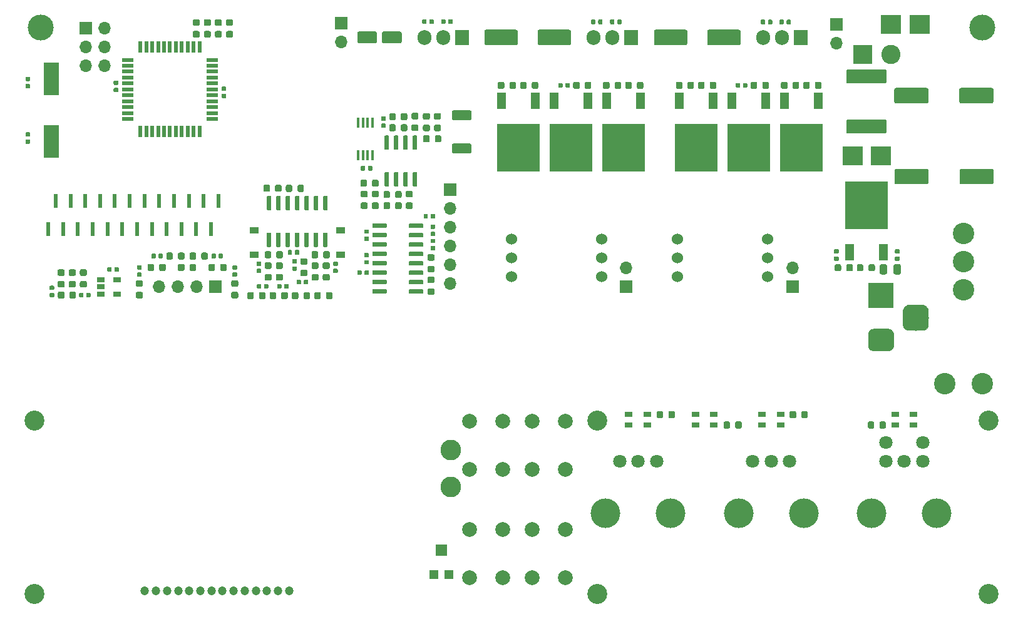
<source format=gts>
G04 #@! TF.GenerationSoftware,KiCad,Pcbnew,(5.1.2)-1*
G04 #@! TF.CreationDate,2019-05-25T00:00:56-05:00*
G04 #@! TF.ProjectId,mk312,6d6b3331-322e-46b6-9963-61645f706362,rev?*
G04 #@! TF.SameCoordinates,Original*
G04 #@! TF.FileFunction,Soldermask,Top*
G04 #@! TF.FilePolarity,Negative*
%FSLAX46Y46*%
G04 Gerber Fmt 4.6, Leading zero omitted, Abs format (unit mm)*
G04 Created by KiCad (PCBNEW (5.1.2)-1) date 2019-05-25 00:00:56*
%MOMM*%
%LPD*%
G04 APERTURE LIST*
%ADD10R,1.000000X0.800000*%
%ADD11C,1.524000*%
%ADD12C,3.500000*%
%ADD13C,2.700000*%
%ADD14C,1.800000*%
%ADD15C,4.000000*%
%ADD16C,2.800000*%
%ADD17C,1.200000*%
%ADD18C,2.000000*%
%ADD19R,1.060000X0.650000*%
%ADD20C,0.100000*%
%ADD21C,3.000000*%
%ADD22R,3.500000X3.500000*%
%ADD23C,0.600000*%
%ADD24R,5.800000X6.400000*%
%ADD25R,1.200000X2.200000*%
%ADD26O,1.905000X2.000000*%
%ADD27R,1.905000X2.000000*%
%ADD28C,2.900000*%
%ADD29C,1.925000*%
%ADD30R,0.600000X1.850000*%
%ADD31R,1.600000X1.500000*%
%ADD32R,1.200000X1.200000*%
%ADD33C,0.590000*%
%ADD34C,0.975000*%
%ADD35C,2.100000*%
%ADD36C,1.600000*%
%ADD37O,1.700000X1.700000*%
%ADD38R,1.700000X1.700000*%
%ADD39C,2.600000*%
%ADD40R,2.600000X2.600000*%
%ADD41R,2.000000X4.500000*%
%ADD42R,1.200000X0.900000*%
%ADD43R,0.550000X1.500000*%
%ADD44R,1.500000X0.550000*%
%ADD45R,0.450000X1.450000*%
%ADD46C,0.875000*%
%ADD47C,1.350000*%
%ADD48R,2.710000X2.500000*%
G04 APERTURE END LIST*
D10*
X170500000Y-80100000D03*
X168000000Y-80100000D03*
X168000000Y-78700000D03*
X170500000Y-78700000D03*
X161500000Y-80100000D03*
X159000000Y-80100000D03*
X159000000Y-78700000D03*
X161500000Y-78700000D03*
X179500000Y-80100000D03*
X177000000Y-80100000D03*
X177000000Y-78700000D03*
X179500000Y-78700000D03*
X195000000Y-78700000D03*
X197500000Y-78700000D03*
X197500000Y-80100000D03*
X195000000Y-80100000D03*
D11*
X143104000Y-60040000D03*
X143104000Y-57500000D03*
X143104000Y-54960000D03*
X155296000Y-54960000D03*
X155296000Y-57500000D03*
X155296000Y-60040000D03*
D12*
X206770000Y-26330000D03*
X79430000Y-26330000D03*
D13*
X207650000Y-79500000D03*
X207650000Y-103000000D03*
X154750000Y-103000000D03*
X78600000Y-103000000D03*
X154750000Y-79500000D03*
X78600000Y-79500000D03*
D14*
X193750000Y-82500000D03*
X198750000Y-82500000D03*
X198750000Y-85000000D03*
X196250000Y-85000000D03*
X193750000Y-85000000D03*
D15*
X200650000Y-92000000D03*
X191850000Y-92000000D03*
X173850000Y-92000000D03*
X182650000Y-92000000D03*
D14*
X175750000Y-85000000D03*
X178250000Y-85000000D03*
X180750000Y-85000000D03*
D15*
X155850000Y-92000000D03*
X164650000Y-92000000D03*
D14*
X157750000Y-85000000D03*
X160250000Y-85000000D03*
X162750000Y-85000000D03*
D16*
X134950000Y-88500000D03*
X134950000Y-83500000D03*
D17*
X93550000Y-102550000D03*
X95050000Y-102550000D03*
X96550000Y-102550000D03*
X98050000Y-102550000D03*
X99550000Y-102550000D03*
X101050000Y-102550000D03*
X102550000Y-102550000D03*
X104050000Y-102550000D03*
X105550000Y-102550000D03*
X107050000Y-102550000D03*
X108550000Y-102550000D03*
X110050000Y-102550000D03*
X111550000Y-102550000D03*
X113050000Y-102550000D03*
D18*
X137450000Y-79600000D03*
X137450000Y-86100000D03*
X141950000Y-79600000D03*
X141950000Y-86100000D03*
X150450000Y-86100000D03*
X150450000Y-79600000D03*
X145950000Y-86100000D03*
X145950000Y-79600000D03*
X137450000Y-94250000D03*
X137450000Y-100750000D03*
X141950000Y-94250000D03*
X141950000Y-100750000D03*
X150450000Y-100750000D03*
X150450000Y-94250000D03*
X145950000Y-100750000D03*
X145950000Y-94250000D03*
D19*
X89750000Y-60470000D03*
X89750000Y-62370000D03*
X87550000Y-62370000D03*
X87550000Y-61420000D03*
X87550000Y-60470000D03*
D20*
G36*
X198760765Y-63850213D02*
G01*
X198845704Y-63862813D01*
X198928999Y-63883677D01*
X199009848Y-63912605D01*
X199087472Y-63949319D01*
X199161124Y-63993464D01*
X199230094Y-64044616D01*
X199293718Y-64102282D01*
X199351384Y-64165906D01*
X199402536Y-64234876D01*
X199446681Y-64308528D01*
X199483395Y-64386152D01*
X199512323Y-64467001D01*
X199533187Y-64550296D01*
X199545787Y-64635235D01*
X199550000Y-64721000D01*
X199550000Y-66471000D01*
X199545787Y-66556765D01*
X199533187Y-66641704D01*
X199512323Y-66724999D01*
X199483395Y-66805848D01*
X199446681Y-66883472D01*
X199402536Y-66957124D01*
X199351384Y-67026094D01*
X199293718Y-67089718D01*
X199230094Y-67147384D01*
X199161124Y-67198536D01*
X199087472Y-67242681D01*
X199009848Y-67279395D01*
X198928999Y-67308323D01*
X198845704Y-67329187D01*
X198760765Y-67341787D01*
X198675000Y-67346000D01*
X196925000Y-67346000D01*
X196839235Y-67341787D01*
X196754296Y-67329187D01*
X196671001Y-67308323D01*
X196590152Y-67279395D01*
X196512528Y-67242681D01*
X196438876Y-67198536D01*
X196369906Y-67147384D01*
X196306282Y-67089718D01*
X196248616Y-67026094D01*
X196197464Y-66957124D01*
X196153319Y-66883472D01*
X196116605Y-66805848D01*
X196087677Y-66724999D01*
X196066813Y-66641704D01*
X196054213Y-66556765D01*
X196050000Y-66471000D01*
X196050000Y-64721000D01*
X196054213Y-64635235D01*
X196066813Y-64550296D01*
X196087677Y-64467001D01*
X196116605Y-64386152D01*
X196153319Y-64308528D01*
X196197464Y-64234876D01*
X196248616Y-64165906D01*
X196306282Y-64102282D01*
X196369906Y-64044616D01*
X196438876Y-63993464D01*
X196512528Y-63949319D01*
X196590152Y-63912605D01*
X196671001Y-63883677D01*
X196754296Y-63862813D01*
X196839235Y-63850213D01*
X196925000Y-63846000D01*
X198675000Y-63846000D01*
X198760765Y-63850213D01*
X198760765Y-63850213D01*
G37*
D12*
X197800000Y-65596000D03*
D20*
G36*
X194173513Y-67099611D02*
G01*
X194246318Y-67110411D01*
X194317714Y-67128295D01*
X194387013Y-67153090D01*
X194453548Y-67184559D01*
X194516678Y-67222398D01*
X194575795Y-67266242D01*
X194630330Y-67315670D01*
X194679758Y-67370205D01*
X194723602Y-67429322D01*
X194761441Y-67492452D01*
X194792910Y-67558987D01*
X194817705Y-67628286D01*
X194835589Y-67699682D01*
X194846389Y-67772487D01*
X194850000Y-67846000D01*
X194850000Y-69346000D01*
X194846389Y-69419513D01*
X194835589Y-69492318D01*
X194817705Y-69563714D01*
X194792910Y-69633013D01*
X194761441Y-69699548D01*
X194723602Y-69762678D01*
X194679758Y-69821795D01*
X194630330Y-69876330D01*
X194575795Y-69925758D01*
X194516678Y-69969602D01*
X194453548Y-70007441D01*
X194387013Y-70038910D01*
X194317714Y-70063705D01*
X194246318Y-70081589D01*
X194173513Y-70092389D01*
X194100000Y-70096000D01*
X192100000Y-70096000D01*
X192026487Y-70092389D01*
X191953682Y-70081589D01*
X191882286Y-70063705D01*
X191812987Y-70038910D01*
X191746452Y-70007441D01*
X191683322Y-69969602D01*
X191624205Y-69925758D01*
X191569670Y-69876330D01*
X191520242Y-69821795D01*
X191476398Y-69762678D01*
X191438559Y-69699548D01*
X191407090Y-69633013D01*
X191382295Y-69563714D01*
X191364411Y-69492318D01*
X191353611Y-69419513D01*
X191350000Y-69346000D01*
X191350000Y-67846000D01*
X191353611Y-67772487D01*
X191364411Y-67699682D01*
X191382295Y-67628286D01*
X191407090Y-67558987D01*
X191438559Y-67492452D01*
X191476398Y-67429322D01*
X191520242Y-67370205D01*
X191569670Y-67315670D01*
X191624205Y-67266242D01*
X191683322Y-67222398D01*
X191746452Y-67184559D01*
X191812987Y-67153090D01*
X191882286Y-67128295D01*
X191953682Y-67110411D01*
X192026487Y-67099611D01*
X192100000Y-67096000D01*
X194100000Y-67096000D01*
X194173513Y-67099611D01*
X194173513Y-67099611D01*
G37*
D21*
X193100000Y-68596000D03*
D22*
X193100000Y-62596000D03*
D20*
G36*
X131059703Y-52845722D02*
G01*
X131074264Y-52847882D01*
X131088543Y-52851459D01*
X131102403Y-52856418D01*
X131115710Y-52862712D01*
X131128336Y-52870280D01*
X131140159Y-52879048D01*
X131151066Y-52888934D01*
X131160952Y-52899841D01*
X131169720Y-52911664D01*
X131177288Y-52924290D01*
X131183582Y-52937597D01*
X131188541Y-52951457D01*
X131192118Y-52965736D01*
X131194278Y-52980297D01*
X131195000Y-52995000D01*
X131195000Y-53295000D01*
X131194278Y-53309703D01*
X131192118Y-53324264D01*
X131188541Y-53338543D01*
X131183582Y-53352403D01*
X131177288Y-53365710D01*
X131169720Y-53378336D01*
X131160952Y-53390159D01*
X131151066Y-53401066D01*
X131140159Y-53410952D01*
X131128336Y-53419720D01*
X131115710Y-53427288D01*
X131102403Y-53433582D01*
X131088543Y-53438541D01*
X131074264Y-53442118D01*
X131059703Y-53444278D01*
X131045000Y-53445000D01*
X129395000Y-53445000D01*
X129380297Y-53444278D01*
X129365736Y-53442118D01*
X129351457Y-53438541D01*
X129337597Y-53433582D01*
X129324290Y-53427288D01*
X129311664Y-53419720D01*
X129299841Y-53410952D01*
X129288934Y-53401066D01*
X129279048Y-53390159D01*
X129270280Y-53378336D01*
X129262712Y-53365710D01*
X129256418Y-53352403D01*
X129251459Y-53338543D01*
X129247882Y-53324264D01*
X129245722Y-53309703D01*
X129245000Y-53295000D01*
X129245000Y-52995000D01*
X129245722Y-52980297D01*
X129247882Y-52965736D01*
X129251459Y-52951457D01*
X129256418Y-52937597D01*
X129262712Y-52924290D01*
X129270280Y-52911664D01*
X129279048Y-52899841D01*
X129288934Y-52888934D01*
X129299841Y-52879048D01*
X129311664Y-52870280D01*
X129324290Y-52862712D01*
X129337597Y-52856418D01*
X129351457Y-52851459D01*
X129365736Y-52847882D01*
X129380297Y-52845722D01*
X129395000Y-52845000D01*
X131045000Y-52845000D01*
X131059703Y-52845722D01*
X131059703Y-52845722D01*
G37*
D23*
X130220000Y-53145000D03*
D20*
G36*
X131059703Y-54115722D02*
G01*
X131074264Y-54117882D01*
X131088543Y-54121459D01*
X131102403Y-54126418D01*
X131115710Y-54132712D01*
X131128336Y-54140280D01*
X131140159Y-54149048D01*
X131151066Y-54158934D01*
X131160952Y-54169841D01*
X131169720Y-54181664D01*
X131177288Y-54194290D01*
X131183582Y-54207597D01*
X131188541Y-54221457D01*
X131192118Y-54235736D01*
X131194278Y-54250297D01*
X131195000Y-54265000D01*
X131195000Y-54565000D01*
X131194278Y-54579703D01*
X131192118Y-54594264D01*
X131188541Y-54608543D01*
X131183582Y-54622403D01*
X131177288Y-54635710D01*
X131169720Y-54648336D01*
X131160952Y-54660159D01*
X131151066Y-54671066D01*
X131140159Y-54680952D01*
X131128336Y-54689720D01*
X131115710Y-54697288D01*
X131102403Y-54703582D01*
X131088543Y-54708541D01*
X131074264Y-54712118D01*
X131059703Y-54714278D01*
X131045000Y-54715000D01*
X129395000Y-54715000D01*
X129380297Y-54714278D01*
X129365736Y-54712118D01*
X129351457Y-54708541D01*
X129337597Y-54703582D01*
X129324290Y-54697288D01*
X129311664Y-54689720D01*
X129299841Y-54680952D01*
X129288934Y-54671066D01*
X129279048Y-54660159D01*
X129270280Y-54648336D01*
X129262712Y-54635710D01*
X129256418Y-54622403D01*
X129251459Y-54608543D01*
X129247882Y-54594264D01*
X129245722Y-54579703D01*
X129245000Y-54565000D01*
X129245000Y-54265000D01*
X129245722Y-54250297D01*
X129247882Y-54235736D01*
X129251459Y-54221457D01*
X129256418Y-54207597D01*
X129262712Y-54194290D01*
X129270280Y-54181664D01*
X129279048Y-54169841D01*
X129288934Y-54158934D01*
X129299841Y-54149048D01*
X129311664Y-54140280D01*
X129324290Y-54132712D01*
X129337597Y-54126418D01*
X129351457Y-54121459D01*
X129365736Y-54117882D01*
X129380297Y-54115722D01*
X129395000Y-54115000D01*
X131045000Y-54115000D01*
X131059703Y-54115722D01*
X131059703Y-54115722D01*
G37*
D23*
X130220000Y-54415000D03*
D20*
G36*
X131059703Y-55385722D02*
G01*
X131074264Y-55387882D01*
X131088543Y-55391459D01*
X131102403Y-55396418D01*
X131115710Y-55402712D01*
X131128336Y-55410280D01*
X131140159Y-55419048D01*
X131151066Y-55428934D01*
X131160952Y-55439841D01*
X131169720Y-55451664D01*
X131177288Y-55464290D01*
X131183582Y-55477597D01*
X131188541Y-55491457D01*
X131192118Y-55505736D01*
X131194278Y-55520297D01*
X131195000Y-55535000D01*
X131195000Y-55835000D01*
X131194278Y-55849703D01*
X131192118Y-55864264D01*
X131188541Y-55878543D01*
X131183582Y-55892403D01*
X131177288Y-55905710D01*
X131169720Y-55918336D01*
X131160952Y-55930159D01*
X131151066Y-55941066D01*
X131140159Y-55950952D01*
X131128336Y-55959720D01*
X131115710Y-55967288D01*
X131102403Y-55973582D01*
X131088543Y-55978541D01*
X131074264Y-55982118D01*
X131059703Y-55984278D01*
X131045000Y-55985000D01*
X129395000Y-55985000D01*
X129380297Y-55984278D01*
X129365736Y-55982118D01*
X129351457Y-55978541D01*
X129337597Y-55973582D01*
X129324290Y-55967288D01*
X129311664Y-55959720D01*
X129299841Y-55950952D01*
X129288934Y-55941066D01*
X129279048Y-55930159D01*
X129270280Y-55918336D01*
X129262712Y-55905710D01*
X129256418Y-55892403D01*
X129251459Y-55878543D01*
X129247882Y-55864264D01*
X129245722Y-55849703D01*
X129245000Y-55835000D01*
X129245000Y-55535000D01*
X129245722Y-55520297D01*
X129247882Y-55505736D01*
X129251459Y-55491457D01*
X129256418Y-55477597D01*
X129262712Y-55464290D01*
X129270280Y-55451664D01*
X129279048Y-55439841D01*
X129288934Y-55428934D01*
X129299841Y-55419048D01*
X129311664Y-55410280D01*
X129324290Y-55402712D01*
X129337597Y-55396418D01*
X129351457Y-55391459D01*
X129365736Y-55387882D01*
X129380297Y-55385722D01*
X129395000Y-55385000D01*
X131045000Y-55385000D01*
X131059703Y-55385722D01*
X131059703Y-55385722D01*
G37*
D23*
X130220000Y-55685000D03*
D20*
G36*
X131059703Y-56655722D02*
G01*
X131074264Y-56657882D01*
X131088543Y-56661459D01*
X131102403Y-56666418D01*
X131115710Y-56672712D01*
X131128336Y-56680280D01*
X131140159Y-56689048D01*
X131151066Y-56698934D01*
X131160952Y-56709841D01*
X131169720Y-56721664D01*
X131177288Y-56734290D01*
X131183582Y-56747597D01*
X131188541Y-56761457D01*
X131192118Y-56775736D01*
X131194278Y-56790297D01*
X131195000Y-56805000D01*
X131195000Y-57105000D01*
X131194278Y-57119703D01*
X131192118Y-57134264D01*
X131188541Y-57148543D01*
X131183582Y-57162403D01*
X131177288Y-57175710D01*
X131169720Y-57188336D01*
X131160952Y-57200159D01*
X131151066Y-57211066D01*
X131140159Y-57220952D01*
X131128336Y-57229720D01*
X131115710Y-57237288D01*
X131102403Y-57243582D01*
X131088543Y-57248541D01*
X131074264Y-57252118D01*
X131059703Y-57254278D01*
X131045000Y-57255000D01*
X129395000Y-57255000D01*
X129380297Y-57254278D01*
X129365736Y-57252118D01*
X129351457Y-57248541D01*
X129337597Y-57243582D01*
X129324290Y-57237288D01*
X129311664Y-57229720D01*
X129299841Y-57220952D01*
X129288934Y-57211066D01*
X129279048Y-57200159D01*
X129270280Y-57188336D01*
X129262712Y-57175710D01*
X129256418Y-57162403D01*
X129251459Y-57148543D01*
X129247882Y-57134264D01*
X129245722Y-57119703D01*
X129245000Y-57105000D01*
X129245000Y-56805000D01*
X129245722Y-56790297D01*
X129247882Y-56775736D01*
X129251459Y-56761457D01*
X129256418Y-56747597D01*
X129262712Y-56734290D01*
X129270280Y-56721664D01*
X129279048Y-56709841D01*
X129288934Y-56698934D01*
X129299841Y-56689048D01*
X129311664Y-56680280D01*
X129324290Y-56672712D01*
X129337597Y-56666418D01*
X129351457Y-56661459D01*
X129365736Y-56657882D01*
X129380297Y-56655722D01*
X129395000Y-56655000D01*
X131045000Y-56655000D01*
X131059703Y-56655722D01*
X131059703Y-56655722D01*
G37*
D23*
X130220000Y-56955000D03*
D20*
G36*
X131059703Y-57925722D02*
G01*
X131074264Y-57927882D01*
X131088543Y-57931459D01*
X131102403Y-57936418D01*
X131115710Y-57942712D01*
X131128336Y-57950280D01*
X131140159Y-57959048D01*
X131151066Y-57968934D01*
X131160952Y-57979841D01*
X131169720Y-57991664D01*
X131177288Y-58004290D01*
X131183582Y-58017597D01*
X131188541Y-58031457D01*
X131192118Y-58045736D01*
X131194278Y-58060297D01*
X131195000Y-58075000D01*
X131195000Y-58375000D01*
X131194278Y-58389703D01*
X131192118Y-58404264D01*
X131188541Y-58418543D01*
X131183582Y-58432403D01*
X131177288Y-58445710D01*
X131169720Y-58458336D01*
X131160952Y-58470159D01*
X131151066Y-58481066D01*
X131140159Y-58490952D01*
X131128336Y-58499720D01*
X131115710Y-58507288D01*
X131102403Y-58513582D01*
X131088543Y-58518541D01*
X131074264Y-58522118D01*
X131059703Y-58524278D01*
X131045000Y-58525000D01*
X129395000Y-58525000D01*
X129380297Y-58524278D01*
X129365736Y-58522118D01*
X129351457Y-58518541D01*
X129337597Y-58513582D01*
X129324290Y-58507288D01*
X129311664Y-58499720D01*
X129299841Y-58490952D01*
X129288934Y-58481066D01*
X129279048Y-58470159D01*
X129270280Y-58458336D01*
X129262712Y-58445710D01*
X129256418Y-58432403D01*
X129251459Y-58418543D01*
X129247882Y-58404264D01*
X129245722Y-58389703D01*
X129245000Y-58375000D01*
X129245000Y-58075000D01*
X129245722Y-58060297D01*
X129247882Y-58045736D01*
X129251459Y-58031457D01*
X129256418Y-58017597D01*
X129262712Y-58004290D01*
X129270280Y-57991664D01*
X129279048Y-57979841D01*
X129288934Y-57968934D01*
X129299841Y-57959048D01*
X129311664Y-57950280D01*
X129324290Y-57942712D01*
X129337597Y-57936418D01*
X129351457Y-57931459D01*
X129365736Y-57927882D01*
X129380297Y-57925722D01*
X129395000Y-57925000D01*
X131045000Y-57925000D01*
X131059703Y-57925722D01*
X131059703Y-57925722D01*
G37*
D23*
X130220000Y-58225000D03*
D20*
G36*
X131059703Y-59195722D02*
G01*
X131074264Y-59197882D01*
X131088543Y-59201459D01*
X131102403Y-59206418D01*
X131115710Y-59212712D01*
X131128336Y-59220280D01*
X131140159Y-59229048D01*
X131151066Y-59238934D01*
X131160952Y-59249841D01*
X131169720Y-59261664D01*
X131177288Y-59274290D01*
X131183582Y-59287597D01*
X131188541Y-59301457D01*
X131192118Y-59315736D01*
X131194278Y-59330297D01*
X131195000Y-59345000D01*
X131195000Y-59645000D01*
X131194278Y-59659703D01*
X131192118Y-59674264D01*
X131188541Y-59688543D01*
X131183582Y-59702403D01*
X131177288Y-59715710D01*
X131169720Y-59728336D01*
X131160952Y-59740159D01*
X131151066Y-59751066D01*
X131140159Y-59760952D01*
X131128336Y-59769720D01*
X131115710Y-59777288D01*
X131102403Y-59783582D01*
X131088543Y-59788541D01*
X131074264Y-59792118D01*
X131059703Y-59794278D01*
X131045000Y-59795000D01*
X129395000Y-59795000D01*
X129380297Y-59794278D01*
X129365736Y-59792118D01*
X129351457Y-59788541D01*
X129337597Y-59783582D01*
X129324290Y-59777288D01*
X129311664Y-59769720D01*
X129299841Y-59760952D01*
X129288934Y-59751066D01*
X129279048Y-59740159D01*
X129270280Y-59728336D01*
X129262712Y-59715710D01*
X129256418Y-59702403D01*
X129251459Y-59688543D01*
X129247882Y-59674264D01*
X129245722Y-59659703D01*
X129245000Y-59645000D01*
X129245000Y-59345000D01*
X129245722Y-59330297D01*
X129247882Y-59315736D01*
X129251459Y-59301457D01*
X129256418Y-59287597D01*
X129262712Y-59274290D01*
X129270280Y-59261664D01*
X129279048Y-59249841D01*
X129288934Y-59238934D01*
X129299841Y-59229048D01*
X129311664Y-59220280D01*
X129324290Y-59212712D01*
X129337597Y-59206418D01*
X129351457Y-59201459D01*
X129365736Y-59197882D01*
X129380297Y-59195722D01*
X129395000Y-59195000D01*
X131045000Y-59195000D01*
X131059703Y-59195722D01*
X131059703Y-59195722D01*
G37*
D23*
X130220000Y-59495000D03*
D20*
G36*
X131059703Y-60465722D02*
G01*
X131074264Y-60467882D01*
X131088543Y-60471459D01*
X131102403Y-60476418D01*
X131115710Y-60482712D01*
X131128336Y-60490280D01*
X131140159Y-60499048D01*
X131151066Y-60508934D01*
X131160952Y-60519841D01*
X131169720Y-60531664D01*
X131177288Y-60544290D01*
X131183582Y-60557597D01*
X131188541Y-60571457D01*
X131192118Y-60585736D01*
X131194278Y-60600297D01*
X131195000Y-60615000D01*
X131195000Y-60915000D01*
X131194278Y-60929703D01*
X131192118Y-60944264D01*
X131188541Y-60958543D01*
X131183582Y-60972403D01*
X131177288Y-60985710D01*
X131169720Y-60998336D01*
X131160952Y-61010159D01*
X131151066Y-61021066D01*
X131140159Y-61030952D01*
X131128336Y-61039720D01*
X131115710Y-61047288D01*
X131102403Y-61053582D01*
X131088543Y-61058541D01*
X131074264Y-61062118D01*
X131059703Y-61064278D01*
X131045000Y-61065000D01*
X129395000Y-61065000D01*
X129380297Y-61064278D01*
X129365736Y-61062118D01*
X129351457Y-61058541D01*
X129337597Y-61053582D01*
X129324290Y-61047288D01*
X129311664Y-61039720D01*
X129299841Y-61030952D01*
X129288934Y-61021066D01*
X129279048Y-61010159D01*
X129270280Y-60998336D01*
X129262712Y-60985710D01*
X129256418Y-60972403D01*
X129251459Y-60958543D01*
X129247882Y-60944264D01*
X129245722Y-60929703D01*
X129245000Y-60915000D01*
X129245000Y-60615000D01*
X129245722Y-60600297D01*
X129247882Y-60585736D01*
X129251459Y-60571457D01*
X129256418Y-60557597D01*
X129262712Y-60544290D01*
X129270280Y-60531664D01*
X129279048Y-60519841D01*
X129288934Y-60508934D01*
X129299841Y-60499048D01*
X129311664Y-60490280D01*
X129324290Y-60482712D01*
X129337597Y-60476418D01*
X129351457Y-60471459D01*
X129365736Y-60467882D01*
X129380297Y-60465722D01*
X129395000Y-60465000D01*
X131045000Y-60465000D01*
X131059703Y-60465722D01*
X131059703Y-60465722D01*
G37*
D23*
X130220000Y-60765000D03*
D20*
G36*
X131059703Y-61735722D02*
G01*
X131074264Y-61737882D01*
X131088543Y-61741459D01*
X131102403Y-61746418D01*
X131115710Y-61752712D01*
X131128336Y-61760280D01*
X131140159Y-61769048D01*
X131151066Y-61778934D01*
X131160952Y-61789841D01*
X131169720Y-61801664D01*
X131177288Y-61814290D01*
X131183582Y-61827597D01*
X131188541Y-61841457D01*
X131192118Y-61855736D01*
X131194278Y-61870297D01*
X131195000Y-61885000D01*
X131195000Y-62185000D01*
X131194278Y-62199703D01*
X131192118Y-62214264D01*
X131188541Y-62228543D01*
X131183582Y-62242403D01*
X131177288Y-62255710D01*
X131169720Y-62268336D01*
X131160952Y-62280159D01*
X131151066Y-62291066D01*
X131140159Y-62300952D01*
X131128336Y-62309720D01*
X131115710Y-62317288D01*
X131102403Y-62323582D01*
X131088543Y-62328541D01*
X131074264Y-62332118D01*
X131059703Y-62334278D01*
X131045000Y-62335000D01*
X129395000Y-62335000D01*
X129380297Y-62334278D01*
X129365736Y-62332118D01*
X129351457Y-62328541D01*
X129337597Y-62323582D01*
X129324290Y-62317288D01*
X129311664Y-62309720D01*
X129299841Y-62300952D01*
X129288934Y-62291066D01*
X129279048Y-62280159D01*
X129270280Y-62268336D01*
X129262712Y-62255710D01*
X129256418Y-62242403D01*
X129251459Y-62228543D01*
X129247882Y-62214264D01*
X129245722Y-62199703D01*
X129245000Y-62185000D01*
X129245000Y-61885000D01*
X129245722Y-61870297D01*
X129247882Y-61855736D01*
X129251459Y-61841457D01*
X129256418Y-61827597D01*
X129262712Y-61814290D01*
X129270280Y-61801664D01*
X129279048Y-61789841D01*
X129288934Y-61778934D01*
X129299841Y-61769048D01*
X129311664Y-61760280D01*
X129324290Y-61752712D01*
X129337597Y-61746418D01*
X129351457Y-61741459D01*
X129365736Y-61737882D01*
X129380297Y-61735722D01*
X129395000Y-61735000D01*
X131045000Y-61735000D01*
X131059703Y-61735722D01*
X131059703Y-61735722D01*
G37*
D23*
X130220000Y-62035000D03*
D20*
G36*
X126109703Y-61735722D02*
G01*
X126124264Y-61737882D01*
X126138543Y-61741459D01*
X126152403Y-61746418D01*
X126165710Y-61752712D01*
X126178336Y-61760280D01*
X126190159Y-61769048D01*
X126201066Y-61778934D01*
X126210952Y-61789841D01*
X126219720Y-61801664D01*
X126227288Y-61814290D01*
X126233582Y-61827597D01*
X126238541Y-61841457D01*
X126242118Y-61855736D01*
X126244278Y-61870297D01*
X126245000Y-61885000D01*
X126245000Y-62185000D01*
X126244278Y-62199703D01*
X126242118Y-62214264D01*
X126238541Y-62228543D01*
X126233582Y-62242403D01*
X126227288Y-62255710D01*
X126219720Y-62268336D01*
X126210952Y-62280159D01*
X126201066Y-62291066D01*
X126190159Y-62300952D01*
X126178336Y-62309720D01*
X126165710Y-62317288D01*
X126152403Y-62323582D01*
X126138543Y-62328541D01*
X126124264Y-62332118D01*
X126109703Y-62334278D01*
X126095000Y-62335000D01*
X124445000Y-62335000D01*
X124430297Y-62334278D01*
X124415736Y-62332118D01*
X124401457Y-62328541D01*
X124387597Y-62323582D01*
X124374290Y-62317288D01*
X124361664Y-62309720D01*
X124349841Y-62300952D01*
X124338934Y-62291066D01*
X124329048Y-62280159D01*
X124320280Y-62268336D01*
X124312712Y-62255710D01*
X124306418Y-62242403D01*
X124301459Y-62228543D01*
X124297882Y-62214264D01*
X124295722Y-62199703D01*
X124295000Y-62185000D01*
X124295000Y-61885000D01*
X124295722Y-61870297D01*
X124297882Y-61855736D01*
X124301459Y-61841457D01*
X124306418Y-61827597D01*
X124312712Y-61814290D01*
X124320280Y-61801664D01*
X124329048Y-61789841D01*
X124338934Y-61778934D01*
X124349841Y-61769048D01*
X124361664Y-61760280D01*
X124374290Y-61752712D01*
X124387597Y-61746418D01*
X124401457Y-61741459D01*
X124415736Y-61737882D01*
X124430297Y-61735722D01*
X124445000Y-61735000D01*
X126095000Y-61735000D01*
X126109703Y-61735722D01*
X126109703Y-61735722D01*
G37*
D23*
X125270000Y-62035000D03*
D20*
G36*
X126109703Y-60465722D02*
G01*
X126124264Y-60467882D01*
X126138543Y-60471459D01*
X126152403Y-60476418D01*
X126165710Y-60482712D01*
X126178336Y-60490280D01*
X126190159Y-60499048D01*
X126201066Y-60508934D01*
X126210952Y-60519841D01*
X126219720Y-60531664D01*
X126227288Y-60544290D01*
X126233582Y-60557597D01*
X126238541Y-60571457D01*
X126242118Y-60585736D01*
X126244278Y-60600297D01*
X126245000Y-60615000D01*
X126245000Y-60915000D01*
X126244278Y-60929703D01*
X126242118Y-60944264D01*
X126238541Y-60958543D01*
X126233582Y-60972403D01*
X126227288Y-60985710D01*
X126219720Y-60998336D01*
X126210952Y-61010159D01*
X126201066Y-61021066D01*
X126190159Y-61030952D01*
X126178336Y-61039720D01*
X126165710Y-61047288D01*
X126152403Y-61053582D01*
X126138543Y-61058541D01*
X126124264Y-61062118D01*
X126109703Y-61064278D01*
X126095000Y-61065000D01*
X124445000Y-61065000D01*
X124430297Y-61064278D01*
X124415736Y-61062118D01*
X124401457Y-61058541D01*
X124387597Y-61053582D01*
X124374290Y-61047288D01*
X124361664Y-61039720D01*
X124349841Y-61030952D01*
X124338934Y-61021066D01*
X124329048Y-61010159D01*
X124320280Y-60998336D01*
X124312712Y-60985710D01*
X124306418Y-60972403D01*
X124301459Y-60958543D01*
X124297882Y-60944264D01*
X124295722Y-60929703D01*
X124295000Y-60915000D01*
X124295000Y-60615000D01*
X124295722Y-60600297D01*
X124297882Y-60585736D01*
X124301459Y-60571457D01*
X124306418Y-60557597D01*
X124312712Y-60544290D01*
X124320280Y-60531664D01*
X124329048Y-60519841D01*
X124338934Y-60508934D01*
X124349841Y-60499048D01*
X124361664Y-60490280D01*
X124374290Y-60482712D01*
X124387597Y-60476418D01*
X124401457Y-60471459D01*
X124415736Y-60467882D01*
X124430297Y-60465722D01*
X124445000Y-60465000D01*
X126095000Y-60465000D01*
X126109703Y-60465722D01*
X126109703Y-60465722D01*
G37*
D23*
X125270000Y-60765000D03*
D20*
G36*
X126109703Y-59195722D02*
G01*
X126124264Y-59197882D01*
X126138543Y-59201459D01*
X126152403Y-59206418D01*
X126165710Y-59212712D01*
X126178336Y-59220280D01*
X126190159Y-59229048D01*
X126201066Y-59238934D01*
X126210952Y-59249841D01*
X126219720Y-59261664D01*
X126227288Y-59274290D01*
X126233582Y-59287597D01*
X126238541Y-59301457D01*
X126242118Y-59315736D01*
X126244278Y-59330297D01*
X126245000Y-59345000D01*
X126245000Y-59645000D01*
X126244278Y-59659703D01*
X126242118Y-59674264D01*
X126238541Y-59688543D01*
X126233582Y-59702403D01*
X126227288Y-59715710D01*
X126219720Y-59728336D01*
X126210952Y-59740159D01*
X126201066Y-59751066D01*
X126190159Y-59760952D01*
X126178336Y-59769720D01*
X126165710Y-59777288D01*
X126152403Y-59783582D01*
X126138543Y-59788541D01*
X126124264Y-59792118D01*
X126109703Y-59794278D01*
X126095000Y-59795000D01*
X124445000Y-59795000D01*
X124430297Y-59794278D01*
X124415736Y-59792118D01*
X124401457Y-59788541D01*
X124387597Y-59783582D01*
X124374290Y-59777288D01*
X124361664Y-59769720D01*
X124349841Y-59760952D01*
X124338934Y-59751066D01*
X124329048Y-59740159D01*
X124320280Y-59728336D01*
X124312712Y-59715710D01*
X124306418Y-59702403D01*
X124301459Y-59688543D01*
X124297882Y-59674264D01*
X124295722Y-59659703D01*
X124295000Y-59645000D01*
X124295000Y-59345000D01*
X124295722Y-59330297D01*
X124297882Y-59315736D01*
X124301459Y-59301457D01*
X124306418Y-59287597D01*
X124312712Y-59274290D01*
X124320280Y-59261664D01*
X124329048Y-59249841D01*
X124338934Y-59238934D01*
X124349841Y-59229048D01*
X124361664Y-59220280D01*
X124374290Y-59212712D01*
X124387597Y-59206418D01*
X124401457Y-59201459D01*
X124415736Y-59197882D01*
X124430297Y-59195722D01*
X124445000Y-59195000D01*
X126095000Y-59195000D01*
X126109703Y-59195722D01*
X126109703Y-59195722D01*
G37*
D23*
X125270000Y-59495000D03*
D20*
G36*
X126109703Y-57925722D02*
G01*
X126124264Y-57927882D01*
X126138543Y-57931459D01*
X126152403Y-57936418D01*
X126165710Y-57942712D01*
X126178336Y-57950280D01*
X126190159Y-57959048D01*
X126201066Y-57968934D01*
X126210952Y-57979841D01*
X126219720Y-57991664D01*
X126227288Y-58004290D01*
X126233582Y-58017597D01*
X126238541Y-58031457D01*
X126242118Y-58045736D01*
X126244278Y-58060297D01*
X126245000Y-58075000D01*
X126245000Y-58375000D01*
X126244278Y-58389703D01*
X126242118Y-58404264D01*
X126238541Y-58418543D01*
X126233582Y-58432403D01*
X126227288Y-58445710D01*
X126219720Y-58458336D01*
X126210952Y-58470159D01*
X126201066Y-58481066D01*
X126190159Y-58490952D01*
X126178336Y-58499720D01*
X126165710Y-58507288D01*
X126152403Y-58513582D01*
X126138543Y-58518541D01*
X126124264Y-58522118D01*
X126109703Y-58524278D01*
X126095000Y-58525000D01*
X124445000Y-58525000D01*
X124430297Y-58524278D01*
X124415736Y-58522118D01*
X124401457Y-58518541D01*
X124387597Y-58513582D01*
X124374290Y-58507288D01*
X124361664Y-58499720D01*
X124349841Y-58490952D01*
X124338934Y-58481066D01*
X124329048Y-58470159D01*
X124320280Y-58458336D01*
X124312712Y-58445710D01*
X124306418Y-58432403D01*
X124301459Y-58418543D01*
X124297882Y-58404264D01*
X124295722Y-58389703D01*
X124295000Y-58375000D01*
X124295000Y-58075000D01*
X124295722Y-58060297D01*
X124297882Y-58045736D01*
X124301459Y-58031457D01*
X124306418Y-58017597D01*
X124312712Y-58004290D01*
X124320280Y-57991664D01*
X124329048Y-57979841D01*
X124338934Y-57968934D01*
X124349841Y-57959048D01*
X124361664Y-57950280D01*
X124374290Y-57942712D01*
X124387597Y-57936418D01*
X124401457Y-57931459D01*
X124415736Y-57927882D01*
X124430297Y-57925722D01*
X124445000Y-57925000D01*
X126095000Y-57925000D01*
X126109703Y-57925722D01*
X126109703Y-57925722D01*
G37*
D23*
X125270000Y-58225000D03*
D20*
G36*
X126109703Y-56655722D02*
G01*
X126124264Y-56657882D01*
X126138543Y-56661459D01*
X126152403Y-56666418D01*
X126165710Y-56672712D01*
X126178336Y-56680280D01*
X126190159Y-56689048D01*
X126201066Y-56698934D01*
X126210952Y-56709841D01*
X126219720Y-56721664D01*
X126227288Y-56734290D01*
X126233582Y-56747597D01*
X126238541Y-56761457D01*
X126242118Y-56775736D01*
X126244278Y-56790297D01*
X126245000Y-56805000D01*
X126245000Y-57105000D01*
X126244278Y-57119703D01*
X126242118Y-57134264D01*
X126238541Y-57148543D01*
X126233582Y-57162403D01*
X126227288Y-57175710D01*
X126219720Y-57188336D01*
X126210952Y-57200159D01*
X126201066Y-57211066D01*
X126190159Y-57220952D01*
X126178336Y-57229720D01*
X126165710Y-57237288D01*
X126152403Y-57243582D01*
X126138543Y-57248541D01*
X126124264Y-57252118D01*
X126109703Y-57254278D01*
X126095000Y-57255000D01*
X124445000Y-57255000D01*
X124430297Y-57254278D01*
X124415736Y-57252118D01*
X124401457Y-57248541D01*
X124387597Y-57243582D01*
X124374290Y-57237288D01*
X124361664Y-57229720D01*
X124349841Y-57220952D01*
X124338934Y-57211066D01*
X124329048Y-57200159D01*
X124320280Y-57188336D01*
X124312712Y-57175710D01*
X124306418Y-57162403D01*
X124301459Y-57148543D01*
X124297882Y-57134264D01*
X124295722Y-57119703D01*
X124295000Y-57105000D01*
X124295000Y-56805000D01*
X124295722Y-56790297D01*
X124297882Y-56775736D01*
X124301459Y-56761457D01*
X124306418Y-56747597D01*
X124312712Y-56734290D01*
X124320280Y-56721664D01*
X124329048Y-56709841D01*
X124338934Y-56698934D01*
X124349841Y-56689048D01*
X124361664Y-56680280D01*
X124374290Y-56672712D01*
X124387597Y-56666418D01*
X124401457Y-56661459D01*
X124415736Y-56657882D01*
X124430297Y-56655722D01*
X124445000Y-56655000D01*
X126095000Y-56655000D01*
X126109703Y-56655722D01*
X126109703Y-56655722D01*
G37*
D23*
X125270000Y-56955000D03*
D20*
G36*
X126109703Y-55385722D02*
G01*
X126124264Y-55387882D01*
X126138543Y-55391459D01*
X126152403Y-55396418D01*
X126165710Y-55402712D01*
X126178336Y-55410280D01*
X126190159Y-55419048D01*
X126201066Y-55428934D01*
X126210952Y-55439841D01*
X126219720Y-55451664D01*
X126227288Y-55464290D01*
X126233582Y-55477597D01*
X126238541Y-55491457D01*
X126242118Y-55505736D01*
X126244278Y-55520297D01*
X126245000Y-55535000D01*
X126245000Y-55835000D01*
X126244278Y-55849703D01*
X126242118Y-55864264D01*
X126238541Y-55878543D01*
X126233582Y-55892403D01*
X126227288Y-55905710D01*
X126219720Y-55918336D01*
X126210952Y-55930159D01*
X126201066Y-55941066D01*
X126190159Y-55950952D01*
X126178336Y-55959720D01*
X126165710Y-55967288D01*
X126152403Y-55973582D01*
X126138543Y-55978541D01*
X126124264Y-55982118D01*
X126109703Y-55984278D01*
X126095000Y-55985000D01*
X124445000Y-55985000D01*
X124430297Y-55984278D01*
X124415736Y-55982118D01*
X124401457Y-55978541D01*
X124387597Y-55973582D01*
X124374290Y-55967288D01*
X124361664Y-55959720D01*
X124349841Y-55950952D01*
X124338934Y-55941066D01*
X124329048Y-55930159D01*
X124320280Y-55918336D01*
X124312712Y-55905710D01*
X124306418Y-55892403D01*
X124301459Y-55878543D01*
X124297882Y-55864264D01*
X124295722Y-55849703D01*
X124295000Y-55835000D01*
X124295000Y-55535000D01*
X124295722Y-55520297D01*
X124297882Y-55505736D01*
X124301459Y-55491457D01*
X124306418Y-55477597D01*
X124312712Y-55464290D01*
X124320280Y-55451664D01*
X124329048Y-55439841D01*
X124338934Y-55428934D01*
X124349841Y-55419048D01*
X124361664Y-55410280D01*
X124374290Y-55402712D01*
X124387597Y-55396418D01*
X124401457Y-55391459D01*
X124415736Y-55387882D01*
X124430297Y-55385722D01*
X124445000Y-55385000D01*
X126095000Y-55385000D01*
X126109703Y-55385722D01*
X126109703Y-55385722D01*
G37*
D23*
X125270000Y-55685000D03*
D20*
G36*
X126109703Y-54115722D02*
G01*
X126124264Y-54117882D01*
X126138543Y-54121459D01*
X126152403Y-54126418D01*
X126165710Y-54132712D01*
X126178336Y-54140280D01*
X126190159Y-54149048D01*
X126201066Y-54158934D01*
X126210952Y-54169841D01*
X126219720Y-54181664D01*
X126227288Y-54194290D01*
X126233582Y-54207597D01*
X126238541Y-54221457D01*
X126242118Y-54235736D01*
X126244278Y-54250297D01*
X126245000Y-54265000D01*
X126245000Y-54565000D01*
X126244278Y-54579703D01*
X126242118Y-54594264D01*
X126238541Y-54608543D01*
X126233582Y-54622403D01*
X126227288Y-54635710D01*
X126219720Y-54648336D01*
X126210952Y-54660159D01*
X126201066Y-54671066D01*
X126190159Y-54680952D01*
X126178336Y-54689720D01*
X126165710Y-54697288D01*
X126152403Y-54703582D01*
X126138543Y-54708541D01*
X126124264Y-54712118D01*
X126109703Y-54714278D01*
X126095000Y-54715000D01*
X124445000Y-54715000D01*
X124430297Y-54714278D01*
X124415736Y-54712118D01*
X124401457Y-54708541D01*
X124387597Y-54703582D01*
X124374290Y-54697288D01*
X124361664Y-54689720D01*
X124349841Y-54680952D01*
X124338934Y-54671066D01*
X124329048Y-54660159D01*
X124320280Y-54648336D01*
X124312712Y-54635710D01*
X124306418Y-54622403D01*
X124301459Y-54608543D01*
X124297882Y-54594264D01*
X124295722Y-54579703D01*
X124295000Y-54565000D01*
X124295000Y-54265000D01*
X124295722Y-54250297D01*
X124297882Y-54235736D01*
X124301459Y-54221457D01*
X124306418Y-54207597D01*
X124312712Y-54194290D01*
X124320280Y-54181664D01*
X124329048Y-54169841D01*
X124338934Y-54158934D01*
X124349841Y-54149048D01*
X124361664Y-54140280D01*
X124374290Y-54132712D01*
X124387597Y-54126418D01*
X124401457Y-54121459D01*
X124415736Y-54117882D01*
X124430297Y-54115722D01*
X124445000Y-54115000D01*
X126095000Y-54115000D01*
X126109703Y-54115722D01*
X126109703Y-54115722D01*
G37*
D23*
X125270000Y-54415000D03*
D20*
G36*
X126109703Y-52845722D02*
G01*
X126124264Y-52847882D01*
X126138543Y-52851459D01*
X126152403Y-52856418D01*
X126165710Y-52862712D01*
X126178336Y-52870280D01*
X126190159Y-52879048D01*
X126201066Y-52888934D01*
X126210952Y-52899841D01*
X126219720Y-52911664D01*
X126227288Y-52924290D01*
X126233582Y-52937597D01*
X126238541Y-52951457D01*
X126242118Y-52965736D01*
X126244278Y-52980297D01*
X126245000Y-52995000D01*
X126245000Y-53295000D01*
X126244278Y-53309703D01*
X126242118Y-53324264D01*
X126238541Y-53338543D01*
X126233582Y-53352403D01*
X126227288Y-53365710D01*
X126219720Y-53378336D01*
X126210952Y-53390159D01*
X126201066Y-53401066D01*
X126190159Y-53410952D01*
X126178336Y-53419720D01*
X126165710Y-53427288D01*
X126152403Y-53433582D01*
X126138543Y-53438541D01*
X126124264Y-53442118D01*
X126109703Y-53444278D01*
X126095000Y-53445000D01*
X124445000Y-53445000D01*
X124430297Y-53444278D01*
X124415736Y-53442118D01*
X124401457Y-53438541D01*
X124387597Y-53433582D01*
X124374290Y-53427288D01*
X124361664Y-53419720D01*
X124349841Y-53410952D01*
X124338934Y-53401066D01*
X124329048Y-53390159D01*
X124320280Y-53378336D01*
X124312712Y-53365710D01*
X124306418Y-53352403D01*
X124301459Y-53338543D01*
X124297882Y-53324264D01*
X124295722Y-53309703D01*
X124295000Y-53295000D01*
X124295000Y-52995000D01*
X124295722Y-52980297D01*
X124297882Y-52965736D01*
X124301459Y-52951457D01*
X124306418Y-52937597D01*
X124312712Y-52924290D01*
X124320280Y-52911664D01*
X124329048Y-52899841D01*
X124338934Y-52888934D01*
X124349841Y-52879048D01*
X124361664Y-52870280D01*
X124374290Y-52862712D01*
X124387597Y-52856418D01*
X124401457Y-52851459D01*
X124415736Y-52847882D01*
X124430297Y-52845722D01*
X124445000Y-52845000D01*
X126095000Y-52845000D01*
X126109703Y-52845722D01*
X126109703Y-52845722D01*
G37*
D23*
X125270000Y-53145000D03*
D24*
X168090000Y-42550000D03*
D25*
X165810000Y-36250000D03*
X170370000Y-36250000D03*
D24*
X175200000Y-42550000D03*
D25*
X172920000Y-36250000D03*
X177480000Y-36250000D03*
D24*
X182314000Y-42550000D03*
D25*
X180034000Y-36250000D03*
X184594000Y-36250000D03*
D24*
X144024000Y-42550000D03*
D25*
X141744000Y-36250000D03*
X146304000Y-36250000D03*
D24*
X151200000Y-42550000D03*
D25*
X148920000Y-36250000D03*
X153480000Y-36250000D03*
D24*
X158248000Y-42550000D03*
D25*
X155968000Y-36250000D03*
X160528000Y-36250000D03*
D26*
X177136200Y-27671000D03*
X179676200Y-27671000D03*
D27*
X182216200Y-27671000D03*
D26*
X154200000Y-27671000D03*
X156740000Y-27671000D03*
D27*
X159280000Y-27671000D03*
D26*
X131340000Y-27671000D03*
X133880000Y-27671000D03*
D27*
X136420000Y-27671000D03*
D24*
X191131600Y-50412200D03*
D25*
X193411600Y-56712200D03*
X188851600Y-56712200D03*
D28*
X206790000Y-74534000D03*
X201710000Y-74534000D03*
X204250000Y-54214000D03*
X204250000Y-58024000D03*
X204250000Y-61834000D03*
D20*
G36*
X193631105Y-31981204D02*
G01*
X193655373Y-31984804D01*
X193679172Y-31990765D01*
X193702271Y-31999030D01*
X193724450Y-32009520D01*
X193745493Y-32022132D01*
X193765199Y-32036747D01*
X193783377Y-32053223D01*
X193799853Y-32071401D01*
X193814468Y-32091107D01*
X193827080Y-32112150D01*
X193837570Y-32134329D01*
X193845835Y-32157428D01*
X193851796Y-32181227D01*
X193855396Y-32205495D01*
X193856600Y-32229999D01*
X193856600Y-33655001D01*
X193855396Y-33679505D01*
X193851796Y-33703773D01*
X193845835Y-33727572D01*
X193837570Y-33750671D01*
X193827080Y-33772850D01*
X193814468Y-33793893D01*
X193799853Y-33813599D01*
X193783377Y-33831777D01*
X193765199Y-33848253D01*
X193745493Y-33862868D01*
X193724450Y-33875480D01*
X193702271Y-33885970D01*
X193679172Y-33894235D01*
X193655373Y-33900196D01*
X193631105Y-33903796D01*
X193606601Y-33905000D01*
X188656599Y-33905000D01*
X188632095Y-33903796D01*
X188607827Y-33900196D01*
X188584028Y-33894235D01*
X188560929Y-33885970D01*
X188538750Y-33875480D01*
X188517707Y-33862868D01*
X188498001Y-33848253D01*
X188479823Y-33831777D01*
X188463347Y-33813599D01*
X188448732Y-33793893D01*
X188436120Y-33772850D01*
X188425630Y-33750671D01*
X188417365Y-33727572D01*
X188411404Y-33703773D01*
X188407804Y-33679505D01*
X188406600Y-33655001D01*
X188406600Y-32229999D01*
X188407804Y-32205495D01*
X188411404Y-32181227D01*
X188417365Y-32157428D01*
X188425630Y-32134329D01*
X188436120Y-32112150D01*
X188448732Y-32091107D01*
X188463347Y-32071401D01*
X188479823Y-32053223D01*
X188498001Y-32036747D01*
X188517707Y-32022132D01*
X188538750Y-32009520D01*
X188560929Y-31999030D01*
X188584028Y-31990765D01*
X188607827Y-31984804D01*
X188632095Y-31981204D01*
X188656599Y-31980000D01*
X193606601Y-31980000D01*
X193631105Y-31981204D01*
X193631105Y-31981204D01*
G37*
D29*
X191131600Y-32942500D03*
D20*
G36*
X193631105Y-38756204D02*
G01*
X193655373Y-38759804D01*
X193679172Y-38765765D01*
X193702271Y-38774030D01*
X193724450Y-38784520D01*
X193745493Y-38797132D01*
X193765199Y-38811747D01*
X193783377Y-38828223D01*
X193799853Y-38846401D01*
X193814468Y-38866107D01*
X193827080Y-38887150D01*
X193837570Y-38909329D01*
X193845835Y-38932428D01*
X193851796Y-38956227D01*
X193855396Y-38980495D01*
X193856600Y-39004999D01*
X193856600Y-40430001D01*
X193855396Y-40454505D01*
X193851796Y-40478773D01*
X193845835Y-40502572D01*
X193837570Y-40525671D01*
X193827080Y-40547850D01*
X193814468Y-40568893D01*
X193799853Y-40588599D01*
X193783377Y-40606777D01*
X193765199Y-40623253D01*
X193745493Y-40637868D01*
X193724450Y-40650480D01*
X193702271Y-40660970D01*
X193679172Y-40669235D01*
X193655373Y-40675196D01*
X193631105Y-40678796D01*
X193606601Y-40680000D01*
X188656599Y-40680000D01*
X188632095Y-40678796D01*
X188607827Y-40675196D01*
X188584028Y-40669235D01*
X188560929Y-40660970D01*
X188538750Y-40650480D01*
X188517707Y-40637868D01*
X188498001Y-40623253D01*
X188479823Y-40606777D01*
X188463347Y-40588599D01*
X188448732Y-40568893D01*
X188436120Y-40547850D01*
X188425630Y-40525671D01*
X188417365Y-40502572D01*
X188411404Y-40478773D01*
X188407804Y-40454505D01*
X188406600Y-40430001D01*
X188406600Y-39004999D01*
X188407804Y-38980495D01*
X188411404Y-38956227D01*
X188417365Y-38932428D01*
X188425630Y-38909329D01*
X188436120Y-38887150D01*
X188448732Y-38866107D01*
X188463347Y-38846401D01*
X188479823Y-38828223D01*
X188498001Y-38811747D01*
X188517707Y-38797132D01*
X188538750Y-38784520D01*
X188560929Y-38774030D01*
X188584028Y-38765765D01*
X188607827Y-38759804D01*
X188632095Y-38756204D01*
X188656599Y-38755000D01*
X193606601Y-38755000D01*
X193631105Y-38756204D01*
X193631105Y-38756204D01*
G37*
D29*
X191131600Y-39717500D03*
D30*
X80490000Y-53600000D03*
X81490000Y-49750000D03*
X82490000Y-53600000D03*
X83490000Y-49750000D03*
X84490000Y-53600000D03*
X85490000Y-49750000D03*
X86490000Y-53600000D03*
X87490000Y-49750000D03*
X88490000Y-53600000D03*
X89490000Y-49750000D03*
X90490000Y-53600000D03*
X91490000Y-49750000D03*
X92490000Y-53600000D03*
X93490000Y-49750000D03*
X94490000Y-53600000D03*
X95490000Y-49750000D03*
X96490000Y-53600000D03*
X97490000Y-49750000D03*
X98490000Y-53600000D03*
X99490000Y-49750000D03*
X100490000Y-53600000D03*
X101490000Y-49750000D03*
X102490000Y-53600000D03*
X103490000Y-49750000D03*
D31*
X133650000Y-97050000D03*
D32*
X134650000Y-100300000D03*
X132650000Y-100300000D03*
D20*
G36*
X104426958Y-34320710D02*
G01*
X104441276Y-34322834D01*
X104455317Y-34326351D01*
X104468946Y-34331228D01*
X104482031Y-34337417D01*
X104494447Y-34344858D01*
X104506073Y-34353481D01*
X104516798Y-34363202D01*
X104526519Y-34373927D01*
X104535142Y-34385553D01*
X104542583Y-34397969D01*
X104548772Y-34411054D01*
X104553649Y-34424683D01*
X104557166Y-34438724D01*
X104559290Y-34453042D01*
X104560000Y-34467500D01*
X104560000Y-34762500D01*
X104559290Y-34776958D01*
X104557166Y-34791276D01*
X104553649Y-34805317D01*
X104548772Y-34818946D01*
X104542583Y-34832031D01*
X104535142Y-34844447D01*
X104526519Y-34856073D01*
X104516798Y-34866798D01*
X104506073Y-34876519D01*
X104494447Y-34885142D01*
X104482031Y-34892583D01*
X104468946Y-34898772D01*
X104455317Y-34903649D01*
X104441276Y-34907166D01*
X104426958Y-34909290D01*
X104412500Y-34910000D01*
X104067500Y-34910000D01*
X104053042Y-34909290D01*
X104038724Y-34907166D01*
X104024683Y-34903649D01*
X104011054Y-34898772D01*
X103997969Y-34892583D01*
X103985553Y-34885142D01*
X103973927Y-34876519D01*
X103963202Y-34866798D01*
X103953481Y-34856073D01*
X103944858Y-34844447D01*
X103937417Y-34832031D01*
X103931228Y-34818946D01*
X103926351Y-34805317D01*
X103922834Y-34791276D01*
X103920710Y-34776958D01*
X103920000Y-34762500D01*
X103920000Y-34467500D01*
X103920710Y-34453042D01*
X103922834Y-34438724D01*
X103926351Y-34424683D01*
X103931228Y-34411054D01*
X103937417Y-34397969D01*
X103944858Y-34385553D01*
X103953481Y-34373927D01*
X103963202Y-34363202D01*
X103973927Y-34353481D01*
X103985553Y-34344858D01*
X103997969Y-34337417D01*
X104011054Y-34331228D01*
X104024683Y-34326351D01*
X104038724Y-34322834D01*
X104053042Y-34320710D01*
X104067500Y-34320000D01*
X104412500Y-34320000D01*
X104426958Y-34320710D01*
X104426958Y-34320710D01*
G37*
D33*
X104240000Y-34615000D03*
D20*
G36*
X104426958Y-35290710D02*
G01*
X104441276Y-35292834D01*
X104455317Y-35296351D01*
X104468946Y-35301228D01*
X104482031Y-35307417D01*
X104494447Y-35314858D01*
X104506073Y-35323481D01*
X104516798Y-35333202D01*
X104526519Y-35343927D01*
X104535142Y-35355553D01*
X104542583Y-35367969D01*
X104548772Y-35381054D01*
X104553649Y-35394683D01*
X104557166Y-35408724D01*
X104559290Y-35423042D01*
X104560000Y-35437500D01*
X104560000Y-35732500D01*
X104559290Y-35746958D01*
X104557166Y-35761276D01*
X104553649Y-35775317D01*
X104548772Y-35788946D01*
X104542583Y-35802031D01*
X104535142Y-35814447D01*
X104526519Y-35826073D01*
X104516798Y-35836798D01*
X104506073Y-35846519D01*
X104494447Y-35855142D01*
X104482031Y-35862583D01*
X104468946Y-35868772D01*
X104455317Y-35873649D01*
X104441276Y-35877166D01*
X104426958Y-35879290D01*
X104412500Y-35880000D01*
X104067500Y-35880000D01*
X104053042Y-35879290D01*
X104038724Y-35877166D01*
X104024683Y-35873649D01*
X104011054Y-35868772D01*
X103997969Y-35862583D01*
X103985553Y-35855142D01*
X103973927Y-35846519D01*
X103963202Y-35836798D01*
X103953481Y-35826073D01*
X103944858Y-35814447D01*
X103937417Y-35802031D01*
X103931228Y-35788946D01*
X103926351Y-35775317D01*
X103922834Y-35761276D01*
X103920710Y-35746958D01*
X103920000Y-35732500D01*
X103920000Y-35437500D01*
X103920710Y-35423042D01*
X103922834Y-35408724D01*
X103926351Y-35394683D01*
X103931228Y-35381054D01*
X103937417Y-35367969D01*
X103944858Y-35355553D01*
X103953481Y-35343927D01*
X103963202Y-35333202D01*
X103973927Y-35323481D01*
X103985553Y-35314858D01*
X103997969Y-35307417D01*
X104011054Y-35301228D01*
X104024683Y-35296351D01*
X104038724Y-35292834D01*
X104053042Y-35290710D01*
X104067500Y-35290000D01*
X104412500Y-35290000D01*
X104426958Y-35290710D01*
X104426958Y-35290710D01*
G37*
D33*
X104240000Y-35585000D03*
D20*
G36*
X81161958Y-61255710D02*
G01*
X81176276Y-61257834D01*
X81190317Y-61261351D01*
X81203946Y-61266228D01*
X81217031Y-61272417D01*
X81229447Y-61279858D01*
X81241073Y-61288481D01*
X81251798Y-61298202D01*
X81261519Y-61308927D01*
X81270142Y-61320553D01*
X81277583Y-61332969D01*
X81283772Y-61346054D01*
X81288649Y-61359683D01*
X81292166Y-61373724D01*
X81294290Y-61388042D01*
X81295000Y-61402500D01*
X81295000Y-61697500D01*
X81294290Y-61711958D01*
X81292166Y-61726276D01*
X81288649Y-61740317D01*
X81283772Y-61753946D01*
X81277583Y-61767031D01*
X81270142Y-61779447D01*
X81261519Y-61791073D01*
X81251798Y-61801798D01*
X81241073Y-61811519D01*
X81229447Y-61820142D01*
X81217031Y-61827583D01*
X81203946Y-61833772D01*
X81190317Y-61838649D01*
X81176276Y-61842166D01*
X81161958Y-61844290D01*
X81147500Y-61845000D01*
X80802500Y-61845000D01*
X80788042Y-61844290D01*
X80773724Y-61842166D01*
X80759683Y-61838649D01*
X80746054Y-61833772D01*
X80732969Y-61827583D01*
X80720553Y-61820142D01*
X80708927Y-61811519D01*
X80698202Y-61801798D01*
X80688481Y-61791073D01*
X80679858Y-61779447D01*
X80672417Y-61767031D01*
X80666228Y-61753946D01*
X80661351Y-61740317D01*
X80657834Y-61726276D01*
X80655710Y-61711958D01*
X80655000Y-61697500D01*
X80655000Y-61402500D01*
X80655710Y-61388042D01*
X80657834Y-61373724D01*
X80661351Y-61359683D01*
X80666228Y-61346054D01*
X80672417Y-61332969D01*
X80679858Y-61320553D01*
X80688481Y-61308927D01*
X80698202Y-61298202D01*
X80708927Y-61288481D01*
X80720553Y-61279858D01*
X80732969Y-61272417D01*
X80746054Y-61266228D01*
X80759683Y-61261351D01*
X80773724Y-61257834D01*
X80788042Y-61255710D01*
X80802500Y-61255000D01*
X81147500Y-61255000D01*
X81161958Y-61255710D01*
X81161958Y-61255710D01*
G37*
D33*
X80975000Y-61550000D03*
D20*
G36*
X81161958Y-62225710D02*
G01*
X81176276Y-62227834D01*
X81190317Y-62231351D01*
X81203946Y-62236228D01*
X81217031Y-62242417D01*
X81229447Y-62249858D01*
X81241073Y-62258481D01*
X81251798Y-62268202D01*
X81261519Y-62278927D01*
X81270142Y-62290553D01*
X81277583Y-62302969D01*
X81283772Y-62316054D01*
X81288649Y-62329683D01*
X81292166Y-62343724D01*
X81294290Y-62358042D01*
X81295000Y-62372500D01*
X81295000Y-62667500D01*
X81294290Y-62681958D01*
X81292166Y-62696276D01*
X81288649Y-62710317D01*
X81283772Y-62723946D01*
X81277583Y-62737031D01*
X81270142Y-62749447D01*
X81261519Y-62761073D01*
X81251798Y-62771798D01*
X81241073Y-62781519D01*
X81229447Y-62790142D01*
X81217031Y-62797583D01*
X81203946Y-62803772D01*
X81190317Y-62808649D01*
X81176276Y-62812166D01*
X81161958Y-62814290D01*
X81147500Y-62815000D01*
X80802500Y-62815000D01*
X80788042Y-62814290D01*
X80773724Y-62812166D01*
X80759683Y-62808649D01*
X80746054Y-62803772D01*
X80732969Y-62797583D01*
X80720553Y-62790142D01*
X80708927Y-62781519D01*
X80698202Y-62771798D01*
X80688481Y-62761073D01*
X80679858Y-62749447D01*
X80672417Y-62737031D01*
X80666228Y-62723946D01*
X80661351Y-62710317D01*
X80657834Y-62696276D01*
X80655710Y-62681958D01*
X80655000Y-62667500D01*
X80655000Y-62372500D01*
X80655710Y-62358042D01*
X80657834Y-62343724D01*
X80661351Y-62329683D01*
X80666228Y-62316054D01*
X80672417Y-62302969D01*
X80679858Y-62290553D01*
X80688481Y-62278927D01*
X80698202Y-62268202D01*
X80708927Y-62258481D01*
X80720553Y-62249858D01*
X80732969Y-62242417D01*
X80746054Y-62236228D01*
X80759683Y-62231351D01*
X80773724Y-62227834D01*
X80788042Y-62225710D01*
X80802500Y-62225000D01*
X81147500Y-62225000D01*
X81161958Y-62225710D01*
X81161958Y-62225710D01*
G37*
D33*
X80975000Y-62520000D03*
D20*
G36*
X105886958Y-58490710D02*
G01*
X105901276Y-58492834D01*
X105915317Y-58496351D01*
X105928946Y-58501228D01*
X105942031Y-58507417D01*
X105954447Y-58514858D01*
X105966073Y-58523481D01*
X105976798Y-58533202D01*
X105986519Y-58543927D01*
X105995142Y-58555553D01*
X106002583Y-58567969D01*
X106008772Y-58581054D01*
X106013649Y-58594683D01*
X106017166Y-58608724D01*
X106019290Y-58623042D01*
X106020000Y-58637500D01*
X106020000Y-58932500D01*
X106019290Y-58946958D01*
X106017166Y-58961276D01*
X106013649Y-58975317D01*
X106008772Y-58988946D01*
X106002583Y-59002031D01*
X105995142Y-59014447D01*
X105986519Y-59026073D01*
X105976798Y-59036798D01*
X105966073Y-59046519D01*
X105954447Y-59055142D01*
X105942031Y-59062583D01*
X105928946Y-59068772D01*
X105915317Y-59073649D01*
X105901276Y-59077166D01*
X105886958Y-59079290D01*
X105872500Y-59080000D01*
X105527500Y-59080000D01*
X105513042Y-59079290D01*
X105498724Y-59077166D01*
X105484683Y-59073649D01*
X105471054Y-59068772D01*
X105457969Y-59062583D01*
X105445553Y-59055142D01*
X105433927Y-59046519D01*
X105423202Y-59036798D01*
X105413481Y-59026073D01*
X105404858Y-59014447D01*
X105397417Y-59002031D01*
X105391228Y-58988946D01*
X105386351Y-58975317D01*
X105382834Y-58961276D01*
X105380710Y-58946958D01*
X105380000Y-58932500D01*
X105380000Y-58637500D01*
X105380710Y-58623042D01*
X105382834Y-58608724D01*
X105386351Y-58594683D01*
X105391228Y-58581054D01*
X105397417Y-58567969D01*
X105404858Y-58555553D01*
X105413481Y-58543927D01*
X105423202Y-58533202D01*
X105433927Y-58523481D01*
X105445553Y-58514858D01*
X105457969Y-58507417D01*
X105471054Y-58501228D01*
X105484683Y-58496351D01*
X105498724Y-58492834D01*
X105513042Y-58490710D01*
X105527500Y-58490000D01*
X105872500Y-58490000D01*
X105886958Y-58490710D01*
X105886958Y-58490710D01*
G37*
D33*
X105700000Y-58785000D03*
D20*
G36*
X105886958Y-59460710D02*
G01*
X105901276Y-59462834D01*
X105915317Y-59466351D01*
X105928946Y-59471228D01*
X105942031Y-59477417D01*
X105954447Y-59484858D01*
X105966073Y-59493481D01*
X105976798Y-59503202D01*
X105986519Y-59513927D01*
X105995142Y-59525553D01*
X106002583Y-59537969D01*
X106008772Y-59551054D01*
X106013649Y-59564683D01*
X106017166Y-59578724D01*
X106019290Y-59593042D01*
X106020000Y-59607500D01*
X106020000Y-59902500D01*
X106019290Y-59916958D01*
X106017166Y-59931276D01*
X106013649Y-59945317D01*
X106008772Y-59958946D01*
X106002583Y-59972031D01*
X105995142Y-59984447D01*
X105986519Y-59996073D01*
X105976798Y-60006798D01*
X105966073Y-60016519D01*
X105954447Y-60025142D01*
X105942031Y-60032583D01*
X105928946Y-60038772D01*
X105915317Y-60043649D01*
X105901276Y-60047166D01*
X105886958Y-60049290D01*
X105872500Y-60050000D01*
X105527500Y-60050000D01*
X105513042Y-60049290D01*
X105498724Y-60047166D01*
X105484683Y-60043649D01*
X105471054Y-60038772D01*
X105457969Y-60032583D01*
X105445553Y-60025142D01*
X105433927Y-60016519D01*
X105423202Y-60006798D01*
X105413481Y-59996073D01*
X105404858Y-59984447D01*
X105397417Y-59972031D01*
X105391228Y-59958946D01*
X105386351Y-59945317D01*
X105382834Y-59931276D01*
X105380710Y-59916958D01*
X105380000Y-59902500D01*
X105380000Y-59607500D01*
X105380710Y-59593042D01*
X105382834Y-59578724D01*
X105386351Y-59564683D01*
X105391228Y-59551054D01*
X105397417Y-59537969D01*
X105404858Y-59525553D01*
X105413481Y-59513927D01*
X105423202Y-59503202D01*
X105433927Y-59493481D01*
X105445553Y-59484858D01*
X105457969Y-59477417D01*
X105471054Y-59471228D01*
X105484683Y-59466351D01*
X105498724Y-59462834D01*
X105513042Y-59460710D01*
X105527500Y-59460000D01*
X105872500Y-59460000D01*
X105886958Y-59460710D01*
X105886958Y-59460710D01*
G37*
D33*
X105700000Y-59755000D03*
D20*
G36*
X92986958Y-58490710D02*
G01*
X93001276Y-58492834D01*
X93015317Y-58496351D01*
X93028946Y-58501228D01*
X93042031Y-58507417D01*
X93054447Y-58514858D01*
X93066073Y-58523481D01*
X93076798Y-58533202D01*
X93086519Y-58543927D01*
X93095142Y-58555553D01*
X93102583Y-58567969D01*
X93108772Y-58581054D01*
X93113649Y-58594683D01*
X93117166Y-58608724D01*
X93119290Y-58623042D01*
X93120000Y-58637500D01*
X93120000Y-58932500D01*
X93119290Y-58946958D01*
X93117166Y-58961276D01*
X93113649Y-58975317D01*
X93108772Y-58988946D01*
X93102583Y-59002031D01*
X93095142Y-59014447D01*
X93086519Y-59026073D01*
X93076798Y-59036798D01*
X93066073Y-59046519D01*
X93054447Y-59055142D01*
X93042031Y-59062583D01*
X93028946Y-59068772D01*
X93015317Y-59073649D01*
X93001276Y-59077166D01*
X92986958Y-59079290D01*
X92972500Y-59080000D01*
X92627500Y-59080000D01*
X92613042Y-59079290D01*
X92598724Y-59077166D01*
X92584683Y-59073649D01*
X92571054Y-59068772D01*
X92557969Y-59062583D01*
X92545553Y-59055142D01*
X92533927Y-59046519D01*
X92523202Y-59036798D01*
X92513481Y-59026073D01*
X92504858Y-59014447D01*
X92497417Y-59002031D01*
X92491228Y-58988946D01*
X92486351Y-58975317D01*
X92482834Y-58961276D01*
X92480710Y-58946958D01*
X92480000Y-58932500D01*
X92480000Y-58637500D01*
X92480710Y-58623042D01*
X92482834Y-58608724D01*
X92486351Y-58594683D01*
X92491228Y-58581054D01*
X92497417Y-58567969D01*
X92504858Y-58555553D01*
X92513481Y-58543927D01*
X92523202Y-58533202D01*
X92533927Y-58523481D01*
X92545553Y-58514858D01*
X92557969Y-58507417D01*
X92571054Y-58501228D01*
X92584683Y-58496351D01*
X92598724Y-58492834D01*
X92613042Y-58490710D01*
X92627500Y-58490000D01*
X92972500Y-58490000D01*
X92986958Y-58490710D01*
X92986958Y-58490710D01*
G37*
D33*
X92800000Y-58785000D03*
D20*
G36*
X92986958Y-59460710D02*
G01*
X93001276Y-59462834D01*
X93015317Y-59466351D01*
X93028946Y-59471228D01*
X93042031Y-59477417D01*
X93054447Y-59484858D01*
X93066073Y-59493481D01*
X93076798Y-59503202D01*
X93086519Y-59513927D01*
X93095142Y-59525553D01*
X93102583Y-59537969D01*
X93108772Y-59551054D01*
X93113649Y-59564683D01*
X93117166Y-59578724D01*
X93119290Y-59593042D01*
X93120000Y-59607500D01*
X93120000Y-59902500D01*
X93119290Y-59916958D01*
X93117166Y-59931276D01*
X93113649Y-59945317D01*
X93108772Y-59958946D01*
X93102583Y-59972031D01*
X93095142Y-59984447D01*
X93086519Y-59996073D01*
X93076798Y-60006798D01*
X93066073Y-60016519D01*
X93054447Y-60025142D01*
X93042031Y-60032583D01*
X93028946Y-60038772D01*
X93015317Y-60043649D01*
X93001276Y-60047166D01*
X92986958Y-60049290D01*
X92972500Y-60050000D01*
X92627500Y-60050000D01*
X92613042Y-60049290D01*
X92598724Y-60047166D01*
X92584683Y-60043649D01*
X92571054Y-60038772D01*
X92557969Y-60032583D01*
X92545553Y-60025142D01*
X92533927Y-60016519D01*
X92523202Y-60006798D01*
X92513481Y-59996073D01*
X92504858Y-59984447D01*
X92497417Y-59972031D01*
X92491228Y-59958946D01*
X92486351Y-59945317D01*
X92482834Y-59931276D01*
X92480710Y-59916958D01*
X92480000Y-59902500D01*
X92480000Y-59607500D01*
X92480710Y-59593042D01*
X92482834Y-59578724D01*
X92486351Y-59564683D01*
X92491228Y-59551054D01*
X92497417Y-59537969D01*
X92504858Y-59525553D01*
X92513481Y-59513927D01*
X92523202Y-59503202D01*
X92533927Y-59493481D01*
X92545553Y-59484858D01*
X92557969Y-59477417D01*
X92571054Y-59471228D01*
X92584683Y-59466351D01*
X92598724Y-59462834D01*
X92613042Y-59460710D01*
X92627500Y-59460000D01*
X92972500Y-59460000D01*
X92986958Y-59460710D01*
X92986958Y-59460710D01*
G37*
D33*
X92800000Y-59755000D03*
D20*
G36*
X123696958Y-59180710D02*
G01*
X123711276Y-59182834D01*
X123725317Y-59186351D01*
X123738946Y-59191228D01*
X123752031Y-59197417D01*
X123764447Y-59204858D01*
X123776073Y-59213481D01*
X123786798Y-59223202D01*
X123796519Y-59233927D01*
X123805142Y-59245553D01*
X123812583Y-59257969D01*
X123818772Y-59271054D01*
X123823649Y-59284683D01*
X123827166Y-59298724D01*
X123829290Y-59313042D01*
X123830000Y-59327500D01*
X123830000Y-59672500D01*
X123829290Y-59686958D01*
X123827166Y-59701276D01*
X123823649Y-59715317D01*
X123818772Y-59728946D01*
X123812583Y-59742031D01*
X123805142Y-59754447D01*
X123796519Y-59766073D01*
X123786798Y-59776798D01*
X123776073Y-59786519D01*
X123764447Y-59795142D01*
X123752031Y-59802583D01*
X123738946Y-59808772D01*
X123725317Y-59813649D01*
X123711276Y-59817166D01*
X123696958Y-59819290D01*
X123682500Y-59820000D01*
X123387500Y-59820000D01*
X123373042Y-59819290D01*
X123358724Y-59817166D01*
X123344683Y-59813649D01*
X123331054Y-59808772D01*
X123317969Y-59802583D01*
X123305553Y-59795142D01*
X123293927Y-59786519D01*
X123283202Y-59776798D01*
X123273481Y-59766073D01*
X123264858Y-59754447D01*
X123257417Y-59742031D01*
X123251228Y-59728946D01*
X123246351Y-59715317D01*
X123242834Y-59701276D01*
X123240710Y-59686958D01*
X123240000Y-59672500D01*
X123240000Y-59327500D01*
X123240710Y-59313042D01*
X123242834Y-59298724D01*
X123246351Y-59284683D01*
X123251228Y-59271054D01*
X123257417Y-59257969D01*
X123264858Y-59245553D01*
X123273481Y-59233927D01*
X123283202Y-59223202D01*
X123293927Y-59213481D01*
X123305553Y-59204858D01*
X123317969Y-59197417D01*
X123331054Y-59191228D01*
X123344683Y-59186351D01*
X123358724Y-59182834D01*
X123373042Y-59180710D01*
X123387500Y-59180000D01*
X123682500Y-59180000D01*
X123696958Y-59180710D01*
X123696958Y-59180710D01*
G37*
D33*
X123535000Y-59500000D03*
D20*
G36*
X122726958Y-59180710D02*
G01*
X122741276Y-59182834D01*
X122755317Y-59186351D01*
X122768946Y-59191228D01*
X122782031Y-59197417D01*
X122794447Y-59204858D01*
X122806073Y-59213481D01*
X122816798Y-59223202D01*
X122826519Y-59233927D01*
X122835142Y-59245553D01*
X122842583Y-59257969D01*
X122848772Y-59271054D01*
X122853649Y-59284683D01*
X122857166Y-59298724D01*
X122859290Y-59313042D01*
X122860000Y-59327500D01*
X122860000Y-59672500D01*
X122859290Y-59686958D01*
X122857166Y-59701276D01*
X122853649Y-59715317D01*
X122848772Y-59728946D01*
X122842583Y-59742031D01*
X122835142Y-59754447D01*
X122826519Y-59766073D01*
X122816798Y-59776798D01*
X122806073Y-59786519D01*
X122794447Y-59795142D01*
X122782031Y-59802583D01*
X122768946Y-59808772D01*
X122755317Y-59813649D01*
X122741276Y-59817166D01*
X122726958Y-59819290D01*
X122712500Y-59820000D01*
X122417500Y-59820000D01*
X122403042Y-59819290D01*
X122388724Y-59817166D01*
X122374683Y-59813649D01*
X122361054Y-59808772D01*
X122347969Y-59802583D01*
X122335553Y-59795142D01*
X122323927Y-59786519D01*
X122313202Y-59776798D01*
X122303481Y-59766073D01*
X122294858Y-59754447D01*
X122287417Y-59742031D01*
X122281228Y-59728946D01*
X122276351Y-59715317D01*
X122272834Y-59701276D01*
X122270710Y-59686958D01*
X122270000Y-59672500D01*
X122270000Y-59327500D01*
X122270710Y-59313042D01*
X122272834Y-59298724D01*
X122276351Y-59284683D01*
X122281228Y-59271054D01*
X122287417Y-59257969D01*
X122294858Y-59245553D01*
X122303481Y-59233927D01*
X122313202Y-59223202D01*
X122323927Y-59213481D01*
X122335553Y-59204858D01*
X122347969Y-59197417D01*
X122361054Y-59191228D01*
X122374683Y-59186351D01*
X122388724Y-59182834D01*
X122403042Y-59180710D01*
X122417500Y-59180000D01*
X122712500Y-59180000D01*
X122726958Y-59180710D01*
X122726958Y-59180710D01*
G37*
D33*
X122565000Y-59500000D03*
D20*
G36*
X103971958Y-56925710D02*
G01*
X103986276Y-56927834D01*
X104000317Y-56931351D01*
X104013946Y-56936228D01*
X104027031Y-56942417D01*
X104039447Y-56949858D01*
X104051073Y-56958481D01*
X104061798Y-56968202D01*
X104071519Y-56978927D01*
X104080142Y-56990553D01*
X104087583Y-57002969D01*
X104093772Y-57016054D01*
X104098649Y-57029683D01*
X104102166Y-57043724D01*
X104104290Y-57058042D01*
X104105000Y-57072500D01*
X104105000Y-57417500D01*
X104104290Y-57431958D01*
X104102166Y-57446276D01*
X104098649Y-57460317D01*
X104093772Y-57473946D01*
X104087583Y-57487031D01*
X104080142Y-57499447D01*
X104071519Y-57511073D01*
X104061798Y-57521798D01*
X104051073Y-57531519D01*
X104039447Y-57540142D01*
X104027031Y-57547583D01*
X104013946Y-57553772D01*
X104000317Y-57558649D01*
X103986276Y-57562166D01*
X103971958Y-57564290D01*
X103957500Y-57565000D01*
X103662500Y-57565000D01*
X103648042Y-57564290D01*
X103633724Y-57562166D01*
X103619683Y-57558649D01*
X103606054Y-57553772D01*
X103592969Y-57547583D01*
X103580553Y-57540142D01*
X103568927Y-57531519D01*
X103558202Y-57521798D01*
X103548481Y-57511073D01*
X103539858Y-57499447D01*
X103532417Y-57487031D01*
X103526228Y-57473946D01*
X103521351Y-57460317D01*
X103517834Y-57446276D01*
X103515710Y-57431958D01*
X103515000Y-57417500D01*
X103515000Y-57072500D01*
X103515710Y-57058042D01*
X103517834Y-57043724D01*
X103521351Y-57029683D01*
X103526228Y-57016054D01*
X103532417Y-57002969D01*
X103539858Y-56990553D01*
X103548481Y-56978927D01*
X103558202Y-56968202D01*
X103568927Y-56958481D01*
X103580553Y-56949858D01*
X103592969Y-56942417D01*
X103606054Y-56936228D01*
X103619683Y-56931351D01*
X103633724Y-56927834D01*
X103648042Y-56925710D01*
X103662500Y-56925000D01*
X103957500Y-56925000D01*
X103971958Y-56925710D01*
X103971958Y-56925710D01*
G37*
D33*
X103810000Y-57245000D03*
D20*
G36*
X103001958Y-56925710D02*
G01*
X103016276Y-56927834D01*
X103030317Y-56931351D01*
X103043946Y-56936228D01*
X103057031Y-56942417D01*
X103069447Y-56949858D01*
X103081073Y-56958481D01*
X103091798Y-56968202D01*
X103101519Y-56978927D01*
X103110142Y-56990553D01*
X103117583Y-57002969D01*
X103123772Y-57016054D01*
X103128649Y-57029683D01*
X103132166Y-57043724D01*
X103134290Y-57058042D01*
X103135000Y-57072500D01*
X103135000Y-57417500D01*
X103134290Y-57431958D01*
X103132166Y-57446276D01*
X103128649Y-57460317D01*
X103123772Y-57473946D01*
X103117583Y-57487031D01*
X103110142Y-57499447D01*
X103101519Y-57511073D01*
X103091798Y-57521798D01*
X103081073Y-57531519D01*
X103069447Y-57540142D01*
X103057031Y-57547583D01*
X103043946Y-57553772D01*
X103030317Y-57558649D01*
X103016276Y-57562166D01*
X103001958Y-57564290D01*
X102987500Y-57565000D01*
X102692500Y-57565000D01*
X102678042Y-57564290D01*
X102663724Y-57562166D01*
X102649683Y-57558649D01*
X102636054Y-57553772D01*
X102622969Y-57547583D01*
X102610553Y-57540142D01*
X102598927Y-57531519D01*
X102588202Y-57521798D01*
X102578481Y-57511073D01*
X102569858Y-57499447D01*
X102562417Y-57487031D01*
X102556228Y-57473946D01*
X102551351Y-57460317D01*
X102547834Y-57446276D01*
X102545710Y-57431958D01*
X102545000Y-57417500D01*
X102545000Y-57072500D01*
X102545710Y-57058042D01*
X102547834Y-57043724D01*
X102551351Y-57029683D01*
X102556228Y-57016054D01*
X102562417Y-57002969D01*
X102569858Y-56990553D01*
X102578481Y-56978927D01*
X102588202Y-56968202D01*
X102598927Y-56958481D01*
X102610553Y-56949858D01*
X102622969Y-56942417D01*
X102636054Y-56936228D01*
X102649683Y-56931351D01*
X102663724Y-56927834D01*
X102678042Y-56925710D01*
X102692500Y-56925000D01*
X102987500Y-56925000D01*
X103001958Y-56925710D01*
X103001958Y-56925710D01*
G37*
D33*
X102840000Y-57245000D03*
D20*
G36*
X123696958Y-54610710D02*
G01*
X123711276Y-54612834D01*
X123725317Y-54616351D01*
X123738946Y-54621228D01*
X123752031Y-54627417D01*
X123764447Y-54634858D01*
X123776073Y-54643481D01*
X123786798Y-54653202D01*
X123796519Y-54663927D01*
X123805142Y-54675553D01*
X123812583Y-54687969D01*
X123818772Y-54701054D01*
X123823649Y-54714683D01*
X123827166Y-54728724D01*
X123829290Y-54743042D01*
X123830000Y-54757500D01*
X123830000Y-55052500D01*
X123829290Y-55066958D01*
X123827166Y-55081276D01*
X123823649Y-55095317D01*
X123818772Y-55108946D01*
X123812583Y-55122031D01*
X123805142Y-55134447D01*
X123796519Y-55146073D01*
X123786798Y-55156798D01*
X123776073Y-55166519D01*
X123764447Y-55175142D01*
X123752031Y-55182583D01*
X123738946Y-55188772D01*
X123725317Y-55193649D01*
X123711276Y-55197166D01*
X123696958Y-55199290D01*
X123682500Y-55200000D01*
X123337500Y-55200000D01*
X123323042Y-55199290D01*
X123308724Y-55197166D01*
X123294683Y-55193649D01*
X123281054Y-55188772D01*
X123267969Y-55182583D01*
X123255553Y-55175142D01*
X123243927Y-55166519D01*
X123233202Y-55156798D01*
X123223481Y-55146073D01*
X123214858Y-55134447D01*
X123207417Y-55122031D01*
X123201228Y-55108946D01*
X123196351Y-55095317D01*
X123192834Y-55081276D01*
X123190710Y-55066958D01*
X123190000Y-55052500D01*
X123190000Y-54757500D01*
X123190710Y-54743042D01*
X123192834Y-54728724D01*
X123196351Y-54714683D01*
X123201228Y-54701054D01*
X123207417Y-54687969D01*
X123214858Y-54675553D01*
X123223481Y-54663927D01*
X123233202Y-54653202D01*
X123243927Y-54643481D01*
X123255553Y-54634858D01*
X123267969Y-54627417D01*
X123281054Y-54621228D01*
X123294683Y-54616351D01*
X123308724Y-54612834D01*
X123323042Y-54610710D01*
X123337500Y-54610000D01*
X123682500Y-54610000D01*
X123696958Y-54610710D01*
X123696958Y-54610710D01*
G37*
D33*
X123510000Y-54905000D03*
D20*
G36*
X123696958Y-53640710D02*
G01*
X123711276Y-53642834D01*
X123725317Y-53646351D01*
X123738946Y-53651228D01*
X123752031Y-53657417D01*
X123764447Y-53664858D01*
X123776073Y-53673481D01*
X123786798Y-53683202D01*
X123796519Y-53693927D01*
X123805142Y-53705553D01*
X123812583Y-53717969D01*
X123818772Y-53731054D01*
X123823649Y-53744683D01*
X123827166Y-53758724D01*
X123829290Y-53773042D01*
X123830000Y-53787500D01*
X123830000Y-54082500D01*
X123829290Y-54096958D01*
X123827166Y-54111276D01*
X123823649Y-54125317D01*
X123818772Y-54138946D01*
X123812583Y-54152031D01*
X123805142Y-54164447D01*
X123796519Y-54176073D01*
X123786798Y-54186798D01*
X123776073Y-54196519D01*
X123764447Y-54205142D01*
X123752031Y-54212583D01*
X123738946Y-54218772D01*
X123725317Y-54223649D01*
X123711276Y-54227166D01*
X123696958Y-54229290D01*
X123682500Y-54230000D01*
X123337500Y-54230000D01*
X123323042Y-54229290D01*
X123308724Y-54227166D01*
X123294683Y-54223649D01*
X123281054Y-54218772D01*
X123267969Y-54212583D01*
X123255553Y-54205142D01*
X123243927Y-54196519D01*
X123233202Y-54186798D01*
X123223481Y-54176073D01*
X123214858Y-54164447D01*
X123207417Y-54152031D01*
X123201228Y-54138946D01*
X123196351Y-54125317D01*
X123192834Y-54111276D01*
X123190710Y-54096958D01*
X123190000Y-54082500D01*
X123190000Y-53787500D01*
X123190710Y-53773042D01*
X123192834Y-53758724D01*
X123196351Y-53744683D01*
X123201228Y-53731054D01*
X123207417Y-53717969D01*
X123214858Y-53705553D01*
X123223481Y-53693927D01*
X123233202Y-53683202D01*
X123243927Y-53673481D01*
X123255553Y-53664858D01*
X123267969Y-53657417D01*
X123281054Y-53651228D01*
X123294683Y-53646351D01*
X123308724Y-53642834D01*
X123323042Y-53640710D01*
X123337500Y-53640000D01*
X123682500Y-53640000D01*
X123696958Y-53640710D01*
X123696958Y-53640710D01*
G37*
D33*
X123510000Y-53935000D03*
D20*
G36*
X131691958Y-51532510D02*
G01*
X131706276Y-51534634D01*
X131720317Y-51538151D01*
X131733946Y-51543028D01*
X131747031Y-51549217D01*
X131759447Y-51556658D01*
X131771073Y-51565281D01*
X131781798Y-51575002D01*
X131791519Y-51585727D01*
X131800142Y-51597353D01*
X131807583Y-51609769D01*
X131813772Y-51622854D01*
X131818649Y-51636483D01*
X131822166Y-51650524D01*
X131824290Y-51664842D01*
X131825000Y-51679300D01*
X131825000Y-52024300D01*
X131824290Y-52038758D01*
X131822166Y-52053076D01*
X131818649Y-52067117D01*
X131813772Y-52080746D01*
X131807583Y-52093831D01*
X131800142Y-52106247D01*
X131791519Y-52117873D01*
X131781798Y-52128598D01*
X131771073Y-52138319D01*
X131759447Y-52146942D01*
X131747031Y-52154383D01*
X131733946Y-52160572D01*
X131720317Y-52165449D01*
X131706276Y-52168966D01*
X131691958Y-52171090D01*
X131677500Y-52171800D01*
X131382500Y-52171800D01*
X131368042Y-52171090D01*
X131353724Y-52168966D01*
X131339683Y-52165449D01*
X131326054Y-52160572D01*
X131312969Y-52154383D01*
X131300553Y-52146942D01*
X131288927Y-52138319D01*
X131278202Y-52128598D01*
X131268481Y-52117873D01*
X131259858Y-52106247D01*
X131252417Y-52093831D01*
X131246228Y-52080746D01*
X131241351Y-52067117D01*
X131237834Y-52053076D01*
X131235710Y-52038758D01*
X131235000Y-52024300D01*
X131235000Y-51679300D01*
X131235710Y-51664842D01*
X131237834Y-51650524D01*
X131241351Y-51636483D01*
X131246228Y-51622854D01*
X131252417Y-51609769D01*
X131259858Y-51597353D01*
X131268481Y-51585727D01*
X131278202Y-51575002D01*
X131288927Y-51565281D01*
X131300553Y-51556658D01*
X131312969Y-51549217D01*
X131326054Y-51543028D01*
X131339683Y-51538151D01*
X131353724Y-51534634D01*
X131368042Y-51532510D01*
X131382500Y-51531800D01*
X131677500Y-51531800D01*
X131691958Y-51532510D01*
X131691958Y-51532510D01*
G37*
D33*
X131530000Y-51851800D03*
D20*
G36*
X132661958Y-51532510D02*
G01*
X132676276Y-51534634D01*
X132690317Y-51538151D01*
X132703946Y-51543028D01*
X132717031Y-51549217D01*
X132729447Y-51556658D01*
X132741073Y-51565281D01*
X132751798Y-51575002D01*
X132761519Y-51585727D01*
X132770142Y-51597353D01*
X132777583Y-51609769D01*
X132783772Y-51622854D01*
X132788649Y-51636483D01*
X132792166Y-51650524D01*
X132794290Y-51664842D01*
X132795000Y-51679300D01*
X132795000Y-52024300D01*
X132794290Y-52038758D01*
X132792166Y-52053076D01*
X132788649Y-52067117D01*
X132783772Y-52080746D01*
X132777583Y-52093831D01*
X132770142Y-52106247D01*
X132761519Y-52117873D01*
X132751798Y-52128598D01*
X132741073Y-52138319D01*
X132729447Y-52146942D01*
X132717031Y-52154383D01*
X132703946Y-52160572D01*
X132690317Y-52165449D01*
X132676276Y-52168966D01*
X132661958Y-52171090D01*
X132647500Y-52171800D01*
X132352500Y-52171800D01*
X132338042Y-52171090D01*
X132323724Y-52168966D01*
X132309683Y-52165449D01*
X132296054Y-52160572D01*
X132282969Y-52154383D01*
X132270553Y-52146942D01*
X132258927Y-52138319D01*
X132248202Y-52128598D01*
X132238481Y-52117873D01*
X132229858Y-52106247D01*
X132222417Y-52093831D01*
X132216228Y-52080746D01*
X132211351Y-52067117D01*
X132207834Y-52053076D01*
X132205710Y-52038758D01*
X132205000Y-52024300D01*
X132205000Y-51679300D01*
X132205710Y-51664842D01*
X132207834Y-51650524D01*
X132211351Y-51636483D01*
X132216228Y-51622854D01*
X132222417Y-51609769D01*
X132229858Y-51597353D01*
X132238481Y-51585727D01*
X132248202Y-51575002D01*
X132258927Y-51565281D01*
X132270553Y-51556658D01*
X132282969Y-51549217D01*
X132296054Y-51543028D01*
X132309683Y-51538151D01*
X132323724Y-51534634D01*
X132338042Y-51532510D01*
X132352500Y-51531800D01*
X132647500Y-51531800D01*
X132661958Y-51532510D01*
X132661958Y-51532510D01*
G37*
D33*
X132500000Y-51851800D03*
D20*
G36*
X86071958Y-62200710D02*
G01*
X86086276Y-62202834D01*
X86100317Y-62206351D01*
X86113946Y-62211228D01*
X86127031Y-62217417D01*
X86139447Y-62224858D01*
X86151073Y-62233481D01*
X86161798Y-62243202D01*
X86171519Y-62253927D01*
X86180142Y-62265553D01*
X86187583Y-62277969D01*
X86193772Y-62291054D01*
X86198649Y-62304683D01*
X86202166Y-62318724D01*
X86204290Y-62333042D01*
X86205000Y-62347500D01*
X86205000Y-62692500D01*
X86204290Y-62706958D01*
X86202166Y-62721276D01*
X86198649Y-62735317D01*
X86193772Y-62748946D01*
X86187583Y-62762031D01*
X86180142Y-62774447D01*
X86171519Y-62786073D01*
X86161798Y-62796798D01*
X86151073Y-62806519D01*
X86139447Y-62815142D01*
X86127031Y-62822583D01*
X86113946Y-62828772D01*
X86100317Y-62833649D01*
X86086276Y-62837166D01*
X86071958Y-62839290D01*
X86057500Y-62840000D01*
X85762500Y-62840000D01*
X85748042Y-62839290D01*
X85733724Y-62837166D01*
X85719683Y-62833649D01*
X85706054Y-62828772D01*
X85692969Y-62822583D01*
X85680553Y-62815142D01*
X85668927Y-62806519D01*
X85658202Y-62796798D01*
X85648481Y-62786073D01*
X85639858Y-62774447D01*
X85632417Y-62762031D01*
X85626228Y-62748946D01*
X85621351Y-62735317D01*
X85617834Y-62721276D01*
X85615710Y-62706958D01*
X85615000Y-62692500D01*
X85615000Y-62347500D01*
X85615710Y-62333042D01*
X85617834Y-62318724D01*
X85621351Y-62304683D01*
X85626228Y-62291054D01*
X85632417Y-62277969D01*
X85639858Y-62265553D01*
X85648481Y-62253927D01*
X85658202Y-62243202D01*
X85668927Y-62233481D01*
X85680553Y-62224858D01*
X85692969Y-62217417D01*
X85706054Y-62211228D01*
X85719683Y-62206351D01*
X85733724Y-62202834D01*
X85748042Y-62200710D01*
X85762500Y-62200000D01*
X86057500Y-62200000D01*
X86071958Y-62200710D01*
X86071958Y-62200710D01*
G37*
D33*
X85910000Y-62520000D03*
D20*
G36*
X85101958Y-62200710D02*
G01*
X85116276Y-62202834D01*
X85130317Y-62206351D01*
X85143946Y-62211228D01*
X85157031Y-62217417D01*
X85169447Y-62224858D01*
X85181073Y-62233481D01*
X85191798Y-62243202D01*
X85201519Y-62253927D01*
X85210142Y-62265553D01*
X85217583Y-62277969D01*
X85223772Y-62291054D01*
X85228649Y-62304683D01*
X85232166Y-62318724D01*
X85234290Y-62333042D01*
X85235000Y-62347500D01*
X85235000Y-62692500D01*
X85234290Y-62706958D01*
X85232166Y-62721276D01*
X85228649Y-62735317D01*
X85223772Y-62748946D01*
X85217583Y-62762031D01*
X85210142Y-62774447D01*
X85201519Y-62786073D01*
X85191798Y-62796798D01*
X85181073Y-62806519D01*
X85169447Y-62815142D01*
X85157031Y-62822583D01*
X85143946Y-62828772D01*
X85130317Y-62833649D01*
X85116276Y-62837166D01*
X85101958Y-62839290D01*
X85087500Y-62840000D01*
X84792500Y-62840000D01*
X84778042Y-62839290D01*
X84763724Y-62837166D01*
X84749683Y-62833649D01*
X84736054Y-62828772D01*
X84722969Y-62822583D01*
X84710553Y-62815142D01*
X84698927Y-62806519D01*
X84688202Y-62796798D01*
X84678481Y-62786073D01*
X84669858Y-62774447D01*
X84662417Y-62762031D01*
X84656228Y-62748946D01*
X84651351Y-62735317D01*
X84647834Y-62721276D01*
X84645710Y-62706958D01*
X84645000Y-62692500D01*
X84645000Y-62347500D01*
X84645710Y-62333042D01*
X84647834Y-62318724D01*
X84651351Y-62304683D01*
X84656228Y-62291054D01*
X84662417Y-62277969D01*
X84669858Y-62265553D01*
X84678481Y-62253927D01*
X84688202Y-62243202D01*
X84698927Y-62233481D01*
X84710553Y-62224858D01*
X84722969Y-62217417D01*
X84736054Y-62211228D01*
X84749683Y-62206351D01*
X84763724Y-62202834D01*
X84778042Y-62200710D01*
X84792500Y-62200000D01*
X85087500Y-62200000D01*
X85101958Y-62200710D01*
X85101958Y-62200710D01*
G37*
D33*
X84940000Y-62520000D03*
D20*
G36*
X113976958Y-57670710D02*
G01*
X113991276Y-57672834D01*
X114005317Y-57676351D01*
X114018946Y-57681228D01*
X114032031Y-57687417D01*
X114044447Y-57694858D01*
X114056073Y-57703481D01*
X114066798Y-57713202D01*
X114076519Y-57723927D01*
X114085142Y-57735553D01*
X114092583Y-57747969D01*
X114098772Y-57761054D01*
X114103649Y-57774683D01*
X114107166Y-57788724D01*
X114109290Y-57803042D01*
X114110000Y-57817500D01*
X114110000Y-58112500D01*
X114109290Y-58126958D01*
X114107166Y-58141276D01*
X114103649Y-58155317D01*
X114098772Y-58168946D01*
X114092583Y-58182031D01*
X114085142Y-58194447D01*
X114076519Y-58206073D01*
X114066798Y-58216798D01*
X114056073Y-58226519D01*
X114044447Y-58235142D01*
X114032031Y-58242583D01*
X114018946Y-58248772D01*
X114005317Y-58253649D01*
X113991276Y-58257166D01*
X113976958Y-58259290D01*
X113962500Y-58260000D01*
X113617500Y-58260000D01*
X113603042Y-58259290D01*
X113588724Y-58257166D01*
X113574683Y-58253649D01*
X113561054Y-58248772D01*
X113547969Y-58242583D01*
X113535553Y-58235142D01*
X113523927Y-58226519D01*
X113513202Y-58216798D01*
X113503481Y-58206073D01*
X113494858Y-58194447D01*
X113487417Y-58182031D01*
X113481228Y-58168946D01*
X113476351Y-58155317D01*
X113472834Y-58141276D01*
X113470710Y-58126958D01*
X113470000Y-58112500D01*
X113470000Y-57817500D01*
X113470710Y-57803042D01*
X113472834Y-57788724D01*
X113476351Y-57774683D01*
X113481228Y-57761054D01*
X113487417Y-57747969D01*
X113494858Y-57735553D01*
X113503481Y-57723927D01*
X113513202Y-57713202D01*
X113523927Y-57703481D01*
X113535553Y-57694858D01*
X113547969Y-57687417D01*
X113561054Y-57681228D01*
X113574683Y-57676351D01*
X113588724Y-57672834D01*
X113603042Y-57670710D01*
X113617500Y-57670000D01*
X113962500Y-57670000D01*
X113976958Y-57670710D01*
X113976958Y-57670710D01*
G37*
D33*
X113790000Y-57965000D03*
D20*
G36*
X113976958Y-58640710D02*
G01*
X113991276Y-58642834D01*
X114005317Y-58646351D01*
X114018946Y-58651228D01*
X114032031Y-58657417D01*
X114044447Y-58664858D01*
X114056073Y-58673481D01*
X114066798Y-58683202D01*
X114076519Y-58693927D01*
X114085142Y-58705553D01*
X114092583Y-58717969D01*
X114098772Y-58731054D01*
X114103649Y-58744683D01*
X114107166Y-58758724D01*
X114109290Y-58773042D01*
X114110000Y-58787500D01*
X114110000Y-59082500D01*
X114109290Y-59096958D01*
X114107166Y-59111276D01*
X114103649Y-59125317D01*
X114098772Y-59138946D01*
X114092583Y-59152031D01*
X114085142Y-59164447D01*
X114076519Y-59176073D01*
X114066798Y-59186798D01*
X114056073Y-59196519D01*
X114044447Y-59205142D01*
X114032031Y-59212583D01*
X114018946Y-59218772D01*
X114005317Y-59223649D01*
X113991276Y-59227166D01*
X113976958Y-59229290D01*
X113962500Y-59230000D01*
X113617500Y-59230000D01*
X113603042Y-59229290D01*
X113588724Y-59227166D01*
X113574683Y-59223649D01*
X113561054Y-59218772D01*
X113547969Y-59212583D01*
X113535553Y-59205142D01*
X113523927Y-59196519D01*
X113513202Y-59186798D01*
X113503481Y-59176073D01*
X113494858Y-59164447D01*
X113487417Y-59152031D01*
X113481228Y-59138946D01*
X113476351Y-59125317D01*
X113472834Y-59111276D01*
X113470710Y-59096958D01*
X113470000Y-59082500D01*
X113470000Y-58787500D01*
X113470710Y-58773042D01*
X113472834Y-58758724D01*
X113476351Y-58744683D01*
X113481228Y-58731054D01*
X113487417Y-58717969D01*
X113494858Y-58705553D01*
X113503481Y-58693927D01*
X113513202Y-58683202D01*
X113523927Y-58673481D01*
X113535553Y-58664858D01*
X113547969Y-58657417D01*
X113561054Y-58651228D01*
X113574683Y-58646351D01*
X113588724Y-58642834D01*
X113603042Y-58640710D01*
X113617500Y-58640000D01*
X113962500Y-58640000D01*
X113976958Y-58640710D01*
X113976958Y-58640710D01*
G37*
D33*
X113790000Y-58935000D03*
D20*
G36*
X132686958Y-52990710D02*
G01*
X132701276Y-52992834D01*
X132715317Y-52996351D01*
X132728946Y-53001228D01*
X132742031Y-53007417D01*
X132754447Y-53014858D01*
X132766073Y-53023481D01*
X132776798Y-53033202D01*
X132786519Y-53043927D01*
X132795142Y-53055553D01*
X132802583Y-53067969D01*
X132808772Y-53081054D01*
X132813649Y-53094683D01*
X132817166Y-53108724D01*
X132819290Y-53123042D01*
X132820000Y-53137500D01*
X132820000Y-53432500D01*
X132819290Y-53446958D01*
X132817166Y-53461276D01*
X132813649Y-53475317D01*
X132808772Y-53488946D01*
X132802583Y-53502031D01*
X132795142Y-53514447D01*
X132786519Y-53526073D01*
X132776798Y-53536798D01*
X132766073Y-53546519D01*
X132754447Y-53555142D01*
X132742031Y-53562583D01*
X132728946Y-53568772D01*
X132715317Y-53573649D01*
X132701276Y-53577166D01*
X132686958Y-53579290D01*
X132672500Y-53580000D01*
X132327500Y-53580000D01*
X132313042Y-53579290D01*
X132298724Y-53577166D01*
X132284683Y-53573649D01*
X132271054Y-53568772D01*
X132257969Y-53562583D01*
X132245553Y-53555142D01*
X132233927Y-53546519D01*
X132223202Y-53536798D01*
X132213481Y-53526073D01*
X132204858Y-53514447D01*
X132197417Y-53502031D01*
X132191228Y-53488946D01*
X132186351Y-53475317D01*
X132182834Y-53461276D01*
X132180710Y-53446958D01*
X132180000Y-53432500D01*
X132180000Y-53137500D01*
X132180710Y-53123042D01*
X132182834Y-53108724D01*
X132186351Y-53094683D01*
X132191228Y-53081054D01*
X132197417Y-53067969D01*
X132204858Y-53055553D01*
X132213481Y-53043927D01*
X132223202Y-53033202D01*
X132233927Y-53023481D01*
X132245553Y-53014858D01*
X132257969Y-53007417D01*
X132271054Y-53001228D01*
X132284683Y-52996351D01*
X132298724Y-52992834D01*
X132313042Y-52990710D01*
X132327500Y-52990000D01*
X132672500Y-52990000D01*
X132686958Y-52990710D01*
X132686958Y-52990710D01*
G37*
D33*
X132500000Y-53285000D03*
D20*
G36*
X132686958Y-53960710D02*
G01*
X132701276Y-53962834D01*
X132715317Y-53966351D01*
X132728946Y-53971228D01*
X132742031Y-53977417D01*
X132754447Y-53984858D01*
X132766073Y-53993481D01*
X132776798Y-54003202D01*
X132786519Y-54013927D01*
X132795142Y-54025553D01*
X132802583Y-54037969D01*
X132808772Y-54051054D01*
X132813649Y-54064683D01*
X132817166Y-54078724D01*
X132819290Y-54093042D01*
X132820000Y-54107500D01*
X132820000Y-54402500D01*
X132819290Y-54416958D01*
X132817166Y-54431276D01*
X132813649Y-54445317D01*
X132808772Y-54458946D01*
X132802583Y-54472031D01*
X132795142Y-54484447D01*
X132786519Y-54496073D01*
X132776798Y-54506798D01*
X132766073Y-54516519D01*
X132754447Y-54525142D01*
X132742031Y-54532583D01*
X132728946Y-54538772D01*
X132715317Y-54543649D01*
X132701276Y-54547166D01*
X132686958Y-54549290D01*
X132672500Y-54550000D01*
X132327500Y-54550000D01*
X132313042Y-54549290D01*
X132298724Y-54547166D01*
X132284683Y-54543649D01*
X132271054Y-54538772D01*
X132257969Y-54532583D01*
X132245553Y-54525142D01*
X132233927Y-54516519D01*
X132223202Y-54506798D01*
X132213481Y-54496073D01*
X132204858Y-54484447D01*
X132197417Y-54472031D01*
X132191228Y-54458946D01*
X132186351Y-54445317D01*
X132182834Y-54431276D01*
X132180710Y-54416958D01*
X132180000Y-54402500D01*
X132180000Y-54107500D01*
X132180710Y-54093042D01*
X132182834Y-54078724D01*
X132186351Y-54064683D01*
X132191228Y-54051054D01*
X132197417Y-54037969D01*
X132204858Y-54025553D01*
X132213481Y-54013927D01*
X132223202Y-54003202D01*
X132233927Y-53993481D01*
X132245553Y-53984858D01*
X132257969Y-53977417D01*
X132271054Y-53971228D01*
X132284683Y-53966351D01*
X132298724Y-53962834D01*
X132313042Y-53960710D01*
X132327500Y-53960000D01*
X132672500Y-53960000D01*
X132686958Y-53960710D01*
X132686958Y-53960710D01*
G37*
D33*
X132500000Y-54255000D03*
D20*
G36*
X109146958Y-61020710D02*
G01*
X109161276Y-61022834D01*
X109175317Y-61026351D01*
X109188946Y-61031228D01*
X109202031Y-61037417D01*
X109214447Y-61044858D01*
X109226073Y-61053481D01*
X109236798Y-61063202D01*
X109246519Y-61073927D01*
X109255142Y-61085553D01*
X109262583Y-61097969D01*
X109268772Y-61111054D01*
X109273649Y-61124683D01*
X109277166Y-61138724D01*
X109279290Y-61153042D01*
X109280000Y-61167500D01*
X109280000Y-61512500D01*
X109279290Y-61526958D01*
X109277166Y-61541276D01*
X109273649Y-61555317D01*
X109268772Y-61568946D01*
X109262583Y-61582031D01*
X109255142Y-61594447D01*
X109246519Y-61606073D01*
X109236798Y-61616798D01*
X109226073Y-61626519D01*
X109214447Y-61635142D01*
X109202031Y-61642583D01*
X109188946Y-61648772D01*
X109175317Y-61653649D01*
X109161276Y-61657166D01*
X109146958Y-61659290D01*
X109132500Y-61660000D01*
X108837500Y-61660000D01*
X108823042Y-61659290D01*
X108808724Y-61657166D01*
X108794683Y-61653649D01*
X108781054Y-61648772D01*
X108767969Y-61642583D01*
X108755553Y-61635142D01*
X108743927Y-61626519D01*
X108733202Y-61616798D01*
X108723481Y-61606073D01*
X108714858Y-61594447D01*
X108707417Y-61582031D01*
X108701228Y-61568946D01*
X108696351Y-61555317D01*
X108692834Y-61541276D01*
X108690710Y-61526958D01*
X108690000Y-61512500D01*
X108690000Y-61167500D01*
X108690710Y-61153042D01*
X108692834Y-61138724D01*
X108696351Y-61124683D01*
X108701228Y-61111054D01*
X108707417Y-61097969D01*
X108714858Y-61085553D01*
X108723481Y-61073927D01*
X108733202Y-61063202D01*
X108743927Y-61053481D01*
X108755553Y-61044858D01*
X108767969Y-61037417D01*
X108781054Y-61031228D01*
X108794683Y-61026351D01*
X108808724Y-61022834D01*
X108823042Y-61020710D01*
X108837500Y-61020000D01*
X109132500Y-61020000D01*
X109146958Y-61020710D01*
X109146958Y-61020710D01*
G37*
D33*
X108985000Y-61340000D03*
D20*
G36*
X110116958Y-61020710D02*
G01*
X110131276Y-61022834D01*
X110145317Y-61026351D01*
X110158946Y-61031228D01*
X110172031Y-61037417D01*
X110184447Y-61044858D01*
X110196073Y-61053481D01*
X110206798Y-61063202D01*
X110216519Y-61073927D01*
X110225142Y-61085553D01*
X110232583Y-61097969D01*
X110238772Y-61111054D01*
X110243649Y-61124683D01*
X110247166Y-61138724D01*
X110249290Y-61153042D01*
X110250000Y-61167500D01*
X110250000Y-61512500D01*
X110249290Y-61526958D01*
X110247166Y-61541276D01*
X110243649Y-61555317D01*
X110238772Y-61568946D01*
X110232583Y-61582031D01*
X110225142Y-61594447D01*
X110216519Y-61606073D01*
X110206798Y-61616798D01*
X110196073Y-61626519D01*
X110184447Y-61635142D01*
X110172031Y-61642583D01*
X110158946Y-61648772D01*
X110145317Y-61653649D01*
X110131276Y-61657166D01*
X110116958Y-61659290D01*
X110102500Y-61660000D01*
X109807500Y-61660000D01*
X109793042Y-61659290D01*
X109778724Y-61657166D01*
X109764683Y-61653649D01*
X109751054Y-61648772D01*
X109737969Y-61642583D01*
X109725553Y-61635142D01*
X109713927Y-61626519D01*
X109703202Y-61616798D01*
X109693481Y-61606073D01*
X109684858Y-61594447D01*
X109677417Y-61582031D01*
X109671228Y-61568946D01*
X109666351Y-61555317D01*
X109662834Y-61541276D01*
X109660710Y-61526958D01*
X109660000Y-61512500D01*
X109660000Y-61167500D01*
X109660710Y-61153042D01*
X109662834Y-61138724D01*
X109666351Y-61124683D01*
X109671228Y-61111054D01*
X109677417Y-61097969D01*
X109684858Y-61085553D01*
X109693481Y-61073927D01*
X109703202Y-61063202D01*
X109713927Y-61053481D01*
X109725553Y-61044858D01*
X109737969Y-61037417D01*
X109751054Y-61031228D01*
X109764683Y-61026351D01*
X109778724Y-61022834D01*
X109793042Y-61020710D01*
X109807500Y-61020000D01*
X110102500Y-61020000D01*
X110116958Y-61020710D01*
X110116958Y-61020710D01*
G37*
D33*
X109955000Y-61340000D03*
D20*
G36*
X115496958Y-60440710D02*
G01*
X115511276Y-60442834D01*
X115525317Y-60446351D01*
X115538946Y-60451228D01*
X115552031Y-60457417D01*
X115564447Y-60464858D01*
X115576073Y-60473481D01*
X115586798Y-60483202D01*
X115596519Y-60493927D01*
X115605142Y-60505553D01*
X115612583Y-60517969D01*
X115618772Y-60531054D01*
X115623649Y-60544683D01*
X115627166Y-60558724D01*
X115629290Y-60573042D01*
X115630000Y-60587500D01*
X115630000Y-60932500D01*
X115629290Y-60946958D01*
X115627166Y-60961276D01*
X115623649Y-60975317D01*
X115618772Y-60988946D01*
X115612583Y-61002031D01*
X115605142Y-61014447D01*
X115596519Y-61026073D01*
X115586798Y-61036798D01*
X115576073Y-61046519D01*
X115564447Y-61055142D01*
X115552031Y-61062583D01*
X115538946Y-61068772D01*
X115525317Y-61073649D01*
X115511276Y-61077166D01*
X115496958Y-61079290D01*
X115482500Y-61080000D01*
X115187500Y-61080000D01*
X115173042Y-61079290D01*
X115158724Y-61077166D01*
X115144683Y-61073649D01*
X115131054Y-61068772D01*
X115117969Y-61062583D01*
X115105553Y-61055142D01*
X115093927Y-61046519D01*
X115083202Y-61036798D01*
X115073481Y-61026073D01*
X115064858Y-61014447D01*
X115057417Y-61002031D01*
X115051228Y-60988946D01*
X115046351Y-60975317D01*
X115042834Y-60961276D01*
X115040710Y-60946958D01*
X115040000Y-60932500D01*
X115040000Y-60587500D01*
X115040710Y-60573042D01*
X115042834Y-60558724D01*
X115046351Y-60544683D01*
X115051228Y-60531054D01*
X115057417Y-60517969D01*
X115064858Y-60505553D01*
X115073481Y-60493927D01*
X115083202Y-60483202D01*
X115093927Y-60473481D01*
X115105553Y-60464858D01*
X115117969Y-60457417D01*
X115131054Y-60451228D01*
X115144683Y-60446351D01*
X115158724Y-60442834D01*
X115173042Y-60440710D01*
X115187500Y-60440000D01*
X115482500Y-60440000D01*
X115496958Y-60440710D01*
X115496958Y-60440710D01*
G37*
D33*
X115335000Y-60760000D03*
D20*
G36*
X114526958Y-60440710D02*
G01*
X114541276Y-60442834D01*
X114555317Y-60446351D01*
X114568946Y-60451228D01*
X114582031Y-60457417D01*
X114594447Y-60464858D01*
X114606073Y-60473481D01*
X114616798Y-60483202D01*
X114626519Y-60493927D01*
X114635142Y-60505553D01*
X114642583Y-60517969D01*
X114648772Y-60531054D01*
X114653649Y-60544683D01*
X114657166Y-60558724D01*
X114659290Y-60573042D01*
X114660000Y-60587500D01*
X114660000Y-60932500D01*
X114659290Y-60946958D01*
X114657166Y-60961276D01*
X114653649Y-60975317D01*
X114648772Y-60988946D01*
X114642583Y-61002031D01*
X114635142Y-61014447D01*
X114626519Y-61026073D01*
X114616798Y-61036798D01*
X114606073Y-61046519D01*
X114594447Y-61055142D01*
X114582031Y-61062583D01*
X114568946Y-61068772D01*
X114555317Y-61073649D01*
X114541276Y-61077166D01*
X114526958Y-61079290D01*
X114512500Y-61080000D01*
X114217500Y-61080000D01*
X114203042Y-61079290D01*
X114188724Y-61077166D01*
X114174683Y-61073649D01*
X114161054Y-61068772D01*
X114147969Y-61062583D01*
X114135553Y-61055142D01*
X114123927Y-61046519D01*
X114113202Y-61036798D01*
X114103481Y-61026073D01*
X114094858Y-61014447D01*
X114087417Y-61002031D01*
X114081228Y-60988946D01*
X114076351Y-60975317D01*
X114072834Y-60961276D01*
X114070710Y-60946958D01*
X114070000Y-60932500D01*
X114070000Y-60587500D01*
X114070710Y-60573042D01*
X114072834Y-60558724D01*
X114076351Y-60544683D01*
X114081228Y-60531054D01*
X114087417Y-60517969D01*
X114094858Y-60505553D01*
X114103481Y-60493927D01*
X114113202Y-60483202D01*
X114123927Y-60473481D01*
X114135553Y-60464858D01*
X114147969Y-60457417D01*
X114161054Y-60451228D01*
X114174683Y-60446351D01*
X114188724Y-60442834D01*
X114203042Y-60440710D01*
X114217500Y-60440000D01*
X114512500Y-60440000D01*
X114526958Y-60440710D01*
X114526958Y-60440710D01*
G37*
D33*
X114365000Y-60760000D03*
D20*
G36*
X89896958Y-58750710D02*
G01*
X89911276Y-58752834D01*
X89925317Y-58756351D01*
X89938946Y-58761228D01*
X89952031Y-58767417D01*
X89964447Y-58774858D01*
X89976073Y-58783481D01*
X89986798Y-58793202D01*
X89996519Y-58803927D01*
X90005142Y-58815553D01*
X90012583Y-58827969D01*
X90018772Y-58841054D01*
X90023649Y-58854683D01*
X90027166Y-58868724D01*
X90029290Y-58883042D01*
X90030000Y-58897500D01*
X90030000Y-59242500D01*
X90029290Y-59256958D01*
X90027166Y-59271276D01*
X90023649Y-59285317D01*
X90018772Y-59298946D01*
X90012583Y-59312031D01*
X90005142Y-59324447D01*
X89996519Y-59336073D01*
X89986798Y-59346798D01*
X89976073Y-59356519D01*
X89964447Y-59365142D01*
X89952031Y-59372583D01*
X89938946Y-59378772D01*
X89925317Y-59383649D01*
X89911276Y-59387166D01*
X89896958Y-59389290D01*
X89882500Y-59390000D01*
X89587500Y-59390000D01*
X89573042Y-59389290D01*
X89558724Y-59387166D01*
X89544683Y-59383649D01*
X89531054Y-59378772D01*
X89517969Y-59372583D01*
X89505553Y-59365142D01*
X89493927Y-59356519D01*
X89483202Y-59346798D01*
X89473481Y-59336073D01*
X89464858Y-59324447D01*
X89457417Y-59312031D01*
X89451228Y-59298946D01*
X89446351Y-59285317D01*
X89442834Y-59271276D01*
X89440710Y-59256958D01*
X89440000Y-59242500D01*
X89440000Y-58897500D01*
X89440710Y-58883042D01*
X89442834Y-58868724D01*
X89446351Y-58854683D01*
X89451228Y-58841054D01*
X89457417Y-58827969D01*
X89464858Y-58815553D01*
X89473481Y-58803927D01*
X89483202Y-58793202D01*
X89493927Y-58783481D01*
X89505553Y-58774858D01*
X89517969Y-58767417D01*
X89531054Y-58761228D01*
X89544683Y-58756351D01*
X89558724Y-58752834D01*
X89573042Y-58750710D01*
X89587500Y-58750000D01*
X89882500Y-58750000D01*
X89896958Y-58750710D01*
X89896958Y-58750710D01*
G37*
D33*
X89735000Y-59070000D03*
D20*
G36*
X88926958Y-58750710D02*
G01*
X88941276Y-58752834D01*
X88955317Y-58756351D01*
X88968946Y-58761228D01*
X88982031Y-58767417D01*
X88994447Y-58774858D01*
X89006073Y-58783481D01*
X89016798Y-58793202D01*
X89026519Y-58803927D01*
X89035142Y-58815553D01*
X89042583Y-58827969D01*
X89048772Y-58841054D01*
X89053649Y-58854683D01*
X89057166Y-58868724D01*
X89059290Y-58883042D01*
X89060000Y-58897500D01*
X89060000Y-59242500D01*
X89059290Y-59256958D01*
X89057166Y-59271276D01*
X89053649Y-59285317D01*
X89048772Y-59298946D01*
X89042583Y-59312031D01*
X89035142Y-59324447D01*
X89026519Y-59336073D01*
X89016798Y-59346798D01*
X89006073Y-59356519D01*
X88994447Y-59365142D01*
X88982031Y-59372583D01*
X88968946Y-59378772D01*
X88955317Y-59383649D01*
X88941276Y-59387166D01*
X88926958Y-59389290D01*
X88912500Y-59390000D01*
X88617500Y-59390000D01*
X88603042Y-59389290D01*
X88588724Y-59387166D01*
X88574683Y-59383649D01*
X88561054Y-59378772D01*
X88547969Y-59372583D01*
X88535553Y-59365142D01*
X88523927Y-59356519D01*
X88513202Y-59346798D01*
X88503481Y-59336073D01*
X88494858Y-59324447D01*
X88487417Y-59312031D01*
X88481228Y-59298946D01*
X88476351Y-59285317D01*
X88472834Y-59271276D01*
X88470710Y-59256958D01*
X88470000Y-59242500D01*
X88470000Y-58897500D01*
X88470710Y-58883042D01*
X88472834Y-58868724D01*
X88476351Y-58854683D01*
X88481228Y-58841054D01*
X88487417Y-58827969D01*
X88494858Y-58815553D01*
X88503481Y-58803927D01*
X88513202Y-58793202D01*
X88523927Y-58783481D01*
X88535553Y-58774858D01*
X88547969Y-58767417D01*
X88561054Y-58761228D01*
X88574683Y-58756351D01*
X88588724Y-58752834D01*
X88603042Y-58750710D01*
X88617500Y-58750000D01*
X88912500Y-58750000D01*
X88926958Y-58750710D01*
X88926958Y-58750710D01*
G37*
D33*
X88765000Y-59070000D03*
D20*
G36*
X95846958Y-56925710D02*
G01*
X95861276Y-56927834D01*
X95875317Y-56931351D01*
X95888946Y-56936228D01*
X95902031Y-56942417D01*
X95914447Y-56949858D01*
X95926073Y-56958481D01*
X95936798Y-56968202D01*
X95946519Y-56978927D01*
X95955142Y-56990553D01*
X95962583Y-57002969D01*
X95968772Y-57016054D01*
X95973649Y-57029683D01*
X95977166Y-57043724D01*
X95979290Y-57058042D01*
X95980000Y-57072500D01*
X95980000Y-57417500D01*
X95979290Y-57431958D01*
X95977166Y-57446276D01*
X95973649Y-57460317D01*
X95968772Y-57473946D01*
X95962583Y-57487031D01*
X95955142Y-57499447D01*
X95946519Y-57511073D01*
X95936798Y-57521798D01*
X95926073Y-57531519D01*
X95914447Y-57540142D01*
X95902031Y-57547583D01*
X95888946Y-57553772D01*
X95875317Y-57558649D01*
X95861276Y-57562166D01*
X95846958Y-57564290D01*
X95832500Y-57565000D01*
X95537500Y-57565000D01*
X95523042Y-57564290D01*
X95508724Y-57562166D01*
X95494683Y-57558649D01*
X95481054Y-57553772D01*
X95467969Y-57547583D01*
X95455553Y-57540142D01*
X95443927Y-57531519D01*
X95433202Y-57521798D01*
X95423481Y-57511073D01*
X95414858Y-57499447D01*
X95407417Y-57487031D01*
X95401228Y-57473946D01*
X95396351Y-57460317D01*
X95392834Y-57446276D01*
X95390710Y-57431958D01*
X95390000Y-57417500D01*
X95390000Y-57072500D01*
X95390710Y-57058042D01*
X95392834Y-57043724D01*
X95396351Y-57029683D01*
X95401228Y-57016054D01*
X95407417Y-57002969D01*
X95414858Y-56990553D01*
X95423481Y-56978927D01*
X95433202Y-56968202D01*
X95443927Y-56958481D01*
X95455553Y-56949858D01*
X95467969Y-56942417D01*
X95481054Y-56936228D01*
X95494683Y-56931351D01*
X95508724Y-56927834D01*
X95523042Y-56925710D01*
X95537500Y-56925000D01*
X95832500Y-56925000D01*
X95846958Y-56925710D01*
X95846958Y-56925710D01*
G37*
D33*
X95685000Y-57245000D03*
D20*
G36*
X94876958Y-56925710D02*
G01*
X94891276Y-56927834D01*
X94905317Y-56931351D01*
X94918946Y-56936228D01*
X94932031Y-56942417D01*
X94944447Y-56949858D01*
X94956073Y-56958481D01*
X94966798Y-56968202D01*
X94976519Y-56978927D01*
X94985142Y-56990553D01*
X94992583Y-57002969D01*
X94998772Y-57016054D01*
X95003649Y-57029683D01*
X95007166Y-57043724D01*
X95009290Y-57058042D01*
X95010000Y-57072500D01*
X95010000Y-57417500D01*
X95009290Y-57431958D01*
X95007166Y-57446276D01*
X95003649Y-57460317D01*
X94998772Y-57473946D01*
X94992583Y-57487031D01*
X94985142Y-57499447D01*
X94976519Y-57511073D01*
X94966798Y-57521798D01*
X94956073Y-57531519D01*
X94944447Y-57540142D01*
X94932031Y-57547583D01*
X94918946Y-57553772D01*
X94905317Y-57558649D01*
X94891276Y-57562166D01*
X94876958Y-57564290D01*
X94862500Y-57565000D01*
X94567500Y-57565000D01*
X94553042Y-57564290D01*
X94538724Y-57562166D01*
X94524683Y-57558649D01*
X94511054Y-57553772D01*
X94497969Y-57547583D01*
X94485553Y-57540142D01*
X94473927Y-57531519D01*
X94463202Y-57521798D01*
X94453481Y-57511073D01*
X94444858Y-57499447D01*
X94437417Y-57487031D01*
X94431228Y-57473946D01*
X94426351Y-57460317D01*
X94422834Y-57446276D01*
X94420710Y-57431958D01*
X94420000Y-57417500D01*
X94420000Y-57072500D01*
X94420710Y-57058042D01*
X94422834Y-57043724D01*
X94426351Y-57029683D01*
X94431228Y-57016054D01*
X94437417Y-57002969D01*
X94444858Y-56990553D01*
X94453481Y-56978927D01*
X94463202Y-56968202D01*
X94473927Y-56958481D01*
X94485553Y-56949858D01*
X94497969Y-56942417D01*
X94511054Y-56936228D01*
X94524683Y-56931351D01*
X94538724Y-56927834D01*
X94553042Y-56925710D01*
X94567500Y-56925000D01*
X94862500Y-56925000D01*
X94876958Y-56925710D01*
X94876958Y-56925710D01*
G37*
D33*
X94715000Y-57245000D03*
D20*
G36*
X112866958Y-61020710D02*
G01*
X112881276Y-61022834D01*
X112895317Y-61026351D01*
X112908946Y-61031228D01*
X112922031Y-61037417D01*
X112934447Y-61044858D01*
X112946073Y-61053481D01*
X112956798Y-61063202D01*
X112966519Y-61073927D01*
X112975142Y-61085553D01*
X112982583Y-61097969D01*
X112988772Y-61111054D01*
X112993649Y-61124683D01*
X112997166Y-61138724D01*
X112999290Y-61153042D01*
X113000000Y-61167500D01*
X113000000Y-61512500D01*
X112999290Y-61526958D01*
X112997166Y-61541276D01*
X112993649Y-61555317D01*
X112988772Y-61568946D01*
X112982583Y-61582031D01*
X112975142Y-61594447D01*
X112966519Y-61606073D01*
X112956798Y-61616798D01*
X112946073Y-61626519D01*
X112934447Y-61635142D01*
X112922031Y-61642583D01*
X112908946Y-61648772D01*
X112895317Y-61653649D01*
X112881276Y-61657166D01*
X112866958Y-61659290D01*
X112852500Y-61660000D01*
X112557500Y-61660000D01*
X112543042Y-61659290D01*
X112528724Y-61657166D01*
X112514683Y-61653649D01*
X112501054Y-61648772D01*
X112487969Y-61642583D01*
X112475553Y-61635142D01*
X112463927Y-61626519D01*
X112453202Y-61616798D01*
X112443481Y-61606073D01*
X112434858Y-61594447D01*
X112427417Y-61582031D01*
X112421228Y-61568946D01*
X112416351Y-61555317D01*
X112412834Y-61541276D01*
X112410710Y-61526958D01*
X112410000Y-61512500D01*
X112410000Y-61167500D01*
X112410710Y-61153042D01*
X112412834Y-61138724D01*
X112416351Y-61124683D01*
X112421228Y-61111054D01*
X112427417Y-61097969D01*
X112434858Y-61085553D01*
X112443481Y-61073927D01*
X112453202Y-61063202D01*
X112463927Y-61053481D01*
X112475553Y-61044858D01*
X112487969Y-61037417D01*
X112501054Y-61031228D01*
X112514683Y-61026351D01*
X112528724Y-61022834D01*
X112543042Y-61020710D01*
X112557500Y-61020000D01*
X112852500Y-61020000D01*
X112866958Y-61020710D01*
X112866958Y-61020710D01*
G37*
D33*
X112705000Y-61340000D03*
D20*
G36*
X111896958Y-61020710D02*
G01*
X111911276Y-61022834D01*
X111925317Y-61026351D01*
X111938946Y-61031228D01*
X111952031Y-61037417D01*
X111964447Y-61044858D01*
X111976073Y-61053481D01*
X111986798Y-61063202D01*
X111996519Y-61073927D01*
X112005142Y-61085553D01*
X112012583Y-61097969D01*
X112018772Y-61111054D01*
X112023649Y-61124683D01*
X112027166Y-61138724D01*
X112029290Y-61153042D01*
X112030000Y-61167500D01*
X112030000Y-61512500D01*
X112029290Y-61526958D01*
X112027166Y-61541276D01*
X112023649Y-61555317D01*
X112018772Y-61568946D01*
X112012583Y-61582031D01*
X112005142Y-61594447D01*
X111996519Y-61606073D01*
X111986798Y-61616798D01*
X111976073Y-61626519D01*
X111964447Y-61635142D01*
X111952031Y-61642583D01*
X111938946Y-61648772D01*
X111925317Y-61653649D01*
X111911276Y-61657166D01*
X111896958Y-61659290D01*
X111882500Y-61660000D01*
X111587500Y-61660000D01*
X111573042Y-61659290D01*
X111558724Y-61657166D01*
X111544683Y-61653649D01*
X111531054Y-61648772D01*
X111517969Y-61642583D01*
X111505553Y-61635142D01*
X111493927Y-61626519D01*
X111483202Y-61616798D01*
X111473481Y-61606073D01*
X111464858Y-61594447D01*
X111457417Y-61582031D01*
X111451228Y-61568946D01*
X111446351Y-61555317D01*
X111442834Y-61541276D01*
X111440710Y-61526958D01*
X111440000Y-61512500D01*
X111440000Y-61167500D01*
X111440710Y-61153042D01*
X111442834Y-61138724D01*
X111446351Y-61124683D01*
X111451228Y-61111054D01*
X111457417Y-61097969D01*
X111464858Y-61085553D01*
X111473481Y-61073927D01*
X111483202Y-61063202D01*
X111493927Y-61053481D01*
X111505553Y-61044858D01*
X111517969Y-61037417D01*
X111531054Y-61031228D01*
X111544683Y-61026351D01*
X111558724Y-61022834D01*
X111573042Y-61020710D01*
X111587500Y-61020000D01*
X111882500Y-61020000D01*
X111896958Y-61020710D01*
X111896958Y-61020710D01*
G37*
D33*
X111735000Y-61340000D03*
D20*
G36*
X132686958Y-54910710D02*
G01*
X132701276Y-54912834D01*
X132715317Y-54916351D01*
X132728946Y-54921228D01*
X132742031Y-54927417D01*
X132754447Y-54934858D01*
X132766073Y-54943481D01*
X132776798Y-54953202D01*
X132786519Y-54963927D01*
X132795142Y-54975553D01*
X132802583Y-54987969D01*
X132808772Y-55001054D01*
X132813649Y-55014683D01*
X132817166Y-55028724D01*
X132819290Y-55043042D01*
X132820000Y-55057500D01*
X132820000Y-55352500D01*
X132819290Y-55366958D01*
X132817166Y-55381276D01*
X132813649Y-55395317D01*
X132808772Y-55408946D01*
X132802583Y-55422031D01*
X132795142Y-55434447D01*
X132786519Y-55446073D01*
X132776798Y-55456798D01*
X132766073Y-55466519D01*
X132754447Y-55475142D01*
X132742031Y-55482583D01*
X132728946Y-55488772D01*
X132715317Y-55493649D01*
X132701276Y-55497166D01*
X132686958Y-55499290D01*
X132672500Y-55500000D01*
X132327500Y-55500000D01*
X132313042Y-55499290D01*
X132298724Y-55497166D01*
X132284683Y-55493649D01*
X132271054Y-55488772D01*
X132257969Y-55482583D01*
X132245553Y-55475142D01*
X132233927Y-55466519D01*
X132223202Y-55456798D01*
X132213481Y-55446073D01*
X132204858Y-55434447D01*
X132197417Y-55422031D01*
X132191228Y-55408946D01*
X132186351Y-55395317D01*
X132182834Y-55381276D01*
X132180710Y-55366958D01*
X132180000Y-55352500D01*
X132180000Y-55057500D01*
X132180710Y-55043042D01*
X132182834Y-55028724D01*
X132186351Y-55014683D01*
X132191228Y-55001054D01*
X132197417Y-54987969D01*
X132204858Y-54975553D01*
X132213481Y-54963927D01*
X132223202Y-54953202D01*
X132233927Y-54943481D01*
X132245553Y-54934858D01*
X132257969Y-54927417D01*
X132271054Y-54921228D01*
X132284683Y-54916351D01*
X132298724Y-54912834D01*
X132313042Y-54910710D01*
X132327500Y-54910000D01*
X132672500Y-54910000D01*
X132686958Y-54910710D01*
X132686958Y-54910710D01*
G37*
D33*
X132500000Y-55205000D03*
D20*
G36*
X132686958Y-55880710D02*
G01*
X132701276Y-55882834D01*
X132715317Y-55886351D01*
X132728946Y-55891228D01*
X132742031Y-55897417D01*
X132754447Y-55904858D01*
X132766073Y-55913481D01*
X132776798Y-55923202D01*
X132786519Y-55933927D01*
X132795142Y-55945553D01*
X132802583Y-55957969D01*
X132808772Y-55971054D01*
X132813649Y-55984683D01*
X132817166Y-55998724D01*
X132819290Y-56013042D01*
X132820000Y-56027500D01*
X132820000Y-56322500D01*
X132819290Y-56336958D01*
X132817166Y-56351276D01*
X132813649Y-56365317D01*
X132808772Y-56378946D01*
X132802583Y-56392031D01*
X132795142Y-56404447D01*
X132786519Y-56416073D01*
X132776798Y-56426798D01*
X132766073Y-56436519D01*
X132754447Y-56445142D01*
X132742031Y-56452583D01*
X132728946Y-56458772D01*
X132715317Y-56463649D01*
X132701276Y-56467166D01*
X132686958Y-56469290D01*
X132672500Y-56470000D01*
X132327500Y-56470000D01*
X132313042Y-56469290D01*
X132298724Y-56467166D01*
X132284683Y-56463649D01*
X132271054Y-56458772D01*
X132257969Y-56452583D01*
X132245553Y-56445142D01*
X132233927Y-56436519D01*
X132223202Y-56426798D01*
X132213481Y-56416073D01*
X132204858Y-56404447D01*
X132197417Y-56392031D01*
X132191228Y-56378946D01*
X132186351Y-56365317D01*
X132182834Y-56351276D01*
X132180710Y-56336958D01*
X132180000Y-56322500D01*
X132180000Y-56027500D01*
X132180710Y-56013042D01*
X132182834Y-55998724D01*
X132186351Y-55984683D01*
X132191228Y-55971054D01*
X132197417Y-55957969D01*
X132204858Y-55945553D01*
X132213481Y-55933927D01*
X132223202Y-55923202D01*
X132233927Y-55913481D01*
X132245553Y-55904858D01*
X132257969Y-55897417D01*
X132271054Y-55891228D01*
X132284683Y-55886351D01*
X132298724Y-55882834D01*
X132313042Y-55880710D01*
X132327500Y-55880000D01*
X132672500Y-55880000D01*
X132686958Y-55880710D01*
X132686958Y-55880710D01*
G37*
D33*
X132500000Y-56175000D03*
D20*
G36*
X123696958Y-57790710D02*
G01*
X123711276Y-57792834D01*
X123725317Y-57796351D01*
X123738946Y-57801228D01*
X123752031Y-57807417D01*
X123764447Y-57814858D01*
X123776073Y-57823481D01*
X123786798Y-57833202D01*
X123796519Y-57843927D01*
X123805142Y-57855553D01*
X123812583Y-57867969D01*
X123818772Y-57881054D01*
X123823649Y-57894683D01*
X123827166Y-57908724D01*
X123829290Y-57923042D01*
X123830000Y-57937500D01*
X123830000Y-58232500D01*
X123829290Y-58246958D01*
X123827166Y-58261276D01*
X123823649Y-58275317D01*
X123818772Y-58288946D01*
X123812583Y-58302031D01*
X123805142Y-58314447D01*
X123796519Y-58326073D01*
X123786798Y-58336798D01*
X123776073Y-58346519D01*
X123764447Y-58355142D01*
X123752031Y-58362583D01*
X123738946Y-58368772D01*
X123725317Y-58373649D01*
X123711276Y-58377166D01*
X123696958Y-58379290D01*
X123682500Y-58380000D01*
X123337500Y-58380000D01*
X123323042Y-58379290D01*
X123308724Y-58377166D01*
X123294683Y-58373649D01*
X123281054Y-58368772D01*
X123267969Y-58362583D01*
X123255553Y-58355142D01*
X123243927Y-58346519D01*
X123233202Y-58336798D01*
X123223481Y-58326073D01*
X123214858Y-58314447D01*
X123207417Y-58302031D01*
X123201228Y-58288946D01*
X123196351Y-58275317D01*
X123192834Y-58261276D01*
X123190710Y-58246958D01*
X123190000Y-58232500D01*
X123190000Y-57937500D01*
X123190710Y-57923042D01*
X123192834Y-57908724D01*
X123196351Y-57894683D01*
X123201228Y-57881054D01*
X123207417Y-57867969D01*
X123214858Y-57855553D01*
X123223481Y-57843927D01*
X123233202Y-57833202D01*
X123243927Y-57823481D01*
X123255553Y-57814858D01*
X123267969Y-57807417D01*
X123281054Y-57801228D01*
X123294683Y-57796351D01*
X123308724Y-57792834D01*
X123323042Y-57790710D01*
X123337500Y-57790000D01*
X123682500Y-57790000D01*
X123696958Y-57790710D01*
X123696958Y-57790710D01*
G37*
D33*
X123510000Y-58085000D03*
D20*
G36*
X123696958Y-56820710D02*
G01*
X123711276Y-56822834D01*
X123725317Y-56826351D01*
X123738946Y-56831228D01*
X123752031Y-56837417D01*
X123764447Y-56844858D01*
X123776073Y-56853481D01*
X123786798Y-56863202D01*
X123796519Y-56873927D01*
X123805142Y-56885553D01*
X123812583Y-56897969D01*
X123818772Y-56911054D01*
X123823649Y-56924683D01*
X123827166Y-56938724D01*
X123829290Y-56953042D01*
X123830000Y-56967500D01*
X123830000Y-57262500D01*
X123829290Y-57276958D01*
X123827166Y-57291276D01*
X123823649Y-57305317D01*
X123818772Y-57318946D01*
X123812583Y-57332031D01*
X123805142Y-57344447D01*
X123796519Y-57356073D01*
X123786798Y-57366798D01*
X123776073Y-57376519D01*
X123764447Y-57385142D01*
X123752031Y-57392583D01*
X123738946Y-57398772D01*
X123725317Y-57403649D01*
X123711276Y-57407166D01*
X123696958Y-57409290D01*
X123682500Y-57410000D01*
X123337500Y-57410000D01*
X123323042Y-57409290D01*
X123308724Y-57407166D01*
X123294683Y-57403649D01*
X123281054Y-57398772D01*
X123267969Y-57392583D01*
X123255553Y-57385142D01*
X123243927Y-57376519D01*
X123233202Y-57366798D01*
X123223481Y-57356073D01*
X123214858Y-57344447D01*
X123207417Y-57332031D01*
X123201228Y-57318946D01*
X123196351Y-57305317D01*
X123192834Y-57291276D01*
X123190710Y-57276958D01*
X123190000Y-57262500D01*
X123190000Y-56967500D01*
X123190710Y-56953042D01*
X123192834Y-56938724D01*
X123196351Y-56924683D01*
X123201228Y-56911054D01*
X123207417Y-56897969D01*
X123214858Y-56885553D01*
X123223481Y-56873927D01*
X123233202Y-56863202D01*
X123243927Y-56853481D01*
X123255553Y-56844858D01*
X123267969Y-56837417D01*
X123281054Y-56831228D01*
X123294683Y-56826351D01*
X123308724Y-56822834D01*
X123323042Y-56820710D01*
X123337500Y-56820000D01*
X123682500Y-56820000D01*
X123696958Y-56820710D01*
X123696958Y-56820710D01*
G37*
D33*
X123510000Y-57115000D03*
D20*
G36*
X173916958Y-33828710D02*
G01*
X173931276Y-33830834D01*
X173945317Y-33834351D01*
X173958946Y-33839228D01*
X173972031Y-33845417D01*
X173984447Y-33852858D01*
X173996073Y-33861481D01*
X174006798Y-33871202D01*
X174016519Y-33881927D01*
X174025142Y-33893553D01*
X174032583Y-33905969D01*
X174038772Y-33919054D01*
X174043649Y-33932683D01*
X174047166Y-33946724D01*
X174049290Y-33961042D01*
X174050000Y-33975500D01*
X174050000Y-34320500D01*
X174049290Y-34334958D01*
X174047166Y-34349276D01*
X174043649Y-34363317D01*
X174038772Y-34376946D01*
X174032583Y-34390031D01*
X174025142Y-34402447D01*
X174016519Y-34414073D01*
X174006798Y-34424798D01*
X173996073Y-34434519D01*
X173984447Y-34443142D01*
X173972031Y-34450583D01*
X173958946Y-34456772D01*
X173945317Y-34461649D01*
X173931276Y-34465166D01*
X173916958Y-34467290D01*
X173902500Y-34468000D01*
X173607500Y-34468000D01*
X173593042Y-34467290D01*
X173578724Y-34465166D01*
X173564683Y-34461649D01*
X173551054Y-34456772D01*
X173537969Y-34450583D01*
X173525553Y-34443142D01*
X173513927Y-34434519D01*
X173503202Y-34424798D01*
X173493481Y-34414073D01*
X173484858Y-34402447D01*
X173477417Y-34390031D01*
X173471228Y-34376946D01*
X173466351Y-34363317D01*
X173462834Y-34349276D01*
X173460710Y-34334958D01*
X173460000Y-34320500D01*
X173460000Y-33975500D01*
X173460710Y-33961042D01*
X173462834Y-33946724D01*
X173466351Y-33932683D01*
X173471228Y-33919054D01*
X173477417Y-33905969D01*
X173484858Y-33893553D01*
X173493481Y-33881927D01*
X173503202Y-33871202D01*
X173513927Y-33861481D01*
X173525553Y-33852858D01*
X173537969Y-33845417D01*
X173551054Y-33839228D01*
X173564683Y-33834351D01*
X173578724Y-33830834D01*
X173593042Y-33828710D01*
X173607500Y-33828000D01*
X173902500Y-33828000D01*
X173916958Y-33828710D01*
X173916958Y-33828710D01*
G37*
D33*
X173755000Y-34148000D03*
D20*
G36*
X174886958Y-33828710D02*
G01*
X174901276Y-33830834D01*
X174915317Y-33834351D01*
X174928946Y-33839228D01*
X174942031Y-33845417D01*
X174954447Y-33852858D01*
X174966073Y-33861481D01*
X174976798Y-33871202D01*
X174986519Y-33881927D01*
X174995142Y-33893553D01*
X175002583Y-33905969D01*
X175008772Y-33919054D01*
X175013649Y-33932683D01*
X175017166Y-33946724D01*
X175019290Y-33961042D01*
X175020000Y-33975500D01*
X175020000Y-34320500D01*
X175019290Y-34334958D01*
X175017166Y-34349276D01*
X175013649Y-34363317D01*
X175008772Y-34376946D01*
X175002583Y-34390031D01*
X174995142Y-34402447D01*
X174986519Y-34414073D01*
X174976798Y-34424798D01*
X174966073Y-34434519D01*
X174954447Y-34443142D01*
X174942031Y-34450583D01*
X174928946Y-34456772D01*
X174915317Y-34461649D01*
X174901276Y-34465166D01*
X174886958Y-34467290D01*
X174872500Y-34468000D01*
X174577500Y-34468000D01*
X174563042Y-34467290D01*
X174548724Y-34465166D01*
X174534683Y-34461649D01*
X174521054Y-34456772D01*
X174507969Y-34450583D01*
X174495553Y-34443142D01*
X174483927Y-34434519D01*
X174473202Y-34424798D01*
X174463481Y-34414073D01*
X174454858Y-34402447D01*
X174447417Y-34390031D01*
X174441228Y-34376946D01*
X174436351Y-34363317D01*
X174432834Y-34349276D01*
X174430710Y-34334958D01*
X174430000Y-34320500D01*
X174430000Y-33975500D01*
X174430710Y-33961042D01*
X174432834Y-33946724D01*
X174436351Y-33932683D01*
X174441228Y-33919054D01*
X174447417Y-33905969D01*
X174454858Y-33893553D01*
X174463481Y-33881927D01*
X174473202Y-33871202D01*
X174483927Y-33861481D01*
X174495553Y-33852858D01*
X174507969Y-33845417D01*
X174521054Y-33839228D01*
X174534683Y-33834351D01*
X174548724Y-33830834D01*
X174563042Y-33828710D01*
X174577500Y-33828000D01*
X174872500Y-33828000D01*
X174886958Y-33828710D01*
X174886958Y-33828710D01*
G37*
D33*
X174725000Y-34148000D03*
D20*
G36*
X187254558Y-57300310D02*
G01*
X187268876Y-57302434D01*
X187282917Y-57305951D01*
X187296546Y-57310828D01*
X187309631Y-57317017D01*
X187322047Y-57324458D01*
X187333673Y-57333081D01*
X187344398Y-57342802D01*
X187354119Y-57353527D01*
X187362742Y-57365153D01*
X187370183Y-57377569D01*
X187376372Y-57390654D01*
X187381249Y-57404283D01*
X187384766Y-57418324D01*
X187386890Y-57432642D01*
X187387600Y-57447100D01*
X187387600Y-57742100D01*
X187386890Y-57756558D01*
X187384766Y-57770876D01*
X187381249Y-57784917D01*
X187376372Y-57798546D01*
X187370183Y-57811631D01*
X187362742Y-57824047D01*
X187354119Y-57835673D01*
X187344398Y-57846398D01*
X187333673Y-57856119D01*
X187322047Y-57864742D01*
X187309631Y-57872183D01*
X187296546Y-57878372D01*
X187282917Y-57883249D01*
X187268876Y-57886766D01*
X187254558Y-57888890D01*
X187240100Y-57889600D01*
X186895100Y-57889600D01*
X186880642Y-57888890D01*
X186866324Y-57886766D01*
X186852283Y-57883249D01*
X186838654Y-57878372D01*
X186825569Y-57872183D01*
X186813153Y-57864742D01*
X186801527Y-57856119D01*
X186790802Y-57846398D01*
X186781081Y-57835673D01*
X186772458Y-57824047D01*
X186765017Y-57811631D01*
X186758828Y-57798546D01*
X186753951Y-57784917D01*
X186750434Y-57770876D01*
X186748310Y-57756558D01*
X186747600Y-57742100D01*
X186747600Y-57447100D01*
X186748310Y-57432642D01*
X186750434Y-57418324D01*
X186753951Y-57404283D01*
X186758828Y-57390654D01*
X186765017Y-57377569D01*
X186772458Y-57365153D01*
X186781081Y-57353527D01*
X186790802Y-57342802D01*
X186801527Y-57333081D01*
X186813153Y-57324458D01*
X186825569Y-57317017D01*
X186838654Y-57310828D01*
X186852283Y-57305951D01*
X186866324Y-57302434D01*
X186880642Y-57300310D01*
X186895100Y-57299600D01*
X187240100Y-57299600D01*
X187254558Y-57300310D01*
X187254558Y-57300310D01*
G37*
D33*
X187067600Y-57594600D03*
D20*
G36*
X187254558Y-56330310D02*
G01*
X187268876Y-56332434D01*
X187282917Y-56335951D01*
X187296546Y-56340828D01*
X187309631Y-56347017D01*
X187322047Y-56354458D01*
X187333673Y-56363081D01*
X187344398Y-56372802D01*
X187354119Y-56383527D01*
X187362742Y-56395153D01*
X187370183Y-56407569D01*
X187376372Y-56420654D01*
X187381249Y-56434283D01*
X187384766Y-56448324D01*
X187386890Y-56462642D01*
X187387600Y-56477100D01*
X187387600Y-56772100D01*
X187386890Y-56786558D01*
X187384766Y-56800876D01*
X187381249Y-56814917D01*
X187376372Y-56828546D01*
X187370183Y-56841631D01*
X187362742Y-56854047D01*
X187354119Y-56865673D01*
X187344398Y-56876398D01*
X187333673Y-56886119D01*
X187322047Y-56894742D01*
X187309631Y-56902183D01*
X187296546Y-56908372D01*
X187282917Y-56913249D01*
X187268876Y-56916766D01*
X187254558Y-56918890D01*
X187240100Y-56919600D01*
X186895100Y-56919600D01*
X186880642Y-56918890D01*
X186866324Y-56916766D01*
X186852283Y-56913249D01*
X186838654Y-56908372D01*
X186825569Y-56902183D01*
X186813153Y-56894742D01*
X186801527Y-56886119D01*
X186790802Y-56876398D01*
X186781081Y-56865673D01*
X186772458Y-56854047D01*
X186765017Y-56841631D01*
X186758828Y-56828546D01*
X186753951Y-56814917D01*
X186750434Y-56800876D01*
X186748310Y-56786558D01*
X186747600Y-56772100D01*
X186747600Y-56477100D01*
X186748310Y-56462642D01*
X186750434Y-56448324D01*
X186753951Y-56434283D01*
X186758828Y-56420654D01*
X186765017Y-56407569D01*
X186772458Y-56395153D01*
X186781081Y-56383527D01*
X186790802Y-56372802D01*
X186801527Y-56363081D01*
X186813153Y-56354458D01*
X186825569Y-56347017D01*
X186838654Y-56340828D01*
X186852283Y-56335951D01*
X186866324Y-56332434D01*
X186880642Y-56330310D01*
X186895100Y-56329600D01*
X187240100Y-56329600D01*
X187254558Y-56330310D01*
X187254558Y-56330310D01*
G37*
D33*
X187067600Y-56624600D03*
D20*
G36*
X149906958Y-33828710D02*
G01*
X149921276Y-33830834D01*
X149935317Y-33834351D01*
X149948946Y-33839228D01*
X149962031Y-33845417D01*
X149974447Y-33852858D01*
X149986073Y-33861481D01*
X149996798Y-33871202D01*
X150006519Y-33881927D01*
X150015142Y-33893553D01*
X150022583Y-33905969D01*
X150028772Y-33919054D01*
X150033649Y-33932683D01*
X150037166Y-33946724D01*
X150039290Y-33961042D01*
X150040000Y-33975500D01*
X150040000Y-34320500D01*
X150039290Y-34334958D01*
X150037166Y-34349276D01*
X150033649Y-34363317D01*
X150028772Y-34376946D01*
X150022583Y-34390031D01*
X150015142Y-34402447D01*
X150006519Y-34414073D01*
X149996798Y-34424798D01*
X149986073Y-34434519D01*
X149974447Y-34443142D01*
X149962031Y-34450583D01*
X149948946Y-34456772D01*
X149935317Y-34461649D01*
X149921276Y-34465166D01*
X149906958Y-34467290D01*
X149892500Y-34468000D01*
X149597500Y-34468000D01*
X149583042Y-34467290D01*
X149568724Y-34465166D01*
X149554683Y-34461649D01*
X149541054Y-34456772D01*
X149527969Y-34450583D01*
X149515553Y-34443142D01*
X149503927Y-34434519D01*
X149493202Y-34424798D01*
X149483481Y-34414073D01*
X149474858Y-34402447D01*
X149467417Y-34390031D01*
X149461228Y-34376946D01*
X149456351Y-34363317D01*
X149452834Y-34349276D01*
X149450710Y-34334958D01*
X149450000Y-34320500D01*
X149450000Y-33975500D01*
X149450710Y-33961042D01*
X149452834Y-33946724D01*
X149456351Y-33932683D01*
X149461228Y-33919054D01*
X149467417Y-33905969D01*
X149474858Y-33893553D01*
X149483481Y-33881927D01*
X149493202Y-33871202D01*
X149503927Y-33861481D01*
X149515553Y-33852858D01*
X149527969Y-33845417D01*
X149541054Y-33839228D01*
X149554683Y-33834351D01*
X149568724Y-33830834D01*
X149583042Y-33828710D01*
X149597500Y-33828000D01*
X149892500Y-33828000D01*
X149906958Y-33828710D01*
X149906958Y-33828710D01*
G37*
D33*
X149745000Y-34148000D03*
D20*
G36*
X150876958Y-33828710D02*
G01*
X150891276Y-33830834D01*
X150905317Y-33834351D01*
X150918946Y-33839228D01*
X150932031Y-33845417D01*
X150944447Y-33852858D01*
X150956073Y-33861481D01*
X150966798Y-33871202D01*
X150976519Y-33881927D01*
X150985142Y-33893553D01*
X150992583Y-33905969D01*
X150998772Y-33919054D01*
X151003649Y-33932683D01*
X151007166Y-33946724D01*
X151009290Y-33961042D01*
X151010000Y-33975500D01*
X151010000Y-34320500D01*
X151009290Y-34334958D01*
X151007166Y-34349276D01*
X151003649Y-34363317D01*
X150998772Y-34376946D01*
X150992583Y-34390031D01*
X150985142Y-34402447D01*
X150976519Y-34414073D01*
X150966798Y-34424798D01*
X150956073Y-34434519D01*
X150944447Y-34443142D01*
X150932031Y-34450583D01*
X150918946Y-34456772D01*
X150905317Y-34461649D01*
X150891276Y-34465166D01*
X150876958Y-34467290D01*
X150862500Y-34468000D01*
X150567500Y-34468000D01*
X150553042Y-34467290D01*
X150538724Y-34465166D01*
X150524683Y-34461649D01*
X150511054Y-34456772D01*
X150497969Y-34450583D01*
X150485553Y-34443142D01*
X150473927Y-34434519D01*
X150463202Y-34424798D01*
X150453481Y-34414073D01*
X150444858Y-34402447D01*
X150437417Y-34390031D01*
X150431228Y-34376946D01*
X150426351Y-34363317D01*
X150422834Y-34349276D01*
X150420710Y-34334958D01*
X150420000Y-34320500D01*
X150420000Y-33975500D01*
X150420710Y-33961042D01*
X150422834Y-33946724D01*
X150426351Y-33932683D01*
X150431228Y-33919054D01*
X150437417Y-33905969D01*
X150444858Y-33893553D01*
X150453481Y-33881927D01*
X150463202Y-33871202D01*
X150473927Y-33861481D01*
X150485553Y-33852858D01*
X150497969Y-33845417D01*
X150511054Y-33839228D01*
X150524683Y-33834351D01*
X150538724Y-33830834D01*
X150553042Y-33828710D01*
X150567500Y-33828000D01*
X150862500Y-33828000D01*
X150876958Y-33828710D01*
X150876958Y-33828710D01*
G37*
D33*
X150715000Y-34148000D03*
D20*
G36*
X125989758Y-38347110D02*
G01*
X126004076Y-38349234D01*
X126018117Y-38352751D01*
X126031746Y-38357628D01*
X126044831Y-38363817D01*
X126057247Y-38371258D01*
X126068873Y-38379881D01*
X126079598Y-38389602D01*
X126089319Y-38400327D01*
X126097942Y-38411953D01*
X126105383Y-38424369D01*
X126111572Y-38437454D01*
X126116449Y-38451083D01*
X126119966Y-38465124D01*
X126122090Y-38479442D01*
X126122800Y-38493900D01*
X126122800Y-38788900D01*
X126122090Y-38803358D01*
X126119966Y-38817676D01*
X126116449Y-38831717D01*
X126111572Y-38845346D01*
X126105383Y-38858431D01*
X126097942Y-38870847D01*
X126089319Y-38882473D01*
X126079598Y-38893198D01*
X126068873Y-38902919D01*
X126057247Y-38911542D01*
X126044831Y-38918983D01*
X126031746Y-38925172D01*
X126018117Y-38930049D01*
X126004076Y-38933566D01*
X125989758Y-38935690D01*
X125975300Y-38936400D01*
X125630300Y-38936400D01*
X125615842Y-38935690D01*
X125601524Y-38933566D01*
X125587483Y-38930049D01*
X125573854Y-38925172D01*
X125560769Y-38918983D01*
X125548353Y-38911542D01*
X125536727Y-38902919D01*
X125526002Y-38893198D01*
X125516281Y-38882473D01*
X125507658Y-38870847D01*
X125500217Y-38858431D01*
X125494028Y-38845346D01*
X125489151Y-38831717D01*
X125485634Y-38817676D01*
X125483510Y-38803358D01*
X125482800Y-38788900D01*
X125482800Y-38493900D01*
X125483510Y-38479442D01*
X125485634Y-38465124D01*
X125489151Y-38451083D01*
X125494028Y-38437454D01*
X125500217Y-38424369D01*
X125507658Y-38411953D01*
X125516281Y-38400327D01*
X125526002Y-38389602D01*
X125536727Y-38379881D01*
X125548353Y-38371258D01*
X125560769Y-38363817D01*
X125573854Y-38357628D01*
X125587483Y-38352751D01*
X125601524Y-38349234D01*
X125615842Y-38347110D01*
X125630300Y-38346400D01*
X125975300Y-38346400D01*
X125989758Y-38347110D01*
X125989758Y-38347110D01*
G37*
D33*
X125802800Y-38641400D03*
D20*
G36*
X125989758Y-39317110D02*
G01*
X126004076Y-39319234D01*
X126018117Y-39322751D01*
X126031746Y-39327628D01*
X126044831Y-39333817D01*
X126057247Y-39341258D01*
X126068873Y-39349881D01*
X126079598Y-39359602D01*
X126089319Y-39370327D01*
X126097942Y-39381953D01*
X126105383Y-39394369D01*
X126111572Y-39407454D01*
X126116449Y-39421083D01*
X126119966Y-39435124D01*
X126122090Y-39449442D01*
X126122800Y-39463900D01*
X126122800Y-39758900D01*
X126122090Y-39773358D01*
X126119966Y-39787676D01*
X126116449Y-39801717D01*
X126111572Y-39815346D01*
X126105383Y-39828431D01*
X126097942Y-39840847D01*
X126089319Y-39852473D01*
X126079598Y-39863198D01*
X126068873Y-39872919D01*
X126057247Y-39881542D01*
X126044831Y-39888983D01*
X126031746Y-39895172D01*
X126018117Y-39900049D01*
X126004076Y-39903566D01*
X125989758Y-39905690D01*
X125975300Y-39906400D01*
X125630300Y-39906400D01*
X125615842Y-39905690D01*
X125601524Y-39903566D01*
X125587483Y-39900049D01*
X125573854Y-39895172D01*
X125560769Y-39888983D01*
X125548353Y-39881542D01*
X125536727Y-39872919D01*
X125526002Y-39863198D01*
X125516281Y-39852473D01*
X125507658Y-39840847D01*
X125500217Y-39828431D01*
X125494028Y-39815346D01*
X125489151Y-39801717D01*
X125485634Y-39787676D01*
X125483510Y-39773358D01*
X125482800Y-39758900D01*
X125482800Y-39463900D01*
X125483510Y-39449442D01*
X125485634Y-39435124D01*
X125489151Y-39421083D01*
X125494028Y-39407454D01*
X125500217Y-39394369D01*
X125507658Y-39381953D01*
X125516281Y-39370327D01*
X125526002Y-39359602D01*
X125536727Y-39349881D01*
X125548353Y-39341258D01*
X125560769Y-39333817D01*
X125573854Y-39327628D01*
X125587483Y-39322751D01*
X125601524Y-39319234D01*
X125615842Y-39317110D01*
X125630300Y-39316400D01*
X125975300Y-39316400D01*
X125989758Y-39317110D01*
X125989758Y-39317110D01*
G37*
D33*
X125802800Y-39611400D03*
D20*
G36*
X156916958Y-25241770D02*
G01*
X156931276Y-25243894D01*
X156945317Y-25247411D01*
X156958946Y-25252288D01*
X156972031Y-25258477D01*
X156984447Y-25265918D01*
X156996073Y-25274541D01*
X157006798Y-25284262D01*
X157016519Y-25294987D01*
X157025142Y-25306613D01*
X157032583Y-25319029D01*
X157038772Y-25332114D01*
X157043649Y-25345743D01*
X157047166Y-25359784D01*
X157049290Y-25374102D01*
X157050000Y-25388560D01*
X157050000Y-25733560D01*
X157049290Y-25748018D01*
X157047166Y-25762336D01*
X157043649Y-25776377D01*
X157038772Y-25790006D01*
X157032583Y-25803091D01*
X157025142Y-25815507D01*
X157016519Y-25827133D01*
X157006798Y-25837858D01*
X156996073Y-25847579D01*
X156984447Y-25856202D01*
X156972031Y-25863643D01*
X156958946Y-25869832D01*
X156945317Y-25874709D01*
X156931276Y-25878226D01*
X156916958Y-25880350D01*
X156902500Y-25881060D01*
X156607500Y-25881060D01*
X156593042Y-25880350D01*
X156578724Y-25878226D01*
X156564683Y-25874709D01*
X156551054Y-25869832D01*
X156537969Y-25863643D01*
X156525553Y-25856202D01*
X156513927Y-25847579D01*
X156503202Y-25837858D01*
X156493481Y-25827133D01*
X156484858Y-25815507D01*
X156477417Y-25803091D01*
X156471228Y-25790006D01*
X156466351Y-25776377D01*
X156462834Y-25762336D01*
X156460710Y-25748018D01*
X156460000Y-25733560D01*
X156460000Y-25388560D01*
X156460710Y-25374102D01*
X156462834Y-25359784D01*
X156466351Y-25345743D01*
X156471228Y-25332114D01*
X156477417Y-25319029D01*
X156484858Y-25306613D01*
X156493481Y-25294987D01*
X156503202Y-25284262D01*
X156513927Y-25274541D01*
X156525553Y-25265918D01*
X156537969Y-25258477D01*
X156551054Y-25252288D01*
X156564683Y-25247411D01*
X156578724Y-25243894D01*
X156593042Y-25241770D01*
X156607500Y-25241060D01*
X156902500Y-25241060D01*
X156916958Y-25241770D01*
X156916958Y-25241770D01*
G37*
D33*
X156755000Y-25561060D03*
D20*
G36*
X157886958Y-25241770D02*
G01*
X157901276Y-25243894D01*
X157915317Y-25247411D01*
X157928946Y-25252288D01*
X157942031Y-25258477D01*
X157954447Y-25265918D01*
X157966073Y-25274541D01*
X157976798Y-25284262D01*
X157986519Y-25294987D01*
X157995142Y-25306613D01*
X158002583Y-25319029D01*
X158008772Y-25332114D01*
X158013649Y-25345743D01*
X158017166Y-25359784D01*
X158019290Y-25374102D01*
X158020000Y-25388560D01*
X158020000Y-25733560D01*
X158019290Y-25748018D01*
X158017166Y-25762336D01*
X158013649Y-25776377D01*
X158008772Y-25790006D01*
X158002583Y-25803091D01*
X157995142Y-25815507D01*
X157986519Y-25827133D01*
X157976798Y-25837858D01*
X157966073Y-25847579D01*
X157954447Y-25856202D01*
X157942031Y-25863643D01*
X157928946Y-25869832D01*
X157915317Y-25874709D01*
X157901276Y-25878226D01*
X157886958Y-25880350D01*
X157872500Y-25881060D01*
X157577500Y-25881060D01*
X157563042Y-25880350D01*
X157548724Y-25878226D01*
X157534683Y-25874709D01*
X157521054Y-25869832D01*
X157507969Y-25863643D01*
X157495553Y-25856202D01*
X157483927Y-25847579D01*
X157473202Y-25837858D01*
X157463481Y-25827133D01*
X157454858Y-25815507D01*
X157447417Y-25803091D01*
X157441228Y-25790006D01*
X157436351Y-25776377D01*
X157432834Y-25762336D01*
X157430710Y-25748018D01*
X157430000Y-25733560D01*
X157430000Y-25388560D01*
X157430710Y-25374102D01*
X157432834Y-25359784D01*
X157436351Y-25345743D01*
X157441228Y-25332114D01*
X157447417Y-25319029D01*
X157454858Y-25306613D01*
X157463481Y-25294987D01*
X157473202Y-25284262D01*
X157483927Y-25274541D01*
X157495553Y-25265918D01*
X157507969Y-25258477D01*
X157521054Y-25252288D01*
X157534683Y-25247411D01*
X157548724Y-25243894D01*
X157563042Y-25241770D01*
X157577500Y-25241060D01*
X157872500Y-25241060D01*
X157886958Y-25241770D01*
X157886958Y-25241770D01*
G37*
D33*
X157725000Y-25561060D03*
D20*
G36*
X179816958Y-25268910D02*
G01*
X179831276Y-25271034D01*
X179845317Y-25274551D01*
X179858946Y-25279428D01*
X179872031Y-25285617D01*
X179884447Y-25293058D01*
X179896073Y-25301681D01*
X179906798Y-25311402D01*
X179916519Y-25322127D01*
X179925142Y-25333753D01*
X179932583Y-25346169D01*
X179938772Y-25359254D01*
X179943649Y-25372883D01*
X179947166Y-25386924D01*
X179949290Y-25401242D01*
X179950000Y-25415700D01*
X179950000Y-25760700D01*
X179949290Y-25775158D01*
X179947166Y-25789476D01*
X179943649Y-25803517D01*
X179938772Y-25817146D01*
X179932583Y-25830231D01*
X179925142Y-25842647D01*
X179916519Y-25854273D01*
X179906798Y-25864998D01*
X179896073Y-25874719D01*
X179884447Y-25883342D01*
X179872031Y-25890783D01*
X179858946Y-25896972D01*
X179845317Y-25901849D01*
X179831276Y-25905366D01*
X179816958Y-25907490D01*
X179802500Y-25908200D01*
X179507500Y-25908200D01*
X179493042Y-25907490D01*
X179478724Y-25905366D01*
X179464683Y-25901849D01*
X179451054Y-25896972D01*
X179437969Y-25890783D01*
X179425553Y-25883342D01*
X179413927Y-25874719D01*
X179403202Y-25864998D01*
X179393481Y-25854273D01*
X179384858Y-25842647D01*
X179377417Y-25830231D01*
X179371228Y-25817146D01*
X179366351Y-25803517D01*
X179362834Y-25789476D01*
X179360710Y-25775158D01*
X179360000Y-25760700D01*
X179360000Y-25415700D01*
X179360710Y-25401242D01*
X179362834Y-25386924D01*
X179366351Y-25372883D01*
X179371228Y-25359254D01*
X179377417Y-25346169D01*
X179384858Y-25333753D01*
X179393481Y-25322127D01*
X179403202Y-25311402D01*
X179413927Y-25301681D01*
X179425553Y-25293058D01*
X179437969Y-25285617D01*
X179451054Y-25279428D01*
X179464683Y-25274551D01*
X179478724Y-25271034D01*
X179493042Y-25268910D01*
X179507500Y-25268200D01*
X179802500Y-25268200D01*
X179816958Y-25268910D01*
X179816958Y-25268910D01*
G37*
D33*
X179655000Y-25588200D03*
D20*
G36*
X180786958Y-25268910D02*
G01*
X180801276Y-25271034D01*
X180815317Y-25274551D01*
X180828946Y-25279428D01*
X180842031Y-25285617D01*
X180854447Y-25293058D01*
X180866073Y-25301681D01*
X180876798Y-25311402D01*
X180886519Y-25322127D01*
X180895142Y-25333753D01*
X180902583Y-25346169D01*
X180908772Y-25359254D01*
X180913649Y-25372883D01*
X180917166Y-25386924D01*
X180919290Y-25401242D01*
X180920000Y-25415700D01*
X180920000Y-25760700D01*
X180919290Y-25775158D01*
X180917166Y-25789476D01*
X180913649Y-25803517D01*
X180908772Y-25817146D01*
X180902583Y-25830231D01*
X180895142Y-25842647D01*
X180886519Y-25854273D01*
X180876798Y-25864998D01*
X180866073Y-25874719D01*
X180854447Y-25883342D01*
X180842031Y-25890783D01*
X180828946Y-25896972D01*
X180815317Y-25901849D01*
X180801276Y-25905366D01*
X180786958Y-25907490D01*
X180772500Y-25908200D01*
X180477500Y-25908200D01*
X180463042Y-25907490D01*
X180448724Y-25905366D01*
X180434683Y-25901849D01*
X180421054Y-25896972D01*
X180407969Y-25890783D01*
X180395553Y-25883342D01*
X180383927Y-25874719D01*
X180373202Y-25864998D01*
X180363481Y-25854273D01*
X180354858Y-25842647D01*
X180347417Y-25830231D01*
X180341228Y-25817146D01*
X180336351Y-25803517D01*
X180332834Y-25789476D01*
X180330710Y-25775158D01*
X180330000Y-25760700D01*
X180330000Y-25415700D01*
X180330710Y-25401242D01*
X180332834Y-25386924D01*
X180336351Y-25372883D01*
X180341228Y-25359254D01*
X180347417Y-25346169D01*
X180354858Y-25333753D01*
X180363481Y-25322127D01*
X180373202Y-25311402D01*
X180383927Y-25301681D01*
X180395553Y-25293058D01*
X180407969Y-25285617D01*
X180421054Y-25279428D01*
X180434683Y-25274551D01*
X180448724Y-25271034D01*
X180463042Y-25268910D01*
X180477500Y-25268200D01*
X180772500Y-25268200D01*
X180786958Y-25268910D01*
X180786958Y-25268910D01*
G37*
D33*
X180625000Y-25588200D03*
D20*
G36*
X89826958Y-34490710D02*
G01*
X89841276Y-34492834D01*
X89855317Y-34496351D01*
X89868946Y-34501228D01*
X89882031Y-34507417D01*
X89894447Y-34514858D01*
X89906073Y-34523481D01*
X89916798Y-34533202D01*
X89926519Y-34543927D01*
X89935142Y-34555553D01*
X89942583Y-34567969D01*
X89948772Y-34581054D01*
X89953649Y-34594683D01*
X89957166Y-34608724D01*
X89959290Y-34623042D01*
X89960000Y-34637500D01*
X89960000Y-34932500D01*
X89959290Y-34946958D01*
X89957166Y-34961276D01*
X89953649Y-34975317D01*
X89948772Y-34988946D01*
X89942583Y-35002031D01*
X89935142Y-35014447D01*
X89926519Y-35026073D01*
X89916798Y-35036798D01*
X89906073Y-35046519D01*
X89894447Y-35055142D01*
X89882031Y-35062583D01*
X89868946Y-35068772D01*
X89855317Y-35073649D01*
X89841276Y-35077166D01*
X89826958Y-35079290D01*
X89812500Y-35080000D01*
X89467500Y-35080000D01*
X89453042Y-35079290D01*
X89438724Y-35077166D01*
X89424683Y-35073649D01*
X89411054Y-35068772D01*
X89397969Y-35062583D01*
X89385553Y-35055142D01*
X89373927Y-35046519D01*
X89363202Y-35036798D01*
X89353481Y-35026073D01*
X89344858Y-35014447D01*
X89337417Y-35002031D01*
X89331228Y-34988946D01*
X89326351Y-34975317D01*
X89322834Y-34961276D01*
X89320710Y-34946958D01*
X89320000Y-34932500D01*
X89320000Y-34637500D01*
X89320710Y-34623042D01*
X89322834Y-34608724D01*
X89326351Y-34594683D01*
X89331228Y-34581054D01*
X89337417Y-34567969D01*
X89344858Y-34555553D01*
X89353481Y-34543927D01*
X89363202Y-34533202D01*
X89373927Y-34523481D01*
X89385553Y-34514858D01*
X89397969Y-34507417D01*
X89411054Y-34501228D01*
X89424683Y-34496351D01*
X89438724Y-34492834D01*
X89453042Y-34490710D01*
X89467500Y-34490000D01*
X89812500Y-34490000D01*
X89826958Y-34490710D01*
X89826958Y-34490710D01*
G37*
D33*
X89640000Y-34785000D03*
D20*
G36*
X89826958Y-33520710D02*
G01*
X89841276Y-33522834D01*
X89855317Y-33526351D01*
X89868946Y-33531228D01*
X89882031Y-33537417D01*
X89894447Y-33544858D01*
X89906073Y-33553481D01*
X89916798Y-33563202D01*
X89926519Y-33573927D01*
X89935142Y-33585553D01*
X89942583Y-33597969D01*
X89948772Y-33611054D01*
X89953649Y-33624683D01*
X89957166Y-33638724D01*
X89959290Y-33653042D01*
X89960000Y-33667500D01*
X89960000Y-33962500D01*
X89959290Y-33976958D01*
X89957166Y-33991276D01*
X89953649Y-34005317D01*
X89948772Y-34018946D01*
X89942583Y-34032031D01*
X89935142Y-34044447D01*
X89926519Y-34056073D01*
X89916798Y-34066798D01*
X89906073Y-34076519D01*
X89894447Y-34085142D01*
X89882031Y-34092583D01*
X89868946Y-34098772D01*
X89855317Y-34103649D01*
X89841276Y-34107166D01*
X89826958Y-34109290D01*
X89812500Y-34110000D01*
X89467500Y-34110000D01*
X89453042Y-34109290D01*
X89438724Y-34107166D01*
X89424683Y-34103649D01*
X89411054Y-34098772D01*
X89397969Y-34092583D01*
X89385553Y-34085142D01*
X89373927Y-34076519D01*
X89363202Y-34066798D01*
X89353481Y-34056073D01*
X89344858Y-34044447D01*
X89337417Y-34032031D01*
X89331228Y-34018946D01*
X89326351Y-34005317D01*
X89322834Y-33991276D01*
X89320710Y-33976958D01*
X89320000Y-33962500D01*
X89320000Y-33667500D01*
X89320710Y-33653042D01*
X89322834Y-33638724D01*
X89326351Y-33624683D01*
X89331228Y-33611054D01*
X89337417Y-33597969D01*
X89344858Y-33585553D01*
X89353481Y-33573927D01*
X89363202Y-33563202D01*
X89373927Y-33553481D01*
X89385553Y-33544858D01*
X89397969Y-33537417D01*
X89411054Y-33531228D01*
X89424683Y-33526351D01*
X89438724Y-33522834D01*
X89453042Y-33520710D01*
X89467500Y-33520000D01*
X89812500Y-33520000D01*
X89826958Y-33520710D01*
X89826958Y-33520710D01*
G37*
D33*
X89640000Y-33815000D03*
D20*
G36*
X132486958Y-25218910D02*
G01*
X132501276Y-25221034D01*
X132515317Y-25224551D01*
X132528946Y-25229428D01*
X132542031Y-25235617D01*
X132554447Y-25243058D01*
X132566073Y-25251681D01*
X132576798Y-25261402D01*
X132586519Y-25272127D01*
X132595142Y-25283753D01*
X132602583Y-25296169D01*
X132608772Y-25309254D01*
X132613649Y-25322883D01*
X132617166Y-25336924D01*
X132619290Y-25351242D01*
X132620000Y-25365700D01*
X132620000Y-25710700D01*
X132619290Y-25725158D01*
X132617166Y-25739476D01*
X132613649Y-25753517D01*
X132608772Y-25767146D01*
X132602583Y-25780231D01*
X132595142Y-25792647D01*
X132586519Y-25804273D01*
X132576798Y-25814998D01*
X132566073Y-25824719D01*
X132554447Y-25833342D01*
X132542031Y-25840783D01*
X132528946Y-25846972D01*
X132515317Y-25851849D01*
X132501276Y-25855366D01*
X132486958Y-25857490D01*
X132472500Y-25858200D01*
X132177500Y-25858200D01*
X132163042Y-25857490D01*
X132148724Y-25855366D01*
X132134683Y-25851849D01*
X132121054Y-25846972D01*
X132107969Y-25840783D01*
X132095553Y-25833342D01*
X132083927Y-25824719D01*
X132073202Y-25814998D01*
X132063481Y-25804273D01*
X132054858Y-25792647D01*
X132047417Y-25780231D01*
X132041228Y-25767146D01*
X132036351Y-25753517D01*
X132032834Y-25739476D01*
X132030710Y-25725158D01*
X132030000Y-25710700D01*
X132030000Y-25365700D01*
X132030710Y-25351242D01*
X132032834Y-25336924D01*
X132036351Y-25322883D01*
X132041228Y-25309254D01*
X132047417Y-25296169D01*
X132054858Y-25283753D01*
X132063481Y-25272127D01*
X132073202Y-25261402D01*
X132083927Y-25251681D01*
X132095553Y-25243058D01*
X132107969Y-25235617D01*
X132121054Y-25229428D01*
X132134683Y-25224551D01*
X132148724Y-25221034D01*
X132163042Y-25218910D01*
X132177500Y-25218200D01*
X132472500Y-25218200D01*
X132486958Y-25218910D01*
X132486958Y-25218910D01*
G37*
D33*
X132325000Y-25538200D03*
D20*
G36*
X131516958Y-25218910D02*
G01*
X131531276Y-25221034D01*
X131545317Y-25224551D01*
X131558946Y-25229428D01*
X131572031Y-25235617D01*
X131584447Y-25243058D01*
X131596073Y-25251681D01*
X131606798Y-25261402D01*
X131616519Y-25272127D01*
X131625142Y-25283753D01*
X131632583Y-25296169D01*
X131638772Y-25309254D01*
X131643649Y-25322883D01*
X131647166Y-25336924D01*
X131649290Y-25351242D01*
X131650000Y-25365700D01*
X131650000Y-25710700D01*
X131649290Y-25725158D01*
X131647166Y-25739476D01*
X131643649Y-25753517D01*
X131638772Y-25767146D01*
X131632583Y-25780231D01*
X131625142Y-25792647D01*
X131616519Y-25804273D01*
X131606798Y-25814998D01*
X131596073Y-25824719D01*
X131584447Y-25833342D01*
X131572031Y-25840783D01*
X131558946Y-25846972D01*
X131545317Y-25851849D01*
X131531276Y-25855366D01*
X131516958Y-25857490D01*
X131502500Y-25858200D01*
X131207500Y-25858200D01*
X131193042Y-25857490D01*
X131178724Y-25855366D01*
X131164683Y-25851849D01*
X131151054Y-25846972D01*
X131137969Y-25840783D01*
X131125553Y-25833342D01*
X131113927Y-25824719D01*
X131103202Y-25814998D01*
X131093481Y-25804273D01*
X131084858Y-25792647D01*
X131077417Y-25780231D01*
X131071228Y-25767146D01*
X131066351Y-25753517D01*
X131062834Y-25739476D01*
X131060710Y-25725158D01*
X131060000Y-25710700D01*
X131060000Y-25365700D01*
X131060710Y-25351242D01*
X131062834Y-25336924D01*
X131066351Y-25322883D01*
X131071228Y-25309254D01*
X131077417Y-25296169D01*
X131084858Y-25283753D01*
X131093481Y-25272127D01*
X131103202Y-25261402D01*
X131113927Y-25251681D01*
X131125553Y-25243058D01*
X131137969Y-25235617D01*
X131151054Y-25229428D01*
X131164683Y-25224551D01*
X131178724Y-25221034D01*
X131193042Y-25218910D01*
X131207500Y-25218200D01*
X131502500Y-25218200D01*
X131516958Y-25218910D01*
X131516958Y-25218910D01*
G37*
D33*
X131355000Y-25538200D03*
D20*
G36*
X195484158Y-57300310D02*
G01*
X195498476Y-57302434D01*
X195512517Y-57305951D01*
X195526146Y-57310828D01*
X195539231Y-57317017D01*
X195551647Y-57324458D01*
X195563273Y-57333081D01*
X195573998Y-57342802D01*
X195583719Y-57353527D01*
X195592342Y-57365153D01*
X195599783Y-57377569D01*
X195605972Y-57390654D01*
X195610849Y-57404283D01*
X195614366Y-57418324D01*
X195616490Y-57432642D01*
X195617200Y-57447100D01*
X195617200Y-57742100D01*
X195616490Y-57756558D01*
X195614366Y-57770876D01*
X195610849Y-57784917D01*
X195605972Y-57798546D01*
X195599783Y-57811631D01*
X195592342Y-57824047D01*
X195583719Y-57835673D01*
X195573998Y-57846398D01*
X195563273Y-57856119D01*
X195551647Y-57864742D01*
X195539231Y-57872183D01*
X195526146Y-57878372D01*
X195512517Y-57883249D01*
X195498476Y-57886766D01*
X195484158Y-57888890D01*
X195469700Y-57889600D01*
X195124700Y-57889600D01*
X195110242Y-57888890D01*
X195095924Y-57886766D01*
X195081883Y-57883249D01*
X195068254Y-57878372D01*
X195055169Y-57872183D01*
X195042753Y-57864742D01*
X195031127Y-57856119D01*
X195020402Y-57846398D01*
X195010681Y-57835673D01*
X195002058Y-57824047D01*
X194994617Y-57811631D01*
X194988428Y-57798546D01*
X194983551Y-57784917D01*
X194980034Y-57770876D01*
X194977910Y-57756558D01*
X194977200Y-57742100D01*
X194977200Y-57447100D01*
X194977910Y-57432642D01*
X194980034Y-57418324D01*
X194983551Y-57404283D01*
X194988428Y-57390654D01*
X194994617Y-57377569D01*
X195002058Y-57365153D01*
X195010681Y-57353527D01*
X195020402Y-57342802D01*
X195031127Y-57333081D01*
X195042753Y-57324458D01*
X195055169Y-57317017D01*
X195068254Y-57310828D01*
X195081883Y-57305951D01*
X195095924Y-57302434D01*
X195110242Y-57300310D01*
X195124700Y-57299600D01*
X195469700Y-57299600D01*
X195484158Y-57300310D01*
X195484158Y-57300310D01*
G37*
D33*
X195297200Y-57594600D03*
D20*
G36*
X195484158Y-56330310D02*
G01*
X195498476Y-56332434D01*
X195512517Y-56335951D01*
X195526146Y-56340828D01*
X195539231Y-56347017D01*
X195551647Y-56354458D01*
X195563273Y-56363081D01*
X195573998Y-56372802D01*
X195583719Y-56383527D01*
X195592342Y-56395153D01*
X195599783Y-56407569D01*
X195605972Y-56420654D01*
X195610849Y-56434283D01*
X195614366Y-56448324D01*
X195616490Y-56462642D01*
X195617200Y-56477100D01*
X195617200Y-56772100D01*
X195616490Y-56786558D01*
X195614366Y-56800876D01*
X195610849Y-56814917D01*
X195605972Y-56828546D01*
X195599783Y-56841631D01*
X195592342Y-56854047D01*
X195583719Y-56865673D01*
X195573998Y-56876398D01*
X195563273Y-56886119D01*
X195551647Y-56894742D01*
X195539231Y-56902183D01*
X195526146Y-56908372D01*
X195512517Y-56913249D01*
X195498476Y-56916766D01*
X195484158Y-56918890D01*
X195469700Y-56919600D01*
X195124700Y-56919600D01*
X195110242Y-56918890D01*
X195095924Y-56916766D01*
X195081883Y-56913249D01*
X195068254Y-56908372D01*
X195055169Y-56902183D01*
X195042753Y-56894742D01*
X195031127Y-56886119D01*
X195020402Y-56876398D01*
X195010681Y-56865673D01*
X195002058Y-56854047D01*
X194994617Y-56841631D01*
X194988428Y-56828546D01*
X194983551Y-56814917D01*
X194980034Y-56800876D01*
X194977910Y-56786558D01*
X194977200Y-56772100D01*
X194977200Y-56477100D01*
X194977910Y-56462642D01*
X194980034Y-56448324D01*
X194983551Y-56434283D01*
X194988428Y-56420654D01*
X194994617Y-56407569D01*
X195002058Y-56395153D01*
X195010681Y-56383527D01*
X195020402Y-56372802D01*
X195031127Y-56363081D01*
X195042753Y-56354458D01*
X195055169Y-56347017D01*
X195068254Y-56340828D01*
X195081883Y-56335951D01*
X195095924Y-56332434D01*
X195110242Y-56330310D01*
X195124700Y-56329600D01*
X195469700Y-56329600D01*
X195484158Y-56330310D01*
X195484158Y-56330310D01*
G37*
D33*
X195297200Y-56624600D03*
D20*
G36*
X134066958Y-25218910D02*
G01*
X134081276Y-25221034D01*
X134095317Y-25224551D01*
X134108946Y-25229428D01*
X134122031Y-25235617D01*
X134134447Y-25243058D01*
X134146073Y-25251681D01*
X134156798Y-25261402D01*
X134166519Y-25272127D01*
X134175142Y-25283753D01*
X134182583Y-25296169D01*
X134188772Y-25309254D01*
X134193649Y-25322883D01*
X134197166Y-25336924D01*
X134199290Y-25351242D01*
X134200000Y-25365700D01*
X134200000Y-25710700D01*
X134199290Y-25725158D01*
X134197166Y-25739476D01*
X134193649Y-25753517D01*
X134188772Y-25767146D01*
X134182583Y-25780231D01*
X134175142Y-25792647D01*
X134166519Y-25804273D01*
X134156798Y-25814998D01*
X134146073Y-25824719D01*
X134134447Y-25833342D01*
X134122031Y-25840783D01*
X134108946Y-25846972D01*
X134095317Y-25851849D01*
X134081276Y-25855366D01*
X134066958Y-25857490D01*
X134052500Y-25858200D01*
X133757500Y-25858200D01*
X133743042Y-25857490D01*
X133728724Y-25855366D01*
X133714683Y-25851849D01*
X133701054Y-25846972D01*
X133687969Y-25840783D01*
X133675553Y-25833342D01*
X133663927Y-25824719D01*
X133653202Y-25814998D01*
X133643481Y-25804273D01*
X133634858Y-25792647D01*
X133627417Y-25780231D01*
X133621228Y-25767146D01*
X133616351Y-25753517D01*
X133612834Y-25739476D01*
X133610710Y-25725158D01*
X133610000Y-25710700D01*
X133610000Y-25365700D01*
X133610710Y-25351242D01*
X133612834Y-25336924D01*
X133616351Y-25322883D01*
X133621228Y-25309254D01*
X133627417Y-25296169D01*
X133634858Y-25283753D01*
X133643481Y-25272127D01*
X133653202Y-25261402D01*
X133663927Y-25251681D01*
X133675553Y-25243058D01*
X133687969Y-25235617D01*
X133701054Y-25229428D01*
X133714683Y-25224551D01*
X133728724Y-25221034D01*
X133743042Y-25218910D01*
X133757500Y-25218200D01*
X134052500Y-25218200D01*
X134066958Y-25218910D01*
X134066958Y-25218910D01*
G37*
D33*
X133905000Y-25538200D03*
D20*
G36*
X135036958Y-25218910D02*
G01*
X135051276Y-25221034D01*
X135065317Y-25224551D01*
X135078946Y-25229428D01*
X135092031Y-25235617D01*
X135104447Y-25243058D01*
X135116073Y-25251681D01*
X135126798Y-25261402D01*
X135136519Y-25272127D01*
X135145142Y-25283753D01*
X135152583Y-25296169D01*
X135158772Y-25309254D01*
X135163649Y-25322883D01*
X135167166Y-25336924D01*
X135169290Y-25351242D01*
X135170000Y-25365700D01*
X135170000Y-25710700D01*
X135169290Y-25725158D01*
X135167166Y-25739476D01*
X135163649Y-25753517D01*
X135158772Y-25767146D01*
X135152583Y-25780231D01*
X135145142Y-25792647D01*
X135136519Y-25804273D01*
X135126798Y-25814998D01*
X135116073Y-25824719D01*
X135104447Y-25833342D01*
X135092031Y-25840783D01*
X135078946Y-25846972D01*
X135065317Y-25851849D01*
X135051276Y-25855366D01*
X135036958Y-25857490D01*
X135022500Y-25858200D01*
X134727500Y-25858200D01*
X134713042Y-25857490D01*
X134698724Y-25855366D01*
X134684683Y-25851849D01*
X134671054Y-25846972D01*
X134657969Y-25840783D01*
X134645553Y-25833342D01*
X134633927Y-25824719D01*
X134623202Y-25814998D01*
X134613481Y-25804273D01*
X134604858Y-25792647D01*
X134597417Y-25780231D01*
X134591228Y-25767146D01*
X134586351Y-25753517D01*
X134582834Y-25739476D01*
X134580710Y-25725158D01*
X134580000Y-25710700D01*
X134580000Y-25365700D01*
X134580710Y-25351242D01*
X134582834Y-25336924D01*
X134586351Y-25322883D01*
X134591228Y-25309254D01*
X134597417Y-25296169D01*
X134604858Y-25283753D01*
X134613481Y-25272127D01*
X134623202Y-25261402D01*
X134633927Y-25251681D01*
X134645553Y-25243058D01*
X134657969Y-25235617D01*
X134671054Y-25229428D01*
X134684683Y-25224551D01*
X134698724Y-25221034D01*
X134713042Y-25218910D01*
X134727500Y-25218200D01*
X135022500Y-25218200D01*
X135036958Y-25218910D01*
X135036958Y-25218910D01*
G37*
D33*
X134875000Y-25538200D03*
D20*
G36*
X114286958Y-56430710D02*
G01*
X114301276Y-56432834D01*
X114315317Y-56436351D01*
X114328946Y-56441228D01*
X114342031Y-56447417D01*
X114354447Y-56454858D01*
X114366073Y-56463481D01*
X114376798Y-56473202D01*
X114386519Y-56483927D01*
X114395142Y-56495553D01*
X114402583Y-56507969D01*
X114408772Y-56521054D01*
X114413649Y-56534683D01*
X114417166Y-56548724D01*
X114419290Y-56563042D01*
X114420000Y-56577500D01*
X114420000Y-56922500D01*
X114419290Y-56936958D01*
X114417166Y-56951276D01*
X114413649Y-56965317D01*
X114408772Y-56978946D01*
X114402583Y-56992031D01*
X114395142Y-57004447D01*
X114386519Y-57016073D01*
X114376798Y-57026798D01*
X114366073Y-57036519D01*
X114354447Y-57045142D01*
X114342031Y-57052583D01*
X114328946Y-57058772D01*
X114315317Y-57063649D01*
X114301276Y-57067166D01*
X114286958Y-57069290D01*
X114272500Y-57070000D01*
X113977500Y-57070000D01*
X113963042Y-57069290D01*
X113948724Y-57067166D01*
X113934683Y-57063649D01*
X113921054Y-57058772D01*
X113907969Y-57052583D01*
X113895553Y-57045142D01*
X113883927Y-57036519D01*
X113873202Y-57026798D01*
X113863481Y-57016073D01*
X113854858Y-57004447D01*
X113847417Y-56992031D01*
X113841228Y-56978946D01*
X113836351Y-56965317D01*
X113832834Y-56951276D01*
X113830710Y-56936958D01*
X113830000Y-56922500D01*
X113830000Y-56577500D01*
X113830710Y-56563042D01*
X113832834Y-56548724D01*
X113836351Y-56534683D01*
X113841228Y-56521054D01*
X113847417Y-56507969D01*
X113854858Y-56495553D01*
X113863481Y-56483927D01*
X113873202Y-56473202D01*
X113883927Y-56463481D01*
X113895553Y-56454858D01*
X113907969Y-56447417D01*
X113921054Y-56441228D01*
X113934683Y-56436351D01*
X113948724Y-56432834D01*
X113963042Y-56430710D01*
X113977500Y-56430000D01*
X114272500Y-56430000D01*
X114286958Y-56430710D01*
X114286958Y-56430710D01*
G37*
D33*
X114125000Y-56750000D03*
D20*
G36*
X113316958Y-56430710D02*
G01*
X113331276Y-56432834D01*
X113345317Y-56436351D01*
X113358946Y-56441228D01*
X113372031Y-56447417D01*
X113384447Y-56454858D01*
X113396073Y-56463481D01*
X113406798Y-56473202D01*
X113416519Y-56483927D01*
X113425142Y-56495553D01*
X113432583Y-56507969D01*
X113438772Y-56521054D01*
X113443649Y-56534683D01*
X113447166Y-56548724D01*
X113449290Y-56563042D01*
X113450000Y-56577500D01*
X113450000Y-56922500D01*
X113449290Y-56936958D01*
X113447166Y-56951276D01*
X113443649Y-56965317D01*
X113438772Y-56978946D01*
X113432583Y-56992031D01*
X113425142Y-57004447D01*
X113416519Y-57016073D01*
X113406798Y-57026798D01*
X113396073Y-57036519D01*
X113384447Y-57045142D01*
X113372031Y-57052583D01*
X113358946Y-57058772D01*
X113345317Y-57063649D01*
X113331276Y-57067166D01*
X113316958Y-57069290D01*
X113302500Y-57070000D01*
X113007500Y-57070000D01*
X112993042Y-57069290D01*
X112978724Y-57067166D01*
X112964683Y-57063649D01*
X112951054Y-57058772D01*
X112937969Y-57052583D01*
X112925553Y-57045142D01*
X112913927Y-57036519D01*
X112903202Y-57026798D01*
X112893481Y-57016073D01*
X112884858Y-57004447D01*
X112877417Y-56992031D01*
X112871228Y-56978946D01*
X112866351Y-56965317D01*
X112862834Y-56951276D01*
X112860710Y-56936958D01*
X112860000Y-56922500D01*
X112860000Y-56577500D01*
X112860710Y-56563042D01*
X112862834Y-56548724D01*
X112866351Y-56534683D01*
X112871228Y-56521054D01*
X112877417Y-56507969D01*
X112884858Y-56495553D01*
X112893481Y-56483927D01*
X112903202Y-56473202D01*
X112913927Y-56463481D01*
X112925553Y-56454858D01*
X112937969Y-56447417D01*
X112951054Y-56441228D01*
X112964683Y-56436351D01*
X112978724Y-56432834D01*
X112993042Y-56430710D01*
X113007500Y-56430000D01*
X113302500Y-56430000D01*
X113316958Y-56430710D01*
X113316958Y-56430710D01*
G37*
D33*
X113155000Y-56750000D03*
D20*
G36*
X77906958Y-33970710D02*
G01*
X77921276Y-33972834D01*
X77935317Y-33976351D01*
X77948946Y-33981228D01*
X77962031Y-33987417D01*
X77974447Y-33994858D01*
X77986073Y-34003481D01*
X77996798Y-34013202D01*
X78006519Y-34023927D01*
X78015142Y-34035553D01*
X78022583Y-34047969D01*
X78028772Y-34061054D01*
X78033649Y-34074683D01*
X78037166Y-34088724D01*
X78039290Y-34103042D01*
X78040000Y-34117500D01*
X78040000Y-34412500D01*
X78039290Y-34426958D01*
X78037166Y-34441276D01*
X78033649Y-34455317D01*
X78028772Y-34468946D01*
X78022583Y-34482031D01*
X78015142Y-34494447D01*
X78006519Y-34506073D01*
X77996798Y-34516798D01*
X77986073Y-34526519D01*
X77974447Y-34535142D01*
X77962031Y-34542583D01*
X77948946Y-34548772D01*
X77935317Y-34553649D01*
X77921276Y-34557166D01*
X77906958Y-34559290D01*
X77892500Y-34560000D01*
X77547500Y-34560000D01*
X77533042Y-34559290D01*
X77518724Y-34557166D01*
X77504683Y-34553649D01*
X77491054Y-34548772D01*
X77477969Y-34542583D01*
X77465553Y-34535142D01*
X77453927Y-34526519D01*
X77443202Y-34516798D01*
X77433481Y-34506073D01*
X77424858Y-34494447D01*
X77417417Y-34482031D01*
X77411228Y-34468946D01*
X77406351Y-34455317D01*
X77402834Y-34441276D01*
X77400710Y-34426958D01*
X77400000Y-34412500D01*
X77400000Y-34117500D01*
X77400710Y-34103042D01*
X77402834Y-34088724D01*
X77406351Y-34074683D01*
X77411228Y-34061054D01*
X77417417Y-34047969D01*
X77424858Y-34035553D01*
X77433481Y-34023927D01*
X77443202Y-34013202D01*
X77453927Y-34003481D01*
X77465553Y-33994858D01*
X77477969Y-33987417D01*
X77491054Y-33981228D01*
X77504683Y-33976351D01*
X77518724Y-33972834D01*
X77533042Y-33970710D01*
X77547500Y-33970000D01*
X77892500Y-33970000D01*
X77906958Y-33970710D01*
X77906958Y-33970710D01*
G37*
D33*
X77720000Y-34265000D03*
D20*
G36*
X77906958Y-33000710D02*
G01*
X77921276Y-33002834D01*
X77935317Y-33006351D01*
X77948946Y-33011228D01*
X77962031Y-33017417D01*
X77974447Y-33024858D01*
X77986073Y-33033481D01*
X77996798Y-33043202D01*
X78006519Y-33053927D01*
X78015142Y-33065553D01*
X78022583Y-33077969D01*
X78028772Y-33091054D01*
X78033649Y-33104683D01*
X78037166Y-33118724D01*
X78039290Y-33133042D01*
X78040000Y-33147500D01*
X78040000Y-33442500D01*
X78039290Y-33456958D01*
X78037166Y-33471276D01*
X78033649Y-33485317D01*
X78028772Y-33498946D01*
X78022583Y-33512031D01*
X78015142Y-33524447D01*
X78006519Y-33536073D01*
X77996798Y-33546798D01*
X77986073Y-33556519D01*
X77974447Y-33565142D01*
X77962031Y-33572583D01*
X77948946Y-33578772D01*
X77935317Y-33583649D01*
X77921276Y-33587166D01*
X77906958Y-33589290D01*
X77892500Y-33590000D01*
X77547500Y-33590000D01*
X77533042Y-33589290D01*
X77518724Y-33587166D01*
X77504683Y-33583649D01*
X77491054Y-33578772D01*
X77477969Y-33572583D01*
X77465553Y-33565142D01*
X77453927Y-33556519D01*
X77443202Y-33546798D01*
X77433481Y-33536073D01*
X77424858Y-33524447D01*
X77417417Y-33512031D01*
X77411228Y-33498946D01*
X77406351Y-33485317D01*
X77402834Y-33471276D01*
X77400710Y-33456958D01*
X77400000Y-33442500D01*
X77400000Y-33147500D01*
X77400710Y-33133042D01*
X77402834Y-33118724D01*
X77406351Y-33104683D01*
X77411228Y-33091054D01*
X77417417Y-33077969D01*
X77424858Y-33065553D01*
X77433481Y-33053927D01*
X77443202Y-33043202D01*
X77453927Y-33033481D01*
X77465553Y-33024858D01*
X77477969Y-33017417D01*
X77491054Y-33011228D01*
X77504683Y-33006351D01*
X77518724Y-33002834D01*
X77533042Y-33000710D01*
X77547500Y-33000000D01*
X77892500Y-33000000D01*
X77906958Y-33000710D01*
X77906958Y-33000710D01*
G37*
D33*
X77720000Y-33295000D03*
D20*
G36*
X77906958Y-40500710D02*
G01*
X77921276Y-40502834D01*
X77935317Y-40506351D01*
X77948946Y-40511228D01*
X77962031Y-40517417D01*
X77974447Y-40524858D01*
X77986073Y-40533481D01*
X77996798Y-40543202D01*
X78006519Y-40553927D01*
X78015142Y-40565553D01*
X78022583Y-40577969D01*
X78028772Y-40591054D01*
X78033649Y-40604683D01*
X78037166Y-40618724D01*
X78039290Y-40633042D01*
X78040000Y-40647500D01*
X78040000Y-40942500D01*
X78039290Y-40956958D01*
X78037166Y-40971276D01*
X78033649Y-40985317D01*
X78028772Y-40998946D01*
X78022583Y-41012031D01*
X78015142Y-41024447D01*
X78006519Y-41036073D01*
X77996798Y-41046798D01*
X77986073Y-41056519D01*
X77974447Y-41065142D01*
X77962031Y-41072583D01*
X77948946Y-41078772D01*
X77935317Y-41083649D01*
X77921276Y-41087166D01*
X77906958Y-41089290D01*
X77892500Y-41090000D01*
X77547500Y-41090000D01*
X77533042Y-41089290D01*
X77518724Y-41087166D01*
X77504683Y-41083649D01*
X77491054Y-41078772D01*
X77477969Y-41072583D01*
X77465553Y-41065142D01*
X77453927Y-41056519D01*
X77443202Y-41046798D01*
X77433481Y-41036073D01*
X77424858Y-41024447D01*
X77417417Y-41012031D01*
X77411228Y-40998946D01*
X77406351Y-40985317D01*
X77402834Y-40971276D01*
X77400710Y-40956958D01*
X77400000Y-40942500D01*
X77400000Y-40647500D01*
X77400710Y-40633042D01*
X77402834Y-40618724D01*
X77406351Y-40604683D01*
X77411228Y-40591054D01*
X77417417Y-40577969D01*
X77424858Y-40565553D01*
X77433481Y-40553927D01*
X77443202Y-40543202D01*
X77453927Y-40533481D01*
X77465553Y-40524858D01*
X77477969Y-40517417D01*
X77491054Y-40511228D01*
X77504683Y-40506351D01*
X77518724Y-40502834D01*
X77533042Y-40500710D01*
X77547500Y-40500000D01*
X77892500Y-40500000D01*
X77906958Y-40500710D01*
X77906958Y-40500710D01*
G37*
D33*
X77720000Y-40795000D03*
D20*
G36*
X77906958Y-41470710D02*
G01*
X77921276Y-41472834D01*
X77935317Y-41476351D01*
X77948946Y-41481228D01*
X77962031Y-41487417D01*
X77974447Y-41494858D01*
X77986073Y-41503481D01*
X77996798Y-41513202D01*
X78006519Y-41523927D01*
X78015142Y-41535553D01*
X78022583Y-41547969D01*
X78028772Y-41561054D01*
X78033649Y-41574683D01*
X78037166Y-41588724D01*
X78039290Y-41603042D01*
X78040000Y-41617500D01*
X78040000Y-41912500D01*
X78039290Y-41926958D01*
X78037166Y-41941276D01*
X78033649Y-41955317D01*
X78028772Y-41968946D01*
X78022583Y-41982031D01*
X78015142Y-41994447D01*
X78006519Y-42006073D01*
X77996798Y-42016798D01*
X77986073Y-42026519D01*
X77974447Y-42035142D01*
X77962031Y-42042583D01*
X77948946Y-42048772D01*
X77935317Y-42053649D01*
X77921276Y-42057166D01*
X77906958Y-42059290D01*
X77892500Y-42060000D01*
X77547500Y-42060000D01*
X77533042Y-42059290D01*
X77518724Y-42057166D01*
X77504683Y-42053649D01*
X77491054Y-42048772D01*
X77477969Y-42042583D01*
X77465553Y-42035142D01*
X77453927Y-42026519D01*
X77443202Y-42016798D01*
X77433481Y-42006073D01*
X77424858Y-41994447D01*
X77417417Y-41982031D01*
X77411228Y-41968946D01*
X77406351Y-41955317D01*
X77402834Y-41941276D01*
X77400710Y-41926958D01*
X77400000Y-41912500D01*
X77400000Y-41617500D01*
X77400710Y-41603042D01*
X77402834Y-41588724D01*
X77406351Y-41574683D01*
X77411228Y-41561054D01*
X77417417Y-41547969D01*
X77424858Y-41535553D01*
X77433481Y-41523927D01*
X77443202Y-41513202D01*
X77453927Y-41503481D01*
X77465553Y-41494858D01*
X77477969Y-41487417D01*
X77491054Y-41481228D01*
X77504683Y-41476351D01*
X77518724Y-41472834D01*
X77533042Y-41470710D01*
X77547500Y-41470000D01*
X77892500Y-41470000D01*
X77906958Y-41470710D01*
X77906958Y-41470710D01*
G37*
D33*
X77720000Y-41765000D03*
D20*
G36*
X119506958Y-58970710D02*
G01*
X119521276Y-58972834D01*
X119535317Y-58976351D01*
X119548946Y-58981228D01*
X119562031Y-58987417D01*
X119574447Y-58994858D01*
X119586073Y-59003481D01*
X119596798Y-59013202D01*
X119606519Y-59023927D01*
X119615142Y-59035553D01*
X119622583Y-59047969D01*
X119628772Y-59061054D01*
X119633649Y-59074683D01*
X119637166Y-59088724D01*
X119639290Y-59103042D01*
X119640000Y-59117500D01*
X119640000Y-59412500D01*
X119639290Y-59426958D01*
X119637166Y-59441276D01*
X119633649Y-59455317D01*
X119628772Y-59468946D01*
X119622583Y-59482031D01*
X119615142Y-59494447D01*
X119606519Y-59506073D01*
X119596798Y-59516798D01*
X119586073Y-59526519D01*
X119574447Y-59535142D01*
X119562031Y-59542583D01*
X119548946Y-59548772D01*
X119535317Y-59553649D01*
X119521276Y-59557166D01*
X119506958Y-59559290D01*
X119492500Y-59560000D01*
X119147500Y-59560000D01*
X119133042Y-59559290D01*
X119118724Y-59557166D01*
X119104683Y-59553649D01*
X119091054Y-59548772D01*
X119077969Y-59542583D01*
X119065553Y-59535142D01*
X119053927Y-59526519D01*
X119043202Y-59516798D01*
X119033481Y-59506073D01*
X119024858Y-59494447D01*
X119017417Y-59482031D01*
X119011228Y-59468946D01*
X119006351Y-59455317D01*
X119002834Y-59441276D01*
X119000710Y-59426958D01*
X119000000Y-59412500D01*
X119000000Y-59117500D01*
X119000710Y-59103042D01*
X119002834Y-59088724D01*
X119006351Y-59074683D01*
X119011228Y-59061054D01*
X119017417Y-59047969D01*
X119024858Y-59035553D01*
X119033481Y-59023927D01*
X119043202Y-59013202D01*
X119053927Y-59003481D01*
X119065553Y-58994858D01*
X119077969Y-58987417D01*
X119091054Y-58981228D01*
X119104683Y-58976351D01*
X119118724Y-58972834D01*
X119133042Y-58970710D01*
X119147500Y-58970000D01*
X119492500Y-58970000D01*
X119506958Y-58970710D01*
X119506958Y-58970710D01*
G37*
D33*
X119320000Y-59265000D03*
D20*
G36*
X119506958Y-58000710D02*
G01*
X119521276Y-58002834D01*
X119535317Y-58006351D01*
X119548946Y-58011228D01*
X119562031Y-58017417D01*
X119574447Y-58024858D01*
X119586073Y-58033481D01*
X119596798Y-58043202D01*
X119606519Y-58053927D01*
X119615142Y-58065553D01*
X119622583Y-58077969D01*
X119628772Y-58091054D01*
X119633649Y-58104683D01*
X119637166Y-58118724D01*
X119639290Y-58133042D01*
X119640000Y-58147500D01*
X119640000Y-58442500D01*
X119639290Y-58456958D01*
X119637166Y-58471276D01*
X119633649Y-58485317D01*
X119628772Y-58498946D01*
X119622583Y-58512031D01*
X119615142Y-58524447D01*
X119606519Y-58536073D01*
X119596798Y-58546798D01*
X119586073Y-58556519D01*
X119574447Y-58565142D01*
X119562031Y-58572583D01*
X119548946Y-58578772D01*
X119535317Y-58583649D01*
X119521276Y-58587166D01*
X119506958Y-58589290D01*
X119492500Y-58590000D01*
X119147500Y-58590000D01*
X119133042Y-58589290D01*
X119118724Y-58587166D01*
X119104683Y-58583649D01*
X119091054Y-58578772D01*
X119077969Y-58572583D01*
X119065553Y-58565142D01*
X119053927Y-58556519D01*
X119043202Y-58546798D01*
X119033481Y-58536073D01*
X119024858Y-58524447D01*
X119017417Y-58512031D01*
X119011228Y-58498946D01*
X119006351Y-58485317D01*
X119002834Y-58471276D01*
X119000710Y-58456958D01*
X119000000Y-58442500D01*
X119000000Y-58147500D01*
X119000710Y-58133042D01*
X119002834Y-58118724D01*
X119006351Y-58104683D01*
X119011228Y-58091054D01*
X119017417Y-58077969D01*
X119024858Y-58065553D01*
X119033481Y-58053927D01*
X119043202Y-58043202D01*
X119053927Y-58033481D01*
X119065553Y-58024858D01*
X119077969Y-58017417D01*
X119091054Y-58011228D01*
X119104683Y-58006351D01*
X119118724Y-58002834D01*
X119133042Y-58000710D01*
X119147500Y-58000000D01*
X119492500Y-58000000D01*
X119506958Y-58000710D01*
X119506958Y-58000710D01*
G37*
D33*
X119320000Y-58295000D03*
D20*
G36*
X109156958Y-58970710D02*
G01*
X109171276Y-58972834D01*
X109185317Y-58976351D01*
X109198946Y-58981228D01*
X109212031Y-58987417D01*
X109224447Y-58994858D01*
X109236073Y-59003481D01*
X109246798Y-59013202D01*
X109256519Y-59023927D01*
X109265142Y-59035553D01*
X109272583Y-59047969D01*
X109278772Y-59061054D01*
X109283649Y-59074683D01*
X109287166Y-59088724D01*
X109289290Y-59103042D01*
X109290000Y-59117500D01*
X109290000Y-59412500D01*
X109289290Y-59426958D01*
X109287166Y-59441276D01*
X109283649Y-59455317D01*
X109278772Y-59468946D01*
X109272583Y-59482031D01*
X109265142Y-59494447D01*
X109256519Y-59506073D01*
X109246798Y-59516798D01*
X109236073Y-59526519D01*
X109224447Y-59535142D01*
X109212031Y-59542583D01*
X109198946Y-59548772D01*
X109185317Y-59553649D01*
X109171276Y-59557166D01*
X109156958Y-59559290D01*
X109142500Y-59560000D01*
X108797500Y-59560000D01*
X108783042Y-59559290D01*
X108768724Y-59557166D01*
X108754683Y-59553649D01*
X108741054Y-59548772D01*
X108727969Y-59542583D01*
X108715553Y-59535142D01*
X108703927Y-59526519D01*
X108693202Y-59516798D01*
X108683481Y-59506073D01*
X108674858Y-59494447D01*
X108667417Y-59482031D01*
X108661228Y-59468946D01*
X108656351Y-59455317D01*
X108652834Y-59441276D01*
X108650710Y-59426958D01*
X108650000Y-59412500D01*
X108650000Y-59117500D01*
X108650710Y-59103042D01*
X108652834Y-59088724D01*
X108656351Y-59074683D01*
X108661228Y-59061054D01*
X108667417Y-59047969D01*
X108674858Y-59035553D01*
X108683481Y-59023927D01*
X108693202Y-59013202D01*
X108703927Y-59003481D01*
X108715553Y-58994858D01*
X108727969Y-58987417D01*
X108741054Y-58981228D01*
X108754683Y-58976351D01*
X108768724Y-58972834D01*
X108783042Y-58970710D01*
X108797500Y-58970000D01*
X109142500Y-58970000D01*
X109156958Y-58970710D01*
X109156958Y-58970710D01*
G37*
D33*
X108970000Y-59265000D03*
D20*
G36*
X109156958Y-58000710D02*
G01*
X109171276Y-58002834D01*
X109185317Y-58006351D01*
X109198946Y-58011228D01*
X109212031Y-58017417D01*
X109224447Y-58024858D01*
X109236073Y-58033481D01*
X109246798Y-58043202D01*
X109256519Y-58053927D01*
X109265142Y-58065553D01*
X109272583Y-58077969D01*
X109278772Y-58091054D01*
X109283649Y-58104683D01*
X109287166Y-58118724D01*
X109289290Y-58133042D01*
X109290000Y-58147500D01*
X109290000Y-58442500D01*
X109289290Y-58456958D01*
X109287166Y-58471276D01*
X109283649Y-58485317D01*
X109278772Y-58498946D01*
X109272583Y-58512031D01*
X109265142Y-58524447D01*
X109256519Y-58536073D01*
X109246798Y-58546798D01*
X109236073Y-58556519D01*
X109224447Y-58565142D01*
X109212031Y-58572583D01*
X109198946Y-58578772D01*
X109185317Y-58583649D01*
X109171276Y-58587166D01*
X109156958Y-58589290D01*
X109142500Y-58590000D01*
X108797500Y-58590000D01*
X108783042Y-58589290D01*
X108768724Y-58587166D01*
X108754683Y-58583649D01*
X108741054Y-58578772D01*
X108727969Y-58572583D01*
X108715553Y-58565142D01*
X108703927Y-58556519D01*
X108693202Y-58546798D01*
X108683481Y-58536073D01*
X108674858Y-58524447D01*
X108667417Y-58512031D01*
X108661228Y-58498946D01*
X108656351Y-58485317D01*
X108652834Y-58471276D01*
X108650710Y-58456958D01*
X108650000Y-58442500D01*
X108650000Y-58147500D01*
X108650710Y-58133042D01*
X108652834Y-58118724D01*
X108656351Y-58104683D01*
X108661228Y-58091054D01*
X108667417Y-58077969D01*
X108674858Y-58065553D01*
X108683481Y-58053927D01*
X108693202Y-58043202D01*
X108703927Y-58033481D01*
X108715553Y-58024858D01*
X108727969Y-58017417D01*
X108741054Y-58011228D01*
X108754683Y-58006351D01*
X108768724Y-58002834D01*
X108783042Y-58000710D01*
X108797500Y-58000000D01*
X109142500Y-58000000D01*
X109156958Y-58000710D01*
X109156958Y-58000710D01*
G37*
D33*
X108970000Y-58295000D03*
D20*
G36*
X124168958Y-45055510D02*
G01*
X124183276Y-45057634D01*
X124197317Y-45061151D01*
X124210946Y-45066028D01*
X124224031Y-45072217D01*
X124236447Y-45079658D01*
X124248073Y-45088281D01*
X124258798Y-45098002D01*
X124268519Y-45108727D01*
X124277142Y-45120353D01*
X124284583Y-45132769D01*
X124290772Y-45145854D01*
X124295649Y-45159483D01*
X124299166Y-45173524D01*
X124301290Y-45187842D01*
X124302000Y-45202300D01*
X124302000Y-45547300D01*
X124301290Y-45561758D01*
X124299166Y-45576076D01*
X124295649Y-45590117D01*
X124290772Y-45603746D01*
X124284583Y-45616831D01*
X124277142Y-45629247D01*
X124268519Y-45640873D01*
X124258798Y-45651598D01*
X124248073Y-45661319D01*
X124236447Y-45669942D01*
X124224031Y-45677383D01*
X124210946Y-45683572D01*
X124197317Y-45688449D01*
X124183276Y-45691966D01*
X124168958Y-45694090D01*
X124154500Y-45694800D01*
X123859500Y-45694800D01*
X123845042Y-45694090D01*
X123830724Y-45691966D01*
X123816683Y-45688449D01*
X123803054Y-45683572D01*
X123789969Y-45677383D01*
X123777553Y-45669942D01*
X123765927Y-45661319D01*
X123755202Y-45651598D01*
X123745481Y-45640873D01*
X123736858Y-45629247D01*
X123729417Y-45616831D01*
X123723228Y-45603746D01*
X123718351Y-45590117D01*
X123714834Y-45576076D01*
X123712710Y-45561758D01*
X123712000Y-45547300D01*
X123712000Y-45202300D01*
X123712710Y-45187842D01*
X123714834Y-45173524D01*
X123718351Y-45159483D01*
X123723228Y-45145854D01*
X123729417Y-45132769D01*
X123736858Y-45120353D01*
X123745481Y-45108727D01*
X123755202Y-45098002D01*
X123765927Y-45088281D01*
X123777553Y-45079658D01*
X123789969Y-45072217D01*
X123803054Y-45066028D01*
X123816683Y-45061151D01*
X123830724Y-45057634D01*
X123845042Y-45055510D01*
X123859500Y-45054800D01*
X124154500Y-45054800D01*
X124168958Y-45055510D01*
X124168958Y-45055510D01*
G37*
D33*
X124007000Y-45374800D03*
D20*
G36*
X123198958Y-45055510D02*
G01*
X123213276Y-45057634D01*
X123227317Y-45061151D01*
X123240946Y-45066028D01*
X123254031Y-45072217D01*
X123266447Y-45079658D01*
X123278073Y-45088281D01*
X123288798Y-45098002D01*
X123298519Y-45108727D01*
X123307142Y-45120353D01*
X123314583Y-45132769D01*
X123320772Y-45145854D01*
X123325649Y-45159483D01*
X123329166Y-45173524D01*
X123331290Y-45187842D01*
X123332000Y-45202300D01*
X123332000Y-45547300D01*
X123331290Y-45561758D01*
X123329166Y-45576076D01*
X123325649Y-45590117D01*
X123320772Y-45603746D01*
X123314583Y-45616831D01*
X123307142Y-45629247D01*
X123298519Y-45640873D01*
X123288798Y-45651598D01*
X123278073Y-45661319D01*
X123266447Y-45669942D01*
X123254031Y-45677383D01*
X123240946Y-45683572D01*
X123227317Y-45688449D01*
X123213276Y-45691966D01*
X123198958Y-45694090D01*
X123184500Y-45694800D01*
X122889500Y-45694800D01*
X122875042Y-45694090D01*
X122860724Y-45691966D01*
X122846683Y-45688449D01*
X122833054Y-45683572D01*
X122819969Y-45677383D01*
X122807553Y-45669942D01*
X122795927Y-45661319D01*
X122785202Y-45651598D01*
X122775481Y-45640873D01*
X122766858Y-45629247D01*
X122759417Y-45616831D01*
X122753228Y-45603746D01*
X122748351Y-45590117D01*
X122744834Y-45576076D01*
X122742710Y-45561758D01*
X122742000Y-45547300D01*
X122742000Y-45202300D01*
X122742710Y-45187842D01*
X122744834Y-45173524D01*
X122748351Y-45159483D01*
X122753228Y-45145854D01*
X122759417Y-45132769D01*
X122766858Y-45120353D01*
X122775481Y-45108727D01*
X122785202Y-45098002D01*
X122795927Y-45088281D01*
X122807553Y-45079658D01*
X122819969Y-45072217D01*
X122833054Y-45066028D01*
X122846683Y-45061151D01*
X122860724Y-45057634D01*
X122875042Y-45055510D01*
X122889500Y-45054800D01*
X123184500Y-45054800D01*
X123198958Y-45055510D01*
X123198958Y-45055510D01*
G37*
D33*
X123037000Y-45374800D03*
D20*
G36*
X155309238Y-25241770D02*
G01*
X155323556Y-25243894D01*
X155337597Y-25247411D01*
X155351226Y-25252288D01*
X155364311Y-25258477D01*
X155376727Y-25265918D01*
X155388353Y-25274541D01*
X155399078Y-25284262D01*
X155408799Y-25294987D01*
X155417422Y-25306613D01*
X155424863Y-25319029D01*
X155431052Y-25332114D01*
X155435929Y-25345743D01*
X155439446Y-25359784D01*
X155441570Y-25374102D01*
X155442280Y-25388560D01*
X155442280Y-25733560D01*
X155441570Y-25748018D01*
X155439446Y-25762336D01*
X155435929Y-25776377D01*
X155431052Y-25790006D01*
X155424863Y-25803091D01*
X155417422Y-25815507D01*
X155408799Y-25827133D01*
X155399078Y-25837858D01*
X155388353Y-25847579D01*
X155376727Y-25856202D01*
X155364311Y-25863643D01*
X155351226Y-25869832D01*
X155337597Y-25874709D01*
X155323556Y-25878226D01*
X155309238Y-25880350D01*
X155294780Y-25881060D01*
X154999780Y-25881060D01*
X154985322Y-25880350D01*
X154971004Y-25878226D01*
X154956963Y-25874709D01*
X154943334Y-25869832D01*
X154930249Y-25863643D01*
X154917833Y-25856202D01*
X154906207Y-25847579D01*
X154895482Y-25837858D01*
X154885761Y-25827133D01*
X154877138Y-25815507D01*
X154869697Y-25803091D01*
X154863508Y-25790006D01*
X154858631Y-25776377D01*
X154855114Y-25762336D01*
X154852990Y-25748018D01*
X154852280Y-25733560D01*
X154852280Y-25388560D01*
X154852990Y-25374102D01*
X154855114Y-25359784D01*
X154858631Y-25345743D01*
X154863508Y-25332114D01*
X154869697Y-25319029D01*
X154877138Y-25306613D01*
X154885761Y-25294987D01*
X154895482Y-25284262D01*
X154906207Y-25274541D01*
X154917833Y-25265918D01*
X154930249Y-25258477D01*
X154943334Y-25252288D01*
X154956963Y-25247411D01*
X154971004Y-25243894D01*
X154985322Y-25241770D01*
X154999780Y-25241060D01*
X155294780Y-25241060D01*
X155309238Y-25241770D01*
X155309238Y-25241770D01*
G37*
D33*
X155147280Y-25561060D03*
D20*
G36*
X154339238Y-25241770D02*
G01*
X154353556Y-25243894D01*
X154367597Y-25247411D01*
X154381226Y-25252288D01*
X154394311Y-25258477D01*
X154406727Y-25265918D01*
X154418353Y-25274541D01*
X154429078Y-25284262D01*
X154438799Y-25294987D01*
X154447422Y-25306613D01*
X154454863Y-25319029D01*
X154461052Y-25332114D01*
X154465929Y-25345743D01*
X154469446Y-25359784D01*
X154471570Y-25374102D01*
X154472280Y-25388560D01*
X154472280Y-25733560D01*
X154471570Y-25748018D01*
X154469446Y-25762336D01*
X154465929Y-25776377D01*
X154461052Y-25790006D01*
X154454863Y-25803091D01*
X154447422Y-25815507D01*
X154438799Y-25827133D01*
X154429078Y-25837858D01*
X154418353Y-25847579D01*
X154406727Y-25856202D01*
X154394311Y-25863643D01*
X154381226Y-25869832D01*
X154367597Y-25874709D01*
X154353556Y-25878226D01*
X154339238Y-25880350D01*
X154324780Y-25881060D01*
X154029780Y-25881060D01*
X154015322Y-25880350D01*
X154001004Y-25878226D01*
X153986963Y-25874709D01*
X153973334Y-25869832D01*
X153960249Y-25863643D01*
X153947833Y-25856202D01*
X153936207Y-25847579D01*
X153925482Y-25837858D01*
X153915761Y-25827133D01*
X153907138Y-25815507D01*
X153899697Y-25803091D01*
X153893508Y-25790006D01*
X153888631Y-25776377D01*
X153885114Y-25762336D01*
X153882990Y-25748018D01*
X153882280Y-25733560D01*
X153882280Y-25388560D01*
X153882990Y-25374102D01*
X153885114Y-25359784D01*
X153888631Y-25345743D01*
X153893508Y-25332114D01*
X153899697Y-25319029D01*
X153907138Y-25306613D01*
X153915761Y-25294987D01*
X153925482Y-25284262D01*
X153936207Y-25274541D01*
X153947833Y-25265918D01*
X153960249Y-25258477D01*
X153973334Y-25252288D01*
X153986963Y-25247411D01*
X154001004Y-25243894D01*
X154015322Y-25241770D01*
X154029780Y-25241060D01*
X154324780Y-25241060D01*
X154339238Y-25241770D01*
X154339238Y-25241770D01*
G37*
D33*
X154177280Y-25561060D03*
D20*
G36*
X178265758Y-25268910D02*
G01*
X178280076Y-25271034D01*
X178294117Y-25274551D01*
X178307746Y-25279428D01*
X178320831Y-25285617D01*
X178333247Y-25293058D01*
X178344873Y-25301681D01*
X178355598Y-25311402D01*
X178365319Y-25322127D01*
X178373942Y-25333753D01*
X178381383Y-25346169D01*
X178387572Y-25359254D01*
X178392449Y-25372883D01*
X178395966Y-25386924D01*
X178398090Y-25401242D01*
X178398800Y-25415700D01*
X178398800Y-25760700D01*
X178398090Y-25775158D01*
X178395966Y-25789476D01*
X178392449Y-25803517D01*
X178387572Y-25817146D01*
X178381383Y-25830231D01*
X178373942Y-25842647D01*
X178365319Y-25854273D01*
X178355598Y-25864998D01*
X178344873Y-25874719D01*
X178333247Y-25883342D01*
X178320831Y-25890783D01*
X178307746Y-25896972D01*
X178294117Y-25901849D01*
X178280076Y-25905366D01*
X178265758Y-25907490D01*
X178251300Y-25908200D01*
X177956300Y-25908200D01*
X177941842Y-25907490D01*
X177927524Y-25905366D01*
X177913483Y-25901849D01*
X177899854Y-25896972D01*
X177886769Y-25890783D01*
X177874353Y-25883342D01*
X177862727Y-25874719D01*
X177852002Y-25864998D01*
X177842281Y-25854273D01*
X177833658Y-25842647D01*
X177826217Y-25830231D01*
X177820028Y-25817146D01*
X177815151Y-25803517D01*
X177811634Y-25789476D01*
X177809510Y-25775158D01*
X177808800Y-25760700D01*
X177808800Y-25415700D01*
X177809510Y-25401242D01*
X177811634Y-25386924D01*
X177815151Y-25372883D01*
X177820028Y-25359254D01*
X177826217Y-25346169D01*
X177833658Y-25333753D01*
X177842281Y-25322127D01*
X177852002Y-25311402D01*
X177862727Y-25301681D01*
X177874353Y-25293058D01*
X177886769Y-25285617D01*
X177899854Y-25279428D01*
X177913483Y-25274551D01*
X177927524Y-25271034D01*
X177941842Y-25268910D01*
X177956300Y-25268200D01*
X178251300Y-25268200D01*
X178265758Y-25268910D01*
X178265758Y-25268910D01*
G37*
D33*
X178103800Y-25588200D03*
D20*
G36*
X177295758Y-25268910D02*
G01*
X177310076Y-25271034D01*
X177324117Y-25274551D01*
X177337746Y-25279428D01*
X177350831Y-25285617D01*
X177363247Y-25293058D01*
X177374873Y-25301681D01*
X177385598Y-25311402D01*
X177395319Y-25322127D01*
X177403942Y-25333753D01*
X177411383Y-25346169D01*
X177417572Y-25359254D01*
X177422449Y-25372883D01*
X177425966Y-25386924D01*
X177428090Y-25401242D01*
X177428800Y-25415700D01*
X177428800Y-25760700D01*
X177428090Y-25775158D01*
X177425966Y-25789476D01*
X177422449Y-25803517D01*
X177417572Y-25817146D01*
X177411383Y-25830231D01*
X177403942Y-25842647D01*
X177395319Y-25854273D01*
X177385598Y-25864998D01*
X177374873Y-25874719D01*
X177363247Y-25883342D01*
X177350831Y-25890783D01*
X177337746Y-25896972D01*
X177324117Y-25901849D01*
X177310076Y-25905366D01*
X177295758Y-25907490D01*
X177281300Y-25908200D01*
X176986300Y-25908200D01*
X176971842Y-25907490D01*
X176957524Y-25905366D01*
X176943483Y-25901849D01*
X176929854Y-25896972D01*
X176916769Y-25890783D01*
X176904353Y-25883342D01*
X176892727Y-25874719D01*
X176882002Y-25864998D01*
X176872281Y-25854273D01*
X176863658Y-25842647D01*
X176856217Y-25830231D01*
X176850028Y-25817146D01*
X176845151Y-25803517D01*
X176841634Y-25789476D01*
X176839510Y-25775158D01*
X176838800Y-25760700D01*
X176838800Y-25415700D01*
X176839510Y-25401242D01*
X176841634Y-25386924D01*
X176845151Y-25372883D01*
X176850028Y-25359254D01*
X176856217Y-25346169D01*
X176863658Y-25333753D01*
X176872281Y-25322127D01*
X176882002Y-25311402D01*
X176892727Y-25301681D01*
X176904353Y-25293058D01*
X176916769Y-25285617D01*
X176929854Y-25279428D01*
X176943483Y-25274551D01*
X176957524Y-25271034D01*
X176971842Y-25268910D01*
X176986300Y-25268200D01*
X177281300Y-25268200D01*
X177295758Y-25268910D01*
X177295758Y-25268910D01*
G37*
D33*
X177133800Y-25588200D03*
D20*
G36*
X195562542Y-58341174D02*
G01*
X195586203Y-58344684D01*
X195609407Y-58350496D01*
X195631929Y-58358554D01*
X195653553Y-58368782D01*
X195674070Y-58381079D01*
X195693283Y-58395329D01*
X195711007Y-58411393D01*
X195727071Y-58429117D01*
X195741321Y-58448330D01*
X195753618Y-58468847D01*
X195763846Y-58490471D01*
X195771904Y-58512993D01*
X195777716Y-58536197D01*
X195781226Y-58559858D01*
X195782400Y-58583750D01*
X195782400Y-59496250D01*
X195781226Y-59520142D01*
X195777716Y-59543803D01*
X195771904Y-59567007D01*
X195763846Y-59589529D01*
X195753618Y-59611153D01*
X195741321Y-59631670D01*
X195727071Y-59650883D01*
X195711007Y-59668607D01*
X195693283Y-59684671D01*
X195674070Y-59698921D01*
X195653553Y-59711218D01*
X195631929Y-59721446D01*
X195609407Y-59729504D01*
X195586203Y-59735316D01*
X195562542Y-59738826D01*
X195538650Y-59740000D01*
X195051150Y-59740000D01*
X195027258Y-59738826D01*
X195003597Y-59735316D01*
X194980393Y-59729504D01*
X194957871Y-59721446D01*
X194936247Y-59711218D01*
X194915730Y-59698921D01*
X194896517Y-59684671D01*
X194878793Y-59668607D01*
X194862729Y-59650883D01*
X194848479Y-59631670D01*
X194836182Y-59611153D01*
X194825954Y-59589529D01*
X194817896Y-59567007D01*
X194812084Y-59543803D01*
X194808574Y-59520142D01*
X194807400Y-59496250D01*
X194807400Y-58583750D01*
X194808574Y-58559858D01*
X194812084Y-58536197D01*
X194817896Y-58512993D01*
X194825954Y-58490471D01*
X194836182Y-58468847D01*
X194848479Y-58448330D01*
X194862729Y-58429117D01*
X194878793Y-58411393D01*
X194896517Y-58395329D01*
X194915730Y-58381079D01*
X194936247Y-58368782D01*
X194957871Y-58358554D01*
X194980393Y-58350496D01*
X195003597Y-58344684D01*
X195027258Y-58341174D01*
X195051150Y-58340000D01*
X195538650Y-58340000D01*
X195562542Y-58341174D01*
X195562542Y-58341174D01*
G37*
D34*
X195294900Y-59040000D03*
D20*
G36*
X193687542Y-58341174D02*
G01*
X193711203Y-58344684D01*
X193734407Y-58350496D01*
X193756929Y-58358554D01*
X193778553Y-58368782D01*
X193799070Y-58381079D01*
X193818283Y-58395329D01*
X193836007Y-58411393D01*
X193852071Y-58429117D01*
X193866321Y-58448330D01*
X193878618Y-58468847D01*
X193888846Y-58490471D01*
X193896904Y-58512993D01*
X193902716Y-58536197D01*
X193906226Y-58559858D01*
X193907400Y-58583750D01*
X193907400Y-59496250D01*
X193906226Y-59520142D01*
X193902716Y-59543803D01*
X193896904Y-59567007D01*
X193888846Y-59589529D01*
X193878618Y-59611153D01*
X193866321Y-59631670D01*
X193852071Y-59650883D01*
X193836007Y-59668607D01*
X193818283Y-59684671D01*
X193799070Y-59698921D01*
X193778553Y-59711218D01*
X193756929Y-59721446D01*
X193734407Y-59729504D01*
X193711203Y-59735316D01*
X193687542Y-59738826D01*
X193663650Y-59740000D01*
X193176150Y-59740000D01*
X193152258Y-59738826D01*
X193128597Y-59735316D01*
X193105393Y-59729504D01*
X193082871Y-59721446D01*
X193061247Y-59711218D01*
X193040730Y-59698921D01*
X193021517Y-59684671D01*
X193003793Y-59668607D01*
X192987729Y-59650883D01*
X192973479Y-59631670D01*
X192961182Y-59611153D01*
X192950954Y-59589529D01*
X192942896Y-59567007D01*
X192937084Y-59543803D01*
X192933574Y-59520142D01*
X192932400Y-59496250D01*
X192932400Y-58583750D01*
X192933574Y-58559858D01*
X192937084Y-58536197D01*
X192942896Y-58512993D01*
X192950954Y-58490471D01*
X192961182Y-58468847D01*
X192973479Y-58448330D01*
X192987729Y-58429117D01*
X193003793Y-58411393D01*
X193021517Y-58395329D01*
X193040730Y-58381079D01*
X193061247Y-58368782D01*
X193082871Y-58358554D01*
X193105393Y-58350496D01*
X193128597Y-58344684D01*
X193152258Y-58341174D01*
X193176150Y-58340000D01*
X193663650Y-58340000D01*
X193687542Y-58341174D01*
X193687542Y-58341174D01*
G37*
D34*
X193419900Y-59040000D03*
D20*
G36*
X208070904Y-34497604D02*
G01*
X208095173Y-34501204D01*
X208118971Y-34507165D01*
X208142071Y-34515430D01*
X208164249Y-34525920D01*
X208185293Y-34538533D01*
X208204998Y-34553147D01*
X208223177Y-34569623D01*
X208239653Y-34587802D01*
X208254267Y-34607507D01*
X208266880Y-34628551D01*
X208277370Y-34650729D01*
X208285635Y-34673829D01*
X208291596Y-34697627D01*
X208295196Y-34721896D01*
X208296400Y-34746400D01*
X208296400Y-36346400D01*
X208295196Y-36370904D01*
X208291596Y-36395173D01*
X208285635Y-36418971D01*
X208277370Y-36442071D01*
X208266880Y-36464249D01*
X208254267Y-36485293D01*
X208239653Y-36504998D01*
X208223177Y-36523177D01*
X208204998Y-36539653D01*
X208185293Y-36554267D01*
X208164249Y-36566880D01*
X208142071Y-36577370D01*
X208118971Y-36585635D01*
X208095173Y-36591596D01*
X208070904Y-36595196D01*
X208046400Y-36596400D01*
X203946400Y-36596400D01*
X203921896Y-36595196D01*
X203897627Y-36591596D01*
X203873829Y-36585635D01*
X203850729Y-36577370D01*
X203828551Y-36566880D01*
X203807507Y-36554267D01*
X203787802Y-36539653D01*
X203769623Y-36523177D01*
X203753147Y-36504998D01*
X203738533Y-36485293D01*
X203725920Y-36464249D01*
X203715430Y-36442071D01*
X203707165Y-36418971D01*
X203701204Y-36395173D01*
X203697604Y-36370904D01*
X203696400Y-36346400D01*
X203696400Y-34746400D01*
X203697604Y-34721896D01*
X203701204Y-34697627D01*
X203707165Y-34673829D01*
X203715430Y-34650729D01*
X203725920Y-34628551D01*
X203738533Y-34607507D01*
X203753147Y-34587802D01*
X203769623Y-34569623D01*
X203787802Y-34553147D01*
X203807507Y-34538533D01*
X203828551Y-34525920D01*
X203850729Y-34515430D01*
X203873829Y-34507165D01*
X203897627Y-34501204D01*
X203921896Y-34497604D01*
X203946400Y-34496400D01*
X208046400Y-34496400D01*
X208070904Y-34497604D01*
X208070904Y-34497604D01*
G37*
D35*
X205996400Y-35546400D03*
D20*
G36*
X199270904Y-34497604D02*
G01*
X199295173Y-34501204D01*
X199318971Y-34507165D01*
X199342071Y-34515430D01*
X199364249Y-34525920D01*
X199385293Y-34538533D01*
X199404998Y-34553147D01*
X199423177Y-34569623D01*
X199439653Y-34587802D01*
X199454267Y-34607507D01*
X199466880Y-34628551D01*
X199477370Y-34650729D01*
X199485635Y-34673829D01*
X199491596Y-34697627D01*
X199495196Y-34721896D01*
X199496400Y-34746400D01*
X199496400Y-36346400D01*
X199495196Y-36370904D01*
X199491596Y-36395173D01*
X199485635Y-36418971D01*
X199477370Y-36442071D01*
X199466880Y-36464249D01*
X199454267Y-36485293D01*
X199439653Y-36504998D01*
X199423177Y-36523177D01*
X199404998Y-36539653D01*
X199385293Y-36554267D01*
X199364249Y-36566880D01*
X199342071Y-36577370D01*
X199318971Y-36585635D01*
X199295173Y-36591596D01*
X199270904Y-36595196D01*
X199246400Y-36596400D01*
X195146400Y-36596400D01*
X195121896Y-36595196D01*
X195097627Y-36591596D01*
X195073829Y-36585635D01*
X195050729Y-36577370D01*
X195028551Y-36566880D01*
X195007507Y-36554267D01*
X194987802Y-36539653D01*
X194969623Y-36523177D01*
X194953147Y-36504998D01*
X194938533Y-36485293D01*
X194925920Y-36464249D01*
X194915430Y-36442071D01*
X194907165Y-36418971D01*
X194901204Y-36395173D01*
X194897604Y-36370904D01*
X194896400Y-36346400D01*
X194896400Y-34746400D01*
X194897604Y-34721896D01*
X194901204Y-34697627D01*
X194907165Y-34673829D01*
X194915430Y-34650729D01*
X194925920Y-34628551D01*
X194938533Y-34607507D01*
X194953147Y-34587802D01*
X194969623Y-34569623D01*
X194987802Y-34553147D01*
X195007507Y-34538533D01*
X195028551Y-34525920D01*
X195050729Y-34515430D01*
X195073829Y-34507165D01*
X195097627Y-34501204D01*
X195121896Y-34497604D01*
X195146400Y-34496400D01*
X199246400Y-34496400D01*
X199270904Y-34497604D01*
X199270904Y-34497604D01*
G37*
D35*
X197196400Y-35546400D03*
D20*
G36*
X208096304Y-45445004D02*
G01*
X208120573Y-45448604D01*
X208144371Y-45454565D01*
X208167471Y-45462830D01*
X208189649Y-45473320D01*
X208210693Y-45485933D01*
X208230398Y-45500547D01*
X208248577Y-45517023D01*
X208265053Y-45535202D01*
X208279667Y-45554907D01*
X208292280Y-45575951D01*
X208302770Y-45598129D01*
X208311035Y-45621229D01*
X208316996Y-45645027D01*
X208320596Y-45669296D01*
X208321800Y-45693800D01*
X208321800Y-47293800D01*
X208320596Y-47318304D01*
X208316996Y-47342573D01*
X208311035Y-47366371D01*
X208302770Y-47389471D01*
X208292280Y-47411649D01*
X208279667Y-47432693D01*
X208265053Y-47452398D01*
X208248577Y-47470577D01*
X208230398Y-47487053D01*
X208210693Y-47501667D01*
X208189649Y-47514280D01*
X208167471Y-47524770D01*
X208144371Y-47533035D01*
X208120573Y-47538996D01*
X208096304Y-47542596D01*
X208071800Y-47543800D01*
X203971800Y-47543800D01*
X203947296Y-47542596D01*
X203923027Y-47538996D01*
X203899229Y-47533035D01*
X203876129Y-47524770D01*
X203853951Y-47514280D01*
X203832907Y-47501667D01*
X203813202Y-47487053D01*
X203795023Y-47470577D01*
X203778547Y-47452398D01*
X203763933Y-47432693D01*
X203751320Y-47411649D01*
X203740830Y-47389471D01*
X203732565Y-47366371D01*
X203726604Y-47342573D01*
X203723004Y-47318304D01*
X203721800Y-47293800D01*
X203721800Y-45693800D01*
X203723004Y-45669296D01*
X203726604Y-45645027D01*
X203732565Y-45621229D01*
X203740830Y-45598129D01*
X203751320Y-45575951D01*
X203763933Y-45554907D01*
X203778547Y-45535202D01*
X203795023Y-45517023D01*
X203813202Y-45500547D01*
X203832907Y-45485933D01*
X203853951Y-45473320D01*
X203876129Y-45462830D01*
X203899229Y-45454565D01*
X203923027Y-45448604D01*
X203947296Y-45445004D01*
X203971800Y-45443800D01*
X208071800Y-45443800D01*
X208096304Y-45445004D01*
X208096304Y-45445004D01*
G37*
D35*
X206021800Y-46493800D03*
D20*
G36*
X199296304Y-45445004D02*
G01*
X199320573Y-45448604D01*
X199344371Y-45454565D01*
X199367471Y-45462830D01*
X199389649Y-45473320D01*
X199410693Y-45485933D01*
X199430398Y-45500547D01*
X199448577Y-45517023D01*
X199465053Y-45535202D01*
X199479667Y-45554907D01*
X199492280Y-45575951D01*
X199502770Y-45598129D01*
X199511035Y-45621229D01*
X199516996Y-45645027D01*
X199520596Y-45669296D01*
X199521800Y-45693800D01*
X199521800Y-47293800D01*
X199520596Y-47318304D01*
X199516996Y-47342573D01*
X199511035Y-47366371D01*
X199502770Y-47389471D01*
X199492280Y-47411649D01*
X199479667Y-47432693D01*
X199465053Y-47452398D01*
X199448577Y-47470577D01*
X199430398Y-47487053D01*
X199410693Y-47501667D01*
X199389649Y-47514280D01*
X199367471Y-47524770D01*
X199344371Y-47533035D01*
X199320573Y-47538996D01*
X199296304Y-47542596D01*
X199271800Y-47543800D01*
X195171800Y-47543800D01*
X195147296Y-47542596D01*
X195123027Y-47538996D01*
X195099229Y-47533035D01*
X195076129Y-47524770D01*
X195053951Y-47514280D01*
X195032907Y-47501667D01*
X195013202Y-47487053D01*
X194995023Y-47470577D01*
X194978547Y-47452398D01*
X194963933Y-47432693D01*
X194951320Y-47411649D01*
X194940830Y-47389471D01*
X194932565Y-47366371D01*
X194926604Y-47342573D01*
X194923004Y-47318304D01*
X194921800Y-47293800D01*
X194921800Y-45693800D01*
X194923004Y-45669296D01*
X194926604Y-45645027D01*
X194932565Y-45621229D01*
X194940830Y-45598129D01*
X194951320Y-45575951D01*
X194963933Y-45554907D01*
X194978547Y-45535202D01*
X194995023Y-45517023D01*
X195013202Y-45500547D01*
X195032907Y-45485933D01*
X195053951Y-45473320D01*
X195076129Y-45462830D01*
X195099229Y-45454565D01*
X195123027Y-45448604D01*
X195147296Y-45445004D01*
X195171800Y-45443800D01*
X199271800Y-45443800D01*
X199296304Y-45445004D01*
X199296304Y-45445004D01*
G37*
D35*
X197221800Y-46493800D03*
D20*
G36*
X124693904Y-26872204D02*
G01*
X124718173Y-26875804D01*
X124741971Y-26881765D01*
X124765071Y-26890030D01*
X124787249Y-26900520D01*
X124808293Y-26913133D01*
X124827998Y-26927747D01*
X124846177Y-26944223D01*
X124862653Y-26962402D01*
X124877267Y-26982107D01*
X124889880Y-27003151D01*
X124900370Y-27025329D01*
X124908635Y-27048429D01*
X124914596Y-27072227D01*
X124918196Y-27096496D01*
X124919400Y-27121000D01*
X124919400Y-28221000D01*
X124918196Y-28245504D01*
X124914596Y-28269773D01*
X124908635Y-28293571D01*
X124900370Y-28316671D01*
X124889880Y-28338849D01*
X124877267Y-28359893D01*
X124862653Y-28379598D01*
X124846177Y-28397777D01*
X124827998Y-28414253D01*
X124808293Y-28428867D01*
X124787249Y-28441480D01*
X124765071Y-28451970D01*
X124741971Y-28460235D01*
X124718173Y-28466196D01*
X124693904Y-28469796D01*
X124669400Y-28471000D01*
X122519400Y-28471000D01*
X122494896Y-28469796D01*
X122470627Y-28466196D01*
X122446829Y-28460235D01*
X122423729Y-28451970D01*
X122401551Y-28441480D01*
X122380507Y-28428867D01*
X122360802Y-28414253D01*
X122342623Y-28397777D01*
X122326147Y-28379598D01*
X122311533Y-28359893D01*
X122298920Y-28338849D01*
X122288430Y-28316671D01*
X122280165Y-28293571D01*
X122274204Y-28269773D01*
X122270604Y-28245504D01*
X122269400Y-28221000D01*
X122269400Y-27121000D01*
X122270604Y-27096496D01*
X122274204Y-27072227D01*
X122280165Y-27048429D01*
X122288430Y-27025329D01*
X122298920Y-27003151D01*
X122311533Y-26982107D01*
X122326147Y-26962402D01*
X122342623Y-26944223D01*
X122360802Y-26927747D01*
X122380507Y-26913133D01*
X122401551Y-26900520D01*
X122423729Y-26890030D01*
X122446829Y-26881765D01*
X122470627Y-26875804D01*
X122494896Y-26872204D01*
X122519400Y-26871000D01*
X124669400Y-26871000D01*
X124693904Y-26872204D01*
X124693904Y-26872204D01*
G37*
D36*
X123594400Y-27671000D03*
D20*
G36*
X128043904Y-26872204D02*
G01*
X128068173Y-26875804D01*
X128091971Y-26881765D01*
X128115071Y-26890030D01*
X128137249Y-26900520D01*
X128158293Y-26913133D01*
X128177998Y-26927747D01*
X128196177Y-26944223D01*
X128212653Y-26962402D01*
X128227267Y-26982107D01*
X128239880Y-27003151D01*
X128250370Y-27025329D01*
X128258635Y-27048429D01*
X128264596Y-27072227D01*
X128268196Y-27096496D01*
X128269400Y-27121000D01*
X128269400Y-28221000D01*
X128268196Y-28245504D01*
X128264596Y-28269773D01*
X128258635Y-28293571D01*
X128250370Y-28316671D01*
X128239880Y-28338849D01*
X128227267Y-28359893D01*
X128212653Y-28379598D01*
X128196177Y-28397777D01*
X128177998Y-28414253D01*
X128158293Y-28428867D01*
X128137249Y-28441480D01*
X128115071Y-28451970D01*
X128091971Y-28460235D01*
X128068173Y-28466196D01*
X128043904Y-28469796D01*
X128019400Y-28471000D01*
X125869400Y-28471000D01*
X125844896Y-28469796D01*
X125820627Y-28466196D01*
X125796829Y-28460235D01*
X125773729Y-28451970D01*
X125751551Y-28441480D01*
X125730507Y-28428867D01*
X125710802Y-28414253D01*
X125692623Y-28397777D01*
X125676147Y-28379598D01*
X125661533Y-28359893D01*
X125648920Y-28338849D01*
X125638430Y-28316671D01*
X125630165Y-28293571D01*
X125624204Y-28269773D01*
X125620604Y-28245504D01*
X125619400Y-28221000D01*
X125619400Y-27121000D01*
X125620604Y-27096496D01*
X125624204Y-27072227D01*
X125630165Y-27048429D01*
X125638430Y-27025329D01*
X125648920Y-27003151D01*
X125661533Y-26982107D01*
X125676147Y-26962402D01*
X125692623Y-26944223D01*
X125710802Y-26927747D01*
X125730507Y-26913133D01*
X125751551Y-26900520D01*
X125773729Y-26890030D01*
X125796829Y-26881765D01*
X125820627Y-26875804D01*
X125844896Y-26872204D01*
X125869400Y-26871000D01*
X128019400Y-26871000D01*
X128043904Y-26872204D01*
X128043904Y-26872204D01*
G37*
D36*
X126944400Y-27671000D03*
D20*
G36*
X143734504Y-26622204D02*
G01*
X143758773Y-26625804D01*
X143782571Y-26631765D01*
X143805671Y-26640030D01*
X143827849Y-26650520D01*
X143848893Y-26663133D01*
X143868598Y-26677747D01*
X143886777Y-26694223D01*
X143903253Y-26712402D01*
X143917867Y-26732107D01*
X143930480Y-26753151D01*
X143940970Y-26775329D01*
X143949235Y-26798429D01*
X143955196Y-26822227D01*
X143958796Y-26846496D01*
X143960000Y-26871000D01*
X143960000Y-28471000D01*
X143958796Y-28495504D01*
X143955196Y-28519773D01*
X143949235Y-28543571D01*
X143940970Y-28566671D01*
X143930480Y-28588849D01*
X143917867Y-28609893D01*
X143903253Y-28629598D01*
X143886777Y-28647777D01*
X143868598Y-28664253D01*
X143848893Y-28678867D01*
X143827849Y-28691480D01*
X143805671Y-28701970D01*
X143782571Y-28710235D01*
X143758773Y-28716196D01*
X143734504Y-28719796D01*
X143710000Y-28721000D01*
X139710000Y-28721000D01*
X139685496Y-28719796D01*
X139661227Y-28716196D01*
X139637429Y-28710235D01*
X139614329Y-28701970D01*
X139592151Y-28691480D01*
X139571107Y-28678867D01*
X139551402Y-28664253D01*
X139533223Y-28647777D01*
X139516747Y-28629598D01*
X139502133Y-28609893D01*
X139489520Y-28588849D01*
X139479030Y-28566671D01*
X139470765Y-28543571D01*
X139464804Y-28519773D01*
X139461204Y-28495504D01*
X139460000Y-28471000D01*
X139460000Y-26871000D01*
X139461204Y-26846496D01*
X139464804Y-26822227D01*
X139470765Y-26798429D01*
X139479030Y-26775329D01*
X139489520Y-26753151D01*
X139502133Y-26732107D01*
X139516747Y-26712402D01*
X139533223Y-26694223D01*
X139551402Y-26677747D01*
X139571107Y-26663133D01*
X139592151Y-26650520D01*
X139614329Y-26640030D01*
X139637429Y-26631765D01*
X139661227Y-26625804D01*
X139685496Y-26622204D01*
X139710000Y-26621000D01*
X143710000Y-26621000D01*
X143734504Y-26622204D01*
X143734504Y-26622204D01*
G37*
D35*
X141710000Y-27671000D03*
D20*
G36*
X150934504Y-26622204D02*
G01*
X150958773Y-26625804D01*
X150982571Y-26631765D01*
X151005671Y-26640030D01*
X151027849Y-26650520D01*
X151048893Y-26663133D01*
X151068598Y-26677747D01*
X151086777Y-26694223D01*
X151103253Y-26712402D01*
X151117867Y-26732107D01*
X151130480Y-26753151D01*
X151140970Y-26775329D01*
X151149235Y-26798429D01*
X151155196Y-26822227D01*
X151158796Y-26846496D01*
X151160000Y-26871000D01*
X151160000Y-28471000D01*
X151158796Y-28495504D01*
X151155196Y-28519773D01*
X151149235Y-28543571D01*
X151140970Y-28566671D01*
X151130480Y-28588849D01*
X151117867Y-28609893D01*
X151103253Y-28629598D01*
X151086777Y-28647777D01*
X151068598Y-28664253D01*
X151048893Y-28678867D01*
X151027849Y-28691480D01*
X151005671Y-28701970D01*
X150982571Y-28710235D01*
X150958773Y-28716196D01*
X150934504Y-28719796D01*
X150910000Y-28721000D01*
X146910000Y-28721000D01*
X146885496Y-28719796D01*
X146861227Y-28716196D01*
X146837429Y-28710235D01*
X146814329Y-28701970D01*
X146792151Y-28691480D01*
X146771107Y-28678867D01*
X146751402Y-28664253D01*
X146733223Y-28647777D01*
X146716747Y-28629598D01*
X146702133Y-28609893D01*
X146689520Y-28588849D01*
X146679030Y-28566671D01*
X146670765Y-28543571D01*
X146664804Y-28519773D01*
X146661204Y-28495504D01*
X146660000Y-28471000D01*
X146660000Y-26871000D01*
X146661204Y-26846496D01*
X146664804Y-26822227D01*
X146670765Y-26798429D01*
X146679030Y-26775329D01*
X146689520Y-26753151D01*
X146702133Y-26732107D01*
X146716747Y-26712402D01*
X146733223Y-26694223D01*
X146751402Y-26677747D01*
X146771107Y-26663133D01*
X146792151Y-26650520D01*
X146814329Y-26640030D01*
X146837429Y-26631765D01*
X146861227Y-26625804D01*
X146885496Y-26622204D01*
X146910000Y-26621000D01*
X150910000Y-26621000D01*
X150934504Y-26622204D01*
X150934504Y-26622204D01*
G37*
D35*
X148910000Y-27671000D03*
D20*
G36*
X166670704Y-26622204D02*
G01*
X166694973Y-26625804D01*
X166718771Y-26631765D01*
X166741871Y-26640030D01*
X166764049Y-26650520D01*
X166785093Y-26663133D01*
X166804798Y-26677747D01*
X166822977Y-26694223D01*
X166839453Y-26712402D01*
X166854067Y-26732107D01*
X166866680Y-26753151D01*
X166877170Y-26775329D01*
X166885435Y-26798429D01*
X166891396Y-26822227D01*
X166894996Y-26846496D01*
X166896200Y-26871000D01*
X166896200Y-28471000D01*
X166894996Y-28495504D01*
X166891396Y-28519773D01*
X166885435Y-28543571D01*
X166877170Y-28566671D01*
X166866680Y-28588849D01*
X166854067Y-28609893D01*
X166839453Y-28629598D01*
X166822977Y-28647777D01*
X166804798Y-28664253D01*
X166785093Y-28678867D01*
X166764049Y-28691480D01*
X166741871Y-28701970D01*
X166718771Y-28710235D01*
X166694973Y-28716196D01*
X166670704Y-28719796D01*
X166646200Y-28721000D01*
X162646200Y-28721000D01*
X162621696Y-28719796D01*
X162597427Y-28716196D01*
X162573629Y-28710235D01*
X162550529Y-28701970D01*
X162528351Y-28691480D01*
X162507307Y-28678867D01*
X162487602Y-28664253D01*
X162469423Y-28647777D01*
X162452947Y-28629598D01*
X162438333Y-28609893D01*
X162425720Y-28588849D01*
X162415230Y-28566671D01*
X162406965Y-28543571D01*
X162401004Y-28519773D01*
X162397404Y-28495504D01*
X162396200Y-28471000D01*
X162396200Y-26871000D01*
X162397404Y-26846496D01*
X162401004Y-26822227D01*
X162406965Y-26798429D01*
X162415230Y-26775329D01*
X162425720Y-26753151D01*
X162438333Y-26732107D01*
X162452947Y-26712402D01*
X162469423Y-26694223D01*
X162487602Y-26677747D01*
X162507307Y-26663133D01*
X162528351Y-26650520D01*
X162550529Y-26640030D01*
X162573629Y-26631765D01*
X162597427Y-26625804D01*
X162621696Y-26622204D01*
X162646200Y-26621000D01*
X166646200Y-26621000D01*
X166670704Y-26622204D01*
X166670704Y-26622204D01*
G37*
D35*
X164646200Y-27671000D03*
D20*
G36*
X173870704Y-26622204D02*
G01*
X173894973Y-26625804D01*
X173918771Y-26631765D01*
X173941871Y-26640030D01*
X173964049Y-26650520D01*
X173985093Y-26663133D01*
X174004798Y-26677747D01*
X174022977Y-26694223D01*
X174039453Y-26712402D01*
X174054067Y-26732107D01*
X174066680Y-26753151D01*
X174077170Y-26775329D01*
X174085435Y-26798429D01*
X174091396Y-26822227D01*
X174094996Y-26846496D01*
X174096200Y-26871000D01*
X174096200Y-28471000D01*
X174094996Y-28495504D01*
X174091396Y-28519773D01*
X174085435Y-28543571D01*
X174077170Y-28566671D01*
X174066680Y-28588849D01*
X174054067Y-28609893D01*
X174039453Y-28629598D01*
X174022977Y-28647777D01*
X174004798Y-28664253D01*
X173985093Y-28678867D01*
X173964049Y-28691480D01*
X173941871Y-28701970D01*
X173918771Y-28710235D01*
X173894973Y-28716196D01*
X173870704Y-28719796D01*
X173846200Y-28721000D01*
X169846200Y-28721000D01*
X169821696Y-28719796D01*
X169797427Y-28716196D01*
X169773629Y-28710235D01*
X169750529Y-28701970D01*
X169728351Y-28691480D01*
X169707307Y-28678867D01*
X169687602Y-28664253D01*
X169669423Y-28647777D01*
X169652947Y-28629598D01*
X169638333Y-28609893D01*
X169625720Y-28588849D01*
X169615230Y-28566671D01*
X169606965Y-28543571D01*
X169601004Y-28519773D01*
X169597404Y-28495504D01*
X169596200Y-28471000D01*
X169596200Y-26871000D01*
X169597404Y-26846496D01*
X169601004Y-26822227D01*
X169606965Y-26798429D01*
X169615230Y-26775329D01*
X169625720Y-26753151D01*
X169638333Y-26732107D01*
X169652947Y-26712402D01*
X169669423Y-26694223D01*
X169687602Y-26677747D01*
X169707307Y-26663133D01*
X169728351Y-26650520D01*
X169750529Y-26640030D01*
X169773629Y-26631765D01*
X169797427Y-26625804D01*
X169821696Y-26622204D01*
X169846200Y-26621000D01*
X173846200Y-26621000D01*
X173870704Y-26622204D01*
X173870704Y-26622204D01*
G37*
D35*
X171846200Y-27671000D03*
D37*
X158640000Y-58810000D03*
D38*
X158640000Y-61350000D03*
D37*
X181140000Y-58810000D03*
D38*
X181140000Y-61350000D03*
D37*
X187100000Y-28420000D03*
D38*
X187100000Y-25880000D03*
D37*
X120138600Y-28306000D03*
D38*
X120138600Y-25766000D03*
D37*
X95440000Y-61420000D03*
X97980000Y-61420000D03*
X100520000Y-61420000D03*
D38*
X103060000Y-61420000D03*
D37*
X134840000Y-60970000D03*
X134840000Y-58430000D03*
X134840000Y-55890000D03*
X134840000Y-53350000D03*
X134840000Y-50810000D03*
D38*
X134840000Y-48270000D03*
D37*
X88130000Y-31530000D03*
X85590000Y-31530000D03*
X88130000Y-28990000D03*
X85590000Y-28990000D03*
X88130000Y-26450000D03*
D38*
X85590000Y-26450000D03*
D39*
X194400000Y-29940000D03*
D40*
X190590000Y-29940000D03*
D41*
X80870000Y-33280000D03*
X80870000Y-41780000D03*
D42*
X108290000Y-53790000D03*
X108290000Y-57090000D03*
X120000000Y-53790000D03*
X120000000Y-57090000D03*
D43*
X92940000Y-29000000D03*
X93740000Y-29000000D03*
X94540000Y-29000000D03*
X95340000Y-29000000D03*
X96140000Y-29000000D03*
X96940000Y-29000000D03*
X97740000Y-29000000D03*
X98540000Y-29000000D03*
X99340000Y-29000000D03*
X100140000Y-29000000D03*
X100940000Y-29000000D03*
D44*
X102640000Y-30700000D03*
X102640000Y-31500000D03*
X102640000Y-32300000D03*
X102640000Y-33100000D03*
X102640000Y-33900000D03*
X102640000Y-34700000D03*
X102640000Y-35500000D03*
X102640000Y-36300000D03*
X102640000Y-37100000D03*
X102640000Y-37900000D03*
X102640000Y-38700000D03*
D43*
X100940000Y-40400000D03*
X100140000Y-40400000D03*
X99340000Y-40400000D03*
X98540000Y-40400000D03*
X97740000Y-40400000D03*
X96940000Y-40400000D03*
X96140000Y-40400000D03*
X95340000Y-40400000D03*
X94540000Y-40400000D03*
X93740000Y-40400000D03*
X92940000Y-40400000D03*
D44*
X91240000Y-38700000D03*
X91240000Y-37900000D03*
X91240000Y-37100000D03*
X91240000Y-36300000D03*
X91240000Y-35500000D03*
X91240000Y-34700000D03*
X91240000Y-33900000D03*
X91240000Y-33100000D03*
X91240000Y-32300000D03*
X91240000Y-31500000D03*
X91240000Y-30700000D03*
D45*
X124339400Y-43587000D03*
X123689400Y-43587000D03*
X123039400Y-43587000D03*
X122389400Y-43587000D03*
X122389400Y-39187000D03*
X123039400Y-39187000D03*
X123689400Y-39187000D03*
X124339400Y-39187000D03*
D20*
G36*
X110499703Y-49115722D02*
G01*
X110514264Y-49117882D01*
X110528543Y-49121459D01*
X110542403Y-49126418D01*
X110555710Y-49132712D01*
X110568336Y-49140280D01*
X110580159Y-49149048D01*
X110591066Y-49158934D01*
X110600952Y-49169841D01*
X110609720Y-49181664D01*
X110617288Y-49194290D01*
X110623582Y-49207597D01*
X110628541Y-49221457D01*
X110632118Y-49235736D01*
X110634278Y-49250297D01*
X110635000Y-49265000D01*
X110635000Y-50915000D01*
X110634278Y-50929703D01*
X110632118Y-50944264D01*
X110628541Y-50958543D01*
X110623582Y-50972403D01*
X110617288Y-50985710D01*
X110609720Y-50998336D01*
X110600952Y-51010159D01*
X110591066Y-51021066D01*
X110580159Y-51030952D01*
X110568336Y-51039720D01*
X110555710Y-51047288D01*
X110542403Y-51053582D01*
X110528543Y-51058541D01*
X110514264Y-51062118D01*
X110499703Y-51064278D01*
X110485000Y-51065000D01*
X110185000Y-51065000D01*
X110170297Y-51064278D01*
X110155736Y-51062118D01*
X110141457Y-51058541D01*
X110127597Y-51053582D01*
X110114290Y-51047288D01*
X110101664Y-51039720D01*
X110089841Y-51030952D01*
X110078934Y-51021066D01*
X110069048Y-51010159D01*
X110060280Y-50998336D01*
X110052712Y-50985710D01*
X110046418Y-50972403D01*
X110041459Y-50958543D01*
X110037882Y-50944264D01*
X110035722Y-50929703D01*
X110035000Y-50915000D01*
X110035000Y-49265000D01*
X110035722Y-49250297D01*
X110037882Y-49235736D01*
X110041459Y-49221457D01*
X110046418Y-49207597D01*
X110052712Y-49194290D01*
X110060280Y-49181664D01*
X110069048Y-49169841D01*
X110078934Y-49158934D01*
X110089841Y-49149048D01*
X110101664Y-49140280D01*
X110114290Y-49132712D01*
X110127597Y-49126418D01*
X110141457Y-49121459D01*
X110155736Y-49117882D01*
X110170297Y-49115722D01*
X110185000Y-49115000D01*
X110485000Y-49115000D01*
X110499703Y-49115722D01*
X110499703Y-49115722D01*
G37*
D23*
X110335000Y-50090000D03*
D20*
G36*
X111769703Y-49115722D02*
G01*
X111784264Y-49117882D01*
X111798543Y-49121459D01*
X111812403Y-49126418D01*
X111825710Y-49132712D01*
X111838336Y-49140280D01*
X111850159Y-49149048D01*
X111861066Y-49158934D01*
X111870952Y-49169841D01*
X111879720Y-49181664D01*
X111887288Y-49194290D01*
X111893582Y-49207597D01*
X111898541Y-49221457D01*
X111902118Y-49235736D01*
X111904278Y-49250297D01*
X111905000Y-49265000D01*
X111905000Y-50915000D01*
X111904278Y-50929703D01*
X111902118Y-50944264D01*
X111898541Y-50958543D01*
X111893582Y-50972403D01*
X111887288Y-50985710D01*
X111879720Y-50998336D01*
X111870952Y-51010159D01*
X111861066Y-51021066D01*
X111850159Y-51030952D01*
X111838336Y-51039720D01*
X111825710Y-51047288D01*
X111812403Y-51053582D01*
X111798543Y-51058541D01*
X111784264Y-51062118D01*
X111769703Y-51064278D01*
X111755000Y-51065000D01*
X111455000Y-51065000D01*
X111440297Y-51064278D01*
X111425736Y-51062118D01*
X111411457Y-51058541D01*
X111397597Y-51053582D01*
X111384290Y-51047288D01*
X111371664Y-51039720D01*
X111359841Y-51030952D01*
X111348934Y-51021066D01*
X111339048Y-51010159D01*
X111330280Y-50998336D01*
X111322712Y-50985710D01*
X111316418Y-50972403D01*
X111311459Y-50958543D01*
X111307882Y-50944264D01*
X111305722Y-50929703D01*
X111305000Y-50915000D01*
X111305000Y-49265000D01*
X111305722Y-49250297D01*
X111307882Y-49235736D01*
X111311459Y-49221457D01*
X111316418Y-49207597D01*
X111322712Y-49194290D01*
X111330280Y-49181664D01*
X111339048Y-49169841D01*
X111348934Y-49158934D01*
X111359841Y-49149048D01*
X111371664Y-49140280D01*
X111384290Y-49132712D01*
X111397597Y-49126418D01*
X111411457Y-49121459D01*
X111425736Y-49117882D01*
X111440297Y-49115722D01*
X111455000Y-49115000D01*
X111755000Y-49115000D01*
X111769703Y-49115722D01*
X111769703Y-49115722D01*
G37*
D23*
X111605000Y-50090000D03*
D20*
G36*
X113039703Y-49115722D02*
G01*
X113054264Y-49117882D01*
X113068543Y-49121459D01*
X113082403Y-49126418D01*
X113095710Y-49132712D01*
X113108336Y-49140280D01*
X113120159Y-49149048D01*
X113131066Y-49158934D01*
X113140952Y-49169841D01*
X113149720Y-49181664D01*
X113157288Y-49194290D01*
X113163582Y-49207597D01*
X113168541Y-49221457D01*
X113172118Y-49235736D01*
X113174278Y-49250297D01*
X113175000Y-49265000D01*
X113175000Y-50915000D01*
X113174278Y-50929703D01*
X113172118Y-50944264D01*
X113168541Y-50958543D01*
X113163582Y-50972403D01*
X113157288Y-50985710D01*
X113149720Y-50998336D01*
X113140952Y-51010159D01*
X113131066Y-51021066D01*
X113120159Y-51030952D01*
X113108336Y-51039720D01*
X113095710Y-51047288D01*
X113082403Y-51053582D01*
X113068543Y-51058541D01*
X113054264Y-51062118D01*
X113039703Y-51064278D01*
X113025000Y-51065000D01*
X112725000Y-51065000D01*
X112710297Y-51064278D01*
X112695736Y-51062118D01*
X112681457Y-51058541D01*
X112667597Y-51053582D01*
X112654290Y-51047288D01*
X112641664Y-51039720D01*
X112629841Y-51030952D01*
X112618934Y-51021066D01*
X112609048Y-51010159D01*
X112600280Y-50998336D01*
X112592712Y-50985710D01*
X112586418Y-50972403D01*
X112581459Y-50958543D01*
X112577882Y-50944264D01*
X112575722Y-50929703D01*
X112575000Y-50915000D01*
X112575000Y-49265000D01*
X112575722Y-49250297D01*
X112577882Y-49235736D01*
X112581459Y-49221457D01*
X112586418Y-49207597D01*
X112592712Y-49194290D01*
X112600280Y-49181664D01*
X112609048Y-49169841D01*
X112618934Y-49158934D01*
X112629841Y-49149048D01*
X112641664Y-49140280D01*
X112654290Y-49132712D01*
X112667597Y-49126418D01*
X112681457Y-49121459D01*
X112695736Y-49117882D01*
X112710297Y-49115722D01*
X112725000Y-49115000D01*
X113025000Y-49115000D01*
X113039703Y-49115722D01*
X113039703Y-49115722D01*
G37*
D23*
X112875000Y-50090000D03*
D20*
G36*
X114309703Y-49115722D02*
G01*
X114324264Y-49117882D01*
X114338543Y-49121459D01*
X114352403Y-49126418D01*
X114365710Y-49132712D01*
X114378336Y-49140280D01*
X114390159Y-49149048D01*
X114401066Y-49158934D01*
X114410952Y-49169841D01*
X114419720Y-49181664D01*
X114427288Y-49194290D01*
X114433582Y-49207597D01*
X114438541Y-49221457D01*
X114442118Y-49235736D01*
X114444278Y-49250297D01*
X114445000Y-49265000D01*
X114445000Y-50915000D01*
X114444278Y-50929703D01*
X114442118Y-50944264D01*
X114438541Y-50958543D01*
X114433582Y-50972403D01*
X114427288Y-50985710D01*
X114419720Y-50998336D01*
X114410952Y-51010159D01*
X114401066Y-51021066D01*
X114390159Y-51030952D01*
X114378336Y-51039720D01*
X114365710Y-51047288D01*
X114352403Y-51053582D01*
X114338543Y-51058541D01*
X114324264Y-51062118D01*
X114309703Y-51064278D01*
X114295000Y-51065000D01*
X113995000Y-51065000D01*
X113980297Y-51064278D01*
X113965736Y-51062118D01*
X113951457Y-51058541D01*
X113937597Y-51053582D01*
X113924290Y-51047288D01*
X113911664Y-51039720D01*
X113899841Y-51030952D01*
X113888934Y-51021066D01*
X113879048Y-51010159D01*
X113870280Y-5099
... [244626 chars truncated]
</source>
